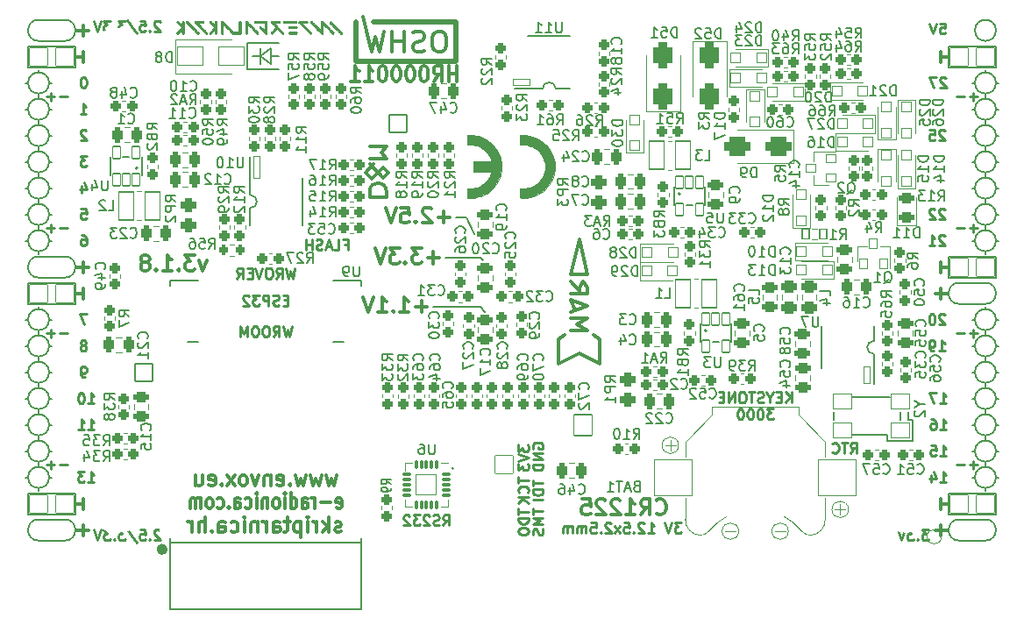
<source format=gbo>
G04 #@! TF.GenerationSoftware,KiCad,Pcbnew,6.0.11+dfsg-1*
G04 #@! TF.CreationDate,2023-03-29T14:32:03+02:00*
G04 #@! TF.ProjectId,ulx3s,756c7833-732e-46b6-9963-61645f706362,v3.1.8*
G04 #@! TF.SameCoordinates,Original*
G04 #@! TF.FileFunction,Legend,Bot*
G04 #@! TF.FilePolarity,Positive*
%FSLAX46Y46*%
G04 Gerber Fmt 4.6, Leading zero omitted, Abs format (unit mm)*
G04 Created by KiCad (PCBNEW 6.0.11+dfsg-1) date 2023-03-29 14:32:03*
%MOMM*%
%LPD*%
G01*
G04 APERTURE LIST*
G04 Aperture macros list*
%AMRoundRect*
0 Rectangle with rounded corners*
0 $1 Rounding radius*
0 $2 $3 $4 $5 $6 $7 $8 $9 X,Y pos of 4 corners*
0 Add a 4 corners polygon primitive as box body*
4,1,4,$2,$3,$4,$5,$6,$7,$8,$9,$2,$3,0*
0 Add four circle primitives for the rounded corners*
1,1,$1+$1,$2,$3*
1,1,$1+$1,$4,$5*
1,1,$1+$1,$6,$7*
1,1,$1+$1,$8,$9*
0 Add four rect primitives between the rounded corners*
20,1,$1+$1,$2,$3,$4,$5,0*
20,1,$1+$1,$4,$5,$6,$7,0*
20,1,$1+$1,$6,$7,$8,$9,0*
20,1,$1+$1,$8,$9,$2,$3,0*%
G04 Aperture macros list end*
%ADD10C,0.300000*%
%ADD11C,0.200000*%
%ADD12C,0.250000*%
%ADD13C,0.150000*%
%ADD14C,0.010000*%
%ADD15C,0.500000*%
%ADD16C,0.120000*%
%ADD17C,1.200000*%
%ADD18C,1.800000*%
%ADD19C,5.600000*%
%ADD20O,1.827200X1.827200*%
%ADD21RoundRect,0.050000X-0.863600X0.863600X-0.863600X-0.863600X0.863600X-0.863600X0.863600X0.863600X0*%
%ADD22RoundRect,0.050000X0.863600X-0.863600X0.863600X0.863600X-0.863600X0.863600X-0.863600X-0.863600X0*%
%ADD23RoundRect,0.050000X0.863600X1.016000X-0.863600X1.016000X-0.863600X-1.016000X0.863600X-1.016000X0*%
%ADD24O,1.827200X2.132000*%
%ADD25C,2.100000*%
%ADD26RoundRect,0.050000X0.850000X-0.850000X0.850000X0.850000X-0.850000X0.850000X-0.850000X-0.850000X0*%
%ADD27O,1.800000X1.800000*%
%ADD28RoundRect,0.050000X-0.850000X0.850000X-0.850000X-0.850000X0.850000X-0.850000X0.850000X0.850000X0*%
%ADD29RoundRect,0.050000X-0.350000X-0.600000X0.350000X-0.600000X0.350000X0.600000X-0.350000X0.600000X0*%
%ADD30RoundRect,0.050000X0.350000X0.600000X-0.350000X0.600000X-0.350000X-0.600000X0.350000X-0.600000X0*%
%ADD31RoundRect,0.050000X1.850000X1.750000X-1.850000X1.750000X-1.850000X-1.750000X1.850000X-1.750000X0*%
%ADD32C,9.100000*%
%ADD33RoundRect,0.050000X0.300000X-0.775000X0.300000X0.775000X-0.300000X0.775000X-0.300000X-0.775000X0*%
%ADD34O,0.700000X1.650000*%
%ADD35RoundRect,0.293750X-0.243750X-0.456250X0.243750X-0.456250X0.243750X0.456250X-0.243750X0.456250X0*%
%ADD36RoundRect,0.268750X-0.218750X-0.256250X0.218750X-0.256250X0.218750X0.256250X-0.218750X0.256250X0*%
%ADD37RoundRect,0.293750X0.456250X-0.243750X0.456250X0.243750X-0.456250X0.243750X-0.456250X-0.243750X0*%
%ADD38RoundRect,0.268750X0.218750X0.256250X-0.218750X0.256250X-0.218750X-0.256250X0.218750X-0.256250X0*%
%ADD39RoundRect,0.293750X0.243750X0.456250X-0.243750X0.456250X-0.243750X-0.456250X0.243750X-0.456250X0*%
%ADD40RoundRect,0.268750X-0.256250X0.218750X-0.256250X-0.218750X0.256250X-0.218750X0.256250X0.218750X0*%
%ADD41RoundRect,0.293750X-0.456250X0.243750X-0.456250X-0.243750X0.456250X-0.243750X0.456250X0.243750X0*%
%ADD42RoundRect,0.268750X0.256250X-0.218750X0.256250X0.218750X-0.256250X0.218750X-0.256250X-0.218750X0*%
%ADD43RoundRect,0.050000X-0.500000X-0.500000X0.500000X-0.500000X0.500000X0.500000X-0.500000X0.500000X0*%
%ADD44RoundRect,0.050000X-0.500000X0.500000X-0.500000X-0.500000X0.500000X-0.500000X0.500000X0.500000X0*%
%ADD45RoundRect,0.050000X0.500000X-0.500000X0.500000X0.500000X-0.500000X0.500000X-0.500000X-0.500000X0*%
%ADD46RoundRect,0.050000X0.500000X0.500000X-0.500000X0.500000X-0.500000X-0.500000X0.500000X-0.500000X0*%
%ADD47RoundRect,0.050000X-0.775000X-0.300000X0.775000X-0.300000X0.775000X0.300000X-0.775000X0.300000X0*%
%ADD48O,1.650000X0.700000*%
%ADD49RoundRect,0.050000X0.750000X1.350000X-0.750000X1.350000X-0.750000X-1.350000X0.750000X-1.350000X0*%
%ADD50RoundRect,0.050000X-0.335000X-0.500000X0.335000X-0.500000X0.335000X0.500000X-0.335000X0.500000X0*%
%ADD51RoundRect,0.050000X-0.750000X-1.350000X0.750000X-1.350000X0.750000X1.350000X-0.750000X1.350000X0*%
%ADD52C,0.400000*%
%ADD53RoundRect,0.050000X0.450000X0.400000X-0.450000X0.400000X-0.450000X-0.400000X0.450000X-0.400000X0*%
%ADD54RoundRect,0.050000X0.400000X-0.450000X0.400000X0.450000X-0.400000X0.450000X-0.400000X-0.450000X0*%
%ADD55RoundRect,0.373750X-0.376250X0.323750X-0.376250X-0.323750X0.376250X-0.323750X0.376250X0.323750X0*%
%ADD56RoundRect,0.500000X0.800000X0.450000X-0.800000X0.450000X-0.800000X-0.450000X0.800000X-0.450000X0*%
%ADD57RoundRect,0.500000X-0.450000X0.800000X-0.450000X-0.800000X0.450000X-0.800000X0.450000X0.800000X0*%
%ADD58RoundRect,0.500000X0.450000X-0.800000X0.450000X0.800000X-0.450000X0.800000X-0.450000X-0.800000X0*%
%ADD59RoundRect,0.299999X-0.450001X0.325001X-0.450001X-0.325001X0.450001X-0.325001X0.450001X0.325001X0*%
%ADD60RoundRect,0.050000X-0.300000X1.050000X-0.300000X-1.050000X0.300000X-1.050000X0.300000X1.050000X0*%
%ADD61O,0.700000X2.200000*%
%ADD62RoundRect,0.050000X-1.250000X-0.900000X1.250000X-0.900000X1.250000X0.900000X-1.250000X0.900000X0*%
%ADD63RoundRect,0.275000X0.250000X-0.225000X0.250000X0.225000X-0.250000X0.225000X-0.250000X-0.225000X0*%
%ADD64RoundRect,0.275000X-0.250000X0.225000X-0.250000X-0.225000X0.250000X-0.225000X0.250000X0.225000X0*%
%ADD65RoundRect,0.112500X0.350000X0.062500X-0.350000X0.062500X-0.350000X-0.062500X0.350000X-0.062500X0*%
%ADD66RoundRect,0.112500X0.062500X0.350000X-0.062500X0.350000X-0.062500X-0.350000X0.062500X-0.350000X0*%
%ADD67RoundRect,0.050000X1.000000X1.000000X-1.000000X1.000000X-1.000000X-1.000000X1.000000X-1.000000X0*%
%ADD68RoundRect,0.250000X-0.200000X-0.275000X0.200000X-0.275000X0.200000X0.275000X-0.200000X0.275000X0*%
%ADD69O,2.600000X1.000000*%
%ADD70O,1.000000X2.600000*%
%ADD71RoundRect,0.050000X0.900000X0.700000X-0.900000X0.700000X-0.900000X-0.700000X0.900000X-0.700000X0*%
G04 APERTURE END LIST*
D10*
X135790000Y-67648571D02*
X135790000Y-66148571D01*
X135790000Y-66862857D02*
X134990000Y-66862857D01*
X134990000Y-67648571D02*
X134990000Y-66148571D01*
X133523333Y-67648571D02*
X133990000Y-66934285D01*
X134323333Y-67648571D02*
X134323333Y-66148571D01*
X133790000Y-66148571D01*
X133656666Y-66220000D01*
X133590000Y-66291428D01*
X133523333Y-66434285D01*
X133523333Y-66648571D01*
X133590000Y-66791428D01*
X133656666Y-66862857D01*
X133790000Y-66934285D01*
X134323333Y-66934285D01*
X132656666Y-66148571D02*
X132523333Y-66148571D01*
X132390000Y-66220000D01*
X132323333Y-66291428D01*
X132256666Y-66434285D01*
X132190000Y-66720000D01*
X132190000Y-67077142D01*
X132256666Y-67362857D01*
X132323333Y-67505714D01*
X132390000Y-67577142D01*
X132523333Y-67648571D01*
X132656666Y-67648571D01*
X132790000Y-67577142D01*
X132856666Y-67505714D01*
X132923333Y-67362857D01*
X132990000Y-67077142D01*
X132990000Y-66720000D01*
X132923333Y-66434285D01*
X132856666Y-66291428D01*
X132790000Y-66220000D01*
X132656666Y-66148571D01*
X131323333Y-66148571D02*
X131190000Y-66148571D01*
X131056666Y-66220000D01*
X130990000Y-66291428D01*
X130923333Y-66434285D01*
X130856666Y-66720000D01*
X130856666Y-67077142D01*
X130923333Y-67362857D01*
X130990000Y-67505714D01*
X131056666Y-67577142D01*
X131190000Y-67648571D01*
X131323333Y-67648571D01*
X131456666Y-67577142D01*
X131523333Y-67505714D01*
X131590000Y-67362857D01*
X131656666Y-67077142D01*
X131656666Y-66720000D01*
X131590000Y-66434285D01*
X131523333Y-66291428D01*
X131456666Y-66220000D01*
X131323333Y-66148571D01*
X129990000Y-66148571D02*
X129856666Y-66148571D01*
X129723333Y-66220000D01*
X129656666Y-66291428D01*
X129590000Y-66434285D01*
X129523333Y-66720000D01*
X129523333Y-67077142D01*
X129590000Y-67362857D01*
X129656666Y-67505714D01*
X129723333Y-67577142D01*
X129856666Y-67648571D01*
X129990000Y-67648571D01*
X130123333Y-67577142D01*
X130190000Y-67505714D01*
X130256666Y-67362857D01*
X130323333Y-67077142D01*
X130323333Y-66720000D01*
X130256666Y-66434285D01*
X130190000Y-66291428D01*
X130123333Y-66220000D01*
X129990000Y-66148571D01*
X128656666Y-66148571D02*
X128523333Y-66148571D01*
X128390000Y-66220000D01*
X128323333Y-66291428D01*
X128256666Y-66434285D01*
X128190000Y-66720000D01*
X128190000Y-67077142D01*
X128256666Y-67362857D01*
X128323333Y-67505714D01*
X128390000Y-67577142D01*
X128523333Y-67648571D01*
X128656666Y-67648571D01*
X128790000Y-67577142D01*
X128856666Y-67505714D01*
X128923333Y-67362857D01*
X128990000Y-67077142D01*
X128990000Y-66720000D01*
X128923333Y-66434285D01*
X128856666Y-66291428D01*
X128790000Y-66220000D01*
X128656666Y-66148571D01*
X126856666Y-67648571D02*
X127656666Y-67648571D01*
X127256666Y-67648571D02*
X127256666Y-66148571D01*
X127390000Y-66362857D01*
X127523333Y-66505714D01*
X127656666Y-66577142D01*
X125523333Y-67648571D02*
X126323333Y-67648571D01*
X125923333Y-67648571D02*
X125923333Y-66148571D01*
X126056666Y-66362857D01*
X126190000Y-66505714D01*
X126323333Y-66577142D01*
D11*
X118585000Y-66444000D02*
X115537000Y-66444000D01*
X115537000Y-66444000D02*
X115537000Y-63904000D01*
X133470000Y-89378000D02*
X138057000Y-89378000D01*
X184270000Y-109934000D02*
X186810000Y-109934000D01*
X95370000Y-76406000D02*
X95370000Y-76914000D01*
X95370000Y-84534000D02*
G75*
G03*
X95370000Y-86566000I0J-1016000D01*
G01*
X186810000Y-92154000D02*
X186810000Y-91646000D01*
X186810000Y-68786000D02*
X186810000Y-69294000D01*
X96640000Y-70310000D02*
X96386000Y-70310000D01*
X187826000Y-67770000D02*
X188080000Y-67770000D01*
X186810000Y-94694000D02*
X186810000Y-94186000D01*
X187826000Y-70310000D02*
X188080000Y-70310000D01*
X187826000Y-72850000D02*
G75*
G03*
X187826000Y-72850000I-1016000J0D01*
G01*
X186810000Y-101806000D02*
X186810000Y-102314000D01*
X186810000Y-84280000D02*
X186810000Y-84026000D01*
X187826000Y-100790000D02*
X188080000Y-100790000D01*
X96386000Y-105870000D02*
X96640000Y-105870000D01*
X186810000Y-89360000D02*
X186810000Y-89614000D01*
X98926000Y-87074000D02*
X94354000Y-87074000D01*
X96386000Y-95710000D02*
X96640000Y-95710000D01*
X185540000Y-98250000D02*
X185794000Y-98250000D01*
X95370000Y-104346000D02*
X95370000Y-104854000D01*
D10*
X98926000Y-108410000D02*
X99688000Y-108410000D01*
X99688000Y-88598000D02*
X99688000Y-87582000D01*
D11*
X95370000Y-61674000D02*
X97910000Y-61674000D01*
X94354000Y-100790000D02*
X94100000Y-100790000D01*
X96386000Y-80470000D02*
G75*
G03*
X96386000Y-80470000I-1016000J0D01*
G01*
X96386000Y-103330000D02*
G75*
G03*
X96386000Y-103330000I-1016000J0D01*
G01*
X186810000Y-76406000D02*
X186810000Y-76914000D01*
X94354000Y-80470000D02*
X94100000Y-80470000D01*
X185540000Y-90630000D02*
X185794000Y-90630000D01*
X95370000Y-86566000D02*
X97910000Y-86566000D01*
X187826000Y-77930000D02*
X188080000Y-77930000D01*
D10*
X99688000Y-110442000D02*
X99688000Y-111458000D01*
D11*
X115537000Y-63904000D02*
X118585000Y-63904000D01*
X187826000Y-64214000D02*
X183254000Y-64214000D01*
D10*
X98926000Y-110950000D02*
X100196000Y-110950000D01*
D11*
X95370000Y-91646000D02*
X95370000Y-92154000D01*
X96386000Y-95710000D02*
G75*
G03*
X96386000Y-95710000I-1016000J0D01*
G01*
X94354000Y-64214000D02*
X94354000Y-66246000D01*
X116807000Y-65174000D02*
X116045000Y-65174000D01*
D10*
X182492000Y-107902000D02*
X182492000Y-108918000D01*
D11*
X98926000Y-66246000D02*
X98926000Y-64214000D01*
X187826000Y-67770000D02*
G75*
G03*
X187826000Y-67770000I-1016000J0D01*
G01*
X94354000Y-95710000D02*
X94100000Y-95710000D01*
X186810000Y-104346000D02*
X186810000Y-104854000D01*
X95370000Y-61674000D02*
G75*
G03*
X95370000Y-63706000I0J-1016000D01*
G01*
X183254000Y-107394000D02*
X183254000Y-109426000D01*
X185540000Y-83010000D02*
X185794000Y-83010000D01*
D10*
X98926000Y-85550000D02*
X100196000Y-85550000D01*
X99688000Y-64722000D02*
X99688000Y-65738000D01*
D11*
X186810000Y-111966000D02*
G75*
G03*
X186810000Y-109934000I0J1016000D01*
G01*
X187826000Y-98250000D02*
X188080000Y-98250000D01*
X95370000Y-78946000D02*
X95370000Y-79454000D01*
X187826000Y-80470000D02*
G75*
G03*
X187826000Y-80470000I-1016000J0D01*
G01*
X117823000Y-65174000D02*
X118585000Y-65174000D01*
X96386000Y-90630000D02*
G75*
G03*
X96386000Y-90630000I-1016000J0D01*
G01*
X185540000Y-103330000D02*
X185794000Y-103330000D01*
X94354000Y-87074000D02*
X94354000Y-89106000D01*
X94100000Y-72850000D02*
X94354000Y-72850000D01*
X187826000Y-98250000D02*
G75*
G03*
X187826000Y-98250000I-1016000J0D01*
G01*
X184270000Y-111966000D02*
X186810000Y-111966000D01*
X94354000Y-67770000D02*
X94100000Y-67770000D01*
X95370000Y-71326000D02*
X95370000Y-71834000D01*
X184270000Y-87074000D02*
G75*
G03*
X184270000Y-89106000I0J-1016000D01*
G01*
X185540000Y-93170000D02*
X185794000Y-93170000D01*
X96640000Y-80470000D02*
X96386000Y-80470000D01*
X117823000Y-64412000D02*
X117823000Y-65936000D01*
X116807000Y-64412000D02*
X116807000Y-65936000D01*
X186810000Y-66500000D02*
X186810000Y-66754000D01*
X183254000Y-84534000D02*
X183254000Y-86566000D01*
X94354000Y-66246000D02*
X98926000Y-66246000D01*
D10*
X99688000Y-62182000D02*
X99688000Y-63198000D01*
D11*
X137422000Y-82393000D02*
X136660000Y-80742000D01*
X185794000Y-75390000D02*
X185540000Y-75390000D01*
D10*
X183254000Y-65230000D02*
X182492000Y-65230000D01*
D11*
X96386000Y-72850000D02*
X96640000Y-72850000D01*
X96386000Y-100790000D02*
G75*
G03*
X96386000Y-100790000I-1016000J0D01*
G01*
X183254000Y-109426000D02*
X187826000Y-109426000D01*
D10*
X182492000Y-85042000D02*
X182492000Y-86058000D01*
D11*
X138311000Y-84933000D02*
X138057000Y-84679000D01*
X186810000Y-99266000D02*
X186810000Y-99774000D01*
X183254000Y-66246000D02*
X187826000Y-66246000D01*
X96386000Y-83010000D02*
X96640000Y-83010000D01*
D10*
X183254000Y-108410000D02*
X182492000Y-108410000D01*
D11*
X95370000Y-109934000D02*
G75*
G03*
X95370000Y-111966000I0J-1016000D01*
G01*
X94354000Y-107394000D02*
X94354000Y-109426000D01*
X186810000Y-81994000D02*
X186810000Y-81486000D01*
X96386000Y-105870000D02*
G75*
G03*
X96386000Y-105870000I-1016000J0D01*
G01*
X187826000Y-83010000D02*
G75*
G03*
X187826000Y-83010000I-1016000J0D01*
G01*
X94354000Y-89106000D02*
X98926000Y-89106000D01*
X96386000Y-75390000D02*
X96640000Y-75390000D01*
D10*
X183254000Y-88090000D02*
X181984000Y-88090000D01*
D11*
X185540000Y-72850000D02*
X185794000Y-72850000D01*
X187826000Y-100790000D02*
G75*
G03*
X187826000Y-100790000I-1016000J0D01*
G01*
X116807000Y-65174000D02*
X117823000Y-64412000D01*
X96386000Y-67770000D02*
X96640000Y-67770000D01*
X187826000Y-95710000D02*
X188080000Y-95710000D01*
X94354000Y-77930000D02*
X94100000Y-77930000D01*
X96386000Y-93170000D02*
X96640000Y-93170000D01*
D10*
X98926000Y-88090000D02*
X99688000Y-88090000D01*
D11*
X95370000Y-99266000D02*
X95370000Y-99774000D01*
X185540000Y-105870000D02*
X185794000Y-105870000D01*
X95370000Y-94186000D02*
X95370000Y-94694000D01*
X98926000Y-109426000D02*
X98926000Y-107394000D01*
X98926000Y-107394000D02*
X94354000Y-107394000D01*
X185794000Y-80470000D02*
X185540000Y-80470000D01*
X96386000Y-75390000D02*
G75*
G03*
X96386000Y-75390000I-1016000J0D01*
G01*
X138057000Y-84679000D02*
X134628000Y-84679000D01*
X95370000Y-68786000D02*
X95370000Y-69294000D01*
X96386000Y-67770000D02*
G75*
G03*
X96386000Y-67770000I-1016000J0D01*
G01*
X96386000Y-70310000D02*
G75*
G03*
X96386000Y-70310000I-1016000J0D01*
G01*
X96640000Y-90630000D02*
X96386000Y-90630000D01*
X187826000Y-95710000D02*
G75*
G03*
X187826000Y-95710000I-1016000J0D01*
G01*
D10*
X99688000Y-108918000D02*
X99688000Y-107902000D01*
D11*
X94354000Y-109426000D02*
X98926000Y-109426000D01*
X185794000Y-77930000D02*
X185540000Y-77930000D01*
X98926000Y-89106000D02*
X98926000Y-87074000D01*
X187826000Y-70310000D02*
G75*
G03*
X187826000Y-70310000I-1016000J0D01*
G01*
X96386000Y-77930000D02*
X96640000Y-77930000D01*
X187826000Y-75390000D02*
G75*
G03*
X187826000Y-75390000I-1016000J0D01*
G01*
X187826000Y-77930000D02*
G75*
G03*
X187826000Y-77930000I-1016000J0D01*
G01*
X95370000Y-96726000D02*
X95370000Y-97234000D01*
X95370000Y-66500000D02*
X95370000Y-66754000D01*
X95370000Y-81486000D02*
X95370000Y-81994000D01*
X96386000Y-103330000D02*
X96640000Y-103330000D01*
X94354000Y-90630000D02*
X94100000Y-90630000D01*
X95370000Y-73866000D02*
X95370000Y-74374000D01*
D10*
X182492000Y-87582000D02*
X182492000Y-88598000D01*
D11*
X136660000Y-80742000D02*
X135644000Y-80742000D01*
X187826000Y-107394000D02*
X183254000Y-107394000D01*
X185540000Y-95710000D02*
X185794000Y-95710000D01*
X186810000Y-107140000D02*
X186810000Y-106886000D01*
X95370000Y-63706000D02*
X97910000Y-63706000D01*
X184270000Y-109934000D02*
G75*
G03*
X184270000Y-111966000I0J-1016000D01*
G01*
D10*
X98926000Y-62690000D02*
X100196000Y-62690000D01*
D11*
X97910000Y-111966000D02*
G75*
G03*
X97910000Y-109934000I0J1016000D01*
G01*
X94354000Y-70310000D02*
X94100000Y-70310000D01*
X185540000Y-100790000D02*
X185794000Y-100790000D01*
X97910000Y-63706000D02*
G75*
G03*
X97910000Y-61674000I0J1016000D01*
G01*
X96386000Y-100790000D02*
X96640000Y-100790000D01*
X94354000Y-103330000D02*
X94100000Y-103330000D01*
X96386000Y-98250000D02*
G75*
G03*
X96386000Y-98250000I-1016000J0D01*
G01*
X187826000Y-93170000D02*
X188080000Y-93170000D01*
X184270000Y-87074000D02*
X186810000Y-87074000D01*
D10*
X182492000Y-64722000D02*
X182492000Y-65738000D01*
D11*
X97910000Y-86566000D02*
G75*
G03*
X97910000Y-84534000I0J1016000D01*
G01*
X95370000Y-102314000D02*
X95370000Y-101806000D01*
X183254000Y-64214000D02*
X183254000Y-66246000D01*
X187826000Y-103330000D02*
G75*
G03*
X187826000Y-103330000I-1016000J0D01*
G01*
X96386000Y-93170000D02*
G75*
G03*
X96386000Y-93170000I-1016000J0D01*
G01*
X187826000Y-62690000D02*
G75*
G03*
X187826000Y-62690000I-1016000J0D01*
G01*
X96386000Y-77930000D02*
G75*
G03*
X96386000Y-77930000I-1016000J0D01*
G01*
D10*
X183254000Y-110950000D02*
X181984000Y-110950000D01*
D11*
X95370000Y-89360000D02*
X95370000Y-89614000D01*
X95370000Y-111966000D02*
X97910000Y-111966000D01*
X186810000Y-73866000D02*
X186810000Y-74374000D01*
X95370000Y-84534000D02*
X97910000Y-84534000D01*
D10*
X99688000Y-85042000D02*
X99688000Y-86058000D01*
D11*
X187826000Y-90630000D02*
G75*
G03*
X187826000Y-90630000I-1016000J0D01*
G01*
X187826000Y-93170000D02*
G75*
G03*
X187826000Y-93170000I-1016000J0D01*
G01*
D10*
X183254000Y-85550000D02*
X182492000Y-85550000D01*
D11*
X187826000Y-103330000D02*
X188080000Y-103330000D01*
X138057000Y-89378000D02*
X138438000Y-89886000D01*
X187826000Y-80470000D02*
X188080000Y-80470000D01*
X94354000Y-75390000D02*
X94100000Y-75390000D01*
X96386000Y-83010000D02*
G75*
G03*
X96386000Y-83010000I-1016000J0D01*
G01*
X186810000Y-97234000D02*
X186810000Y-96726000D01*
X187826000Y-72850000D02*
X188080000Y-72850000D01*
X187826000Y-105870000D02*
X188080000Y-105870000D01*
X187826000Y-109426000D02*
X187826000Y-107394000D01*
X95370000Y-109934000D02*
X97910000Y-109934000D01*
X187826000Y-84534000D02*
X183254000Y-84534000D01*
X95370000Y-107140000D02*
X95370000Y-106886000D01*
X94354000Y-105870000D02*
X94100000Y-105870000D01*
X187826000Y-86566000D02*
X187826000Y-84534000D01*
X95370000Y-84280000D02*
X95370000Y-84026000D01*
X94354000Y-98250000D02*
X94100000Y-98250000D01*
X185540000Y-67770000D02*
X185794000Y-67770000D01*
X184270000Y-89106000D02*
X186810000Y-89106000D01*
X183254000Y-86566000D02*
X187826000Y-86566000D01*
X186810000Y-71834000D02*
X186810000Y-71326000D01*
X187826000Y-83010000D02*
X188080000Y-83010000D01*
D10*
X182492000Y-110442000D02*
X182492000Y-111458000D01*
D11*
X117823000Y-65936000D02*
X116807000Y-65174000D01*
X98926000Y-64214000D02*
X94354000Y-64214000D01*
X186810000Y-78946000D02*
X186810000Y-79454000D01*
X94354000Y-93170000D02*
X94100000Y-93170000D01*
X96386000Y-72850000D02*
G75*
G03*
X96386000Y-72850000I-1016000J0D01*
G01*
X187826000Y-90630000D02*
X188080000Y-90630000D01*
X187826000Y-75390000D02*
X188080000Y-75390000D01*
X94354000Y-83010000D02*
X94100000Y-83010000D01*
D10*
X98926000Y-65230000D02*
X99688000Y-65230000D01*
D11*
X96386000Y-98250000D02*
X96640000Y-98250000D01*
X187826000Y-66246000D02*
X187826000Y-64214000D01*
X186810000Y-89106000D02*
G75*
G03*
X186810000Y-87074000I0J1016000D01*
G01*
X185540000Y-70310000D02*
X185794000Y-70310000D01*
X187826000Y-105870000D02*
G75*
G03*
X187826000Y-105870000I-1016000J0D01*
G01*
D12*
X168085000Y-98647380D02*
X168085000Y-97647380D01*
X167513571Y-98647380D02*
X167942142Y-98075952D01*
X167513571Y-97647380D02*
X168085000Y-98218809D01*
X167085000Y-98123571D02*
X166751666Y-98123571D01*
X166608809Y-98647380D02*
X167085000Y-98647380D01*
X167085000Y-97647380D01*
X166608809Y-97647380D01*
X165989761Y-98171190D02*
X165989761Y-98647380D01*
X166323095Y-97647380D02*
X165989761Y-98171190D01*
X165656428Y-97647380D01*
X165370714Y-98599761D02*
X165227857Y-98647380D01*
X164989761Y-98647380D01*
X164894523Y-98599761D01*
X164846904Y-98552142D01*
X164799285Y-98456904D01*
X164799285Y-98361666D01*
X164846904Y-98266428D01*
X164894523Y-98218809D01*
X164989761Y-98171190D01*
X165180238Y-98123571D01*
X165275476Y-98075952D01*
X165323095Y-98028333D01*
X165370714Y-97933095D01*
X165370714Y-97837857D01*
X165323095Y-97742619D01*
X165275476Y-97695000D01*
X165180238Y-97647380D01*
X164942142Y-97647380D01*
X164799285Y-97695000D01*
X164513571Y-97647380D02*
X163942142Y-97647380D01*
X164227857Y-98647380D02*
X164227857Y-97647380D01*
X163418333Y-97647380D02*
X163227857Y-97647380D01*
X163132619Y-97695000D01*
X163037380Y-97790238D01*
X162989761Y-97980714D01*
X162989761Y-98314047D01*
X163037380Y-98504523D01*
X163132619Y-98599761D01*
X163227857Y-98647380D01*
X163418333Y-98647380D01*
X163513571Y-98599761D01*
X163608809Y-98504523D01*
X163656428Y-98314047D01*
X163656428Y-97980714D01*
X163608809Y-97790238D01*
X163513571Y-97695000D01*
X163418333Y-97647380D01*
X162561190Y-98647380D02*
X162561190Y-97647380D01*
X161989761Y-98647380D01*
X161989761Y-97647380D01*
X161513571Y-98123571D02*
X161180238Y-98123571D01*
X161037380Y-98647380D02*
X161513571Y-98647380D01*
X161513571Y-97647380D01*
X161037380Y-97647380D01*
X166346904Y-99257380D02*
X165727857Y-99257380D01*
X166061190Y-99638333D01*
X165918333Y-99638333D01*
X165823095Y-99685952D01*
X165775476Y-99733571D01*
X165727857Y-99828809D01*
X165727857Y-100066904D01*
X165775476Y-100162142D01*
X165823095Y-100209761D01*
X165918333Y-100257380D01*
X166204047Y-100257380D01*
X166299285Y-100209761D01*
X166346904Y-100162142D01*
X165108809Y-99257380D02*
X165013571Y-99257380D01*
X164918333Y-99305000D01*
X164870714Y-99352619D01*
X164823095Y-99447857D01*
X164775476Y-99638333D01*
X164775476Y-99876428D01*
X164823095Y-100066904D01*
X164870714Y-100162142D01*
X164918333Y-100209761D01*
X165013571Y-100257380D01*
X165108809Y-100257380D01*
X165204047Y-100209761D01*
X165251666Y-100162142D01*
X165299285Y-100066904D01*
X165346904Y-99876428D01*
X165346904Y-99638333D01*
X165299285Y-99447857D01*
X165251666Y-99352619D01*
X165204047Y-99305000D01*
X165108809Y-99257380D01*
X164156428Y-99257380D02*
X164061190Y-99257380D01*
X163965952Y-99305000D01*
X163918333Y-99352619D01*
X163870714Y-99447857D01*
X163823095Y-99638333D01*
X163823095Y-99876428D01*
X163870714Y-100066904D01*
X163918333Y-100162142D01*
X163965952Y-100209761D01*
X164061190Y-100257380D01*
X164156428Y-100257380D01*
X164251666Y-100209761D01*
X164299285Y-100162142D01*
X164346904Y-100066904D01*
X164394523Y-99876428D01*
X164394523Y-99638333D01*
X164346904Y-99447857D01*
X164299285Y-99352619D01*
X164251666Y-99305000D01*
X164156428Y-99257380D01*
X163204047Y-99257380D02*
X163108809Y-99257380D01*
X163013571Y-99305000D01*
X162965952Y-99352619D01*
X162918333Y-99447857D01*
X162870714Y-99638333D01*
X162870714Y-99876428D01*
X162918333Y-100066904D01*
X162965952Y-100162142D01*
X163013571Y-100209761D01*
X163108809Y-100257380D01*
X163204047Y-100257380D01*
X163299285Y-100209761D01*
X163346904Y-100162142D01*
X163394523Y-100066904D01*
X163442142Y-99876428D01*
X163442142Y-99638333D01*
X163394523Y-99447857D01*
X163346904Y-99352619D01*
X163299285Y-99305000D01*
X163204047Y-99257380D01*
X157418095Y-110252380D02*
X156799047Y-110252380D01*
X157132380Y-110633333D01*
X156989523Y-110633333D01*
X156894285Y-110680952D01*
X156846666Y-110728571D01*
X156799047Y-110823809D01*
X156799047Y-111061904D01*
X156846666Y-111157142D01*
X156894285Y-111204761D01*
X156989523Y-111252380D01*
X157275238Y-111252380D01*
X157370476Y-111204761D01*
X157418095Y-111157142D01*
X156513333Y-110252380D02*
X156180000Y-111252380D01*
X155846666Y-110252380D01*
X154227619Y-111252380D02*
X154799047Y-111252380D01*
X154513333Y-111252380D02*
X154513333Y-110252380D01*
X154608571Y-110395238D01*
X154703809Y-110490476D01*
X154799047Y-110538095D01*
X153846666Y-110347619D02*
X153799047Y-110300000D01*
X153703809Y-110252380D01*
X153465714Y-110252380D01*
X153370476Y-110300000D01*
X153322857Y-110347619D01*
X153275238Y-110442857D01*
X153275238Y-110538095D01*
X153322857Y-110680952D01*
X153894285Y-111252380D01*
X153275238Y-111252380D01*
X152846666Y-111157142D02*
X152799047Y-111204761D01*
X152846666Y-111252380D01*
X152894285Y-111204761D01*
X152846666Y-111157142D01*
X152846666Y-111252380D01*
X151894285Y-110252380D02*
X152370476Y-110252380D01*
X152418095Y-110728571D01*
X152370476Y-110680952D01*
X152275238Y-110633333D01*
X152037142Y-110633333D01*
X151941904Y-110680952D01*
X151894285Y-110728571D01*
X151846666Y-110823809D01*
X151846666Y-111061904D01*
X151894285Y-111157142D01*
X151941904Y-111204761D01*
X152037142Y-111252380D01*
X152275238Y-111252380D01*
X152370476Y-111204761D01*
X152418095Y-111157142D01*
X151513333Y-111252380D02*
X150989523Y-110585714D01*
X151513333Y-110585714D02*
X150989523Y-111252380D01*
X150656190Y-110347619D02*
X150608571Y-110300000D01*
X150513333Y-110252380D01*
X150275238Y-110252380D01*
X150180000Y-110300000D01*
X150132380Y-110347619D01*
X150084761Y-110442857D01*
X150084761Y-110538095D01*
X150132380Y-110680952D01*
X150703809Y-111252380D01*
X150084761Y-111252380D01*
X149656190Y-111157142D02*
X149608571Y-111204761D01*
X149656190Y-111252380D01*
X149703809Y-111204761D01*
X149656190Y-111157142D01*
X149656190Y-111252380D01*
X148703809Y-110252380D02*
X149180000Y-110252380D01*
X149227619Y-110728571D01*
X149180000Y-110680952D01*
X149084761Y-110633333D01*
X148846666Y-110633333D01*
X148751428Y-110680952D01*
X148703809Y-110728571D01*
X148656190Y-110823809D01*
X148656190Y-111061904D01*
X148703809Y-111157142D01*
X148751428Y-111204761D01*
X148846666Y-111252380D01*
X149084761Y-111252380D01*
X149180000Y-111204761D01*
X149227619Y-111157142D01*
X148227619Y-111252380D02*
X148227619Y-110585714D01*
X148227619Y-110680952D02*
X148180000Y-110633333D01*
X148084761Y-110585714D01*
X147941904Y-110585714D01*
X147846666Y-110633333D01*
X147799047Y-110728571D01*
X147799047Y-111252380D01*
X147799047Y-110728571D02*
X147751428Y-110633333D01*
X147656190Y-110585714D01*
X147513333Y-110585714D01*
X147418095Y-110633333D01*
X147370476Y-110728571D01*
X147370476Y-111252380D01*
X146894285Y-111252380D02*
X146894285Y-110585714D01*
X146894285Y-110680952D02*
X146846666Y-110633333D01*
X146751428Y-110585714D01*
X146608571Y-110585714D01*
X146513333Y-110633333D01*
X146465714Y-110728571D01*
X146465714Y-111252380D01*
X146465714Y-110728571D02*
X146418095Y-110633333D01*
X146322857Y-110585714D01*
X146180000Y-110585714D01*
X146084761Y-110633333D01*
X146037142Y-110728571D01*
X146037142Y-111252380D01*
X182316476Y-93640380D02*
X182887904Y-93640380D01*
X182602190Y-93640380D02*
X182602190Y-92640380D01*
X182697428Y-92783238D01*
X182792666Y-92878476D01*
X182887904Y-92926095D01*
X181840285Y-93640380D02*
X181649809Y-93640380D01*
X181554571Y-93592761D01*
X181506952Y-93545142D01*
X181411714Y-93402285D01*
X181364095Y-93211809D01*
X181364095Y-92830857D01*
X181411714Y-92735619D01*
X181459333Y-92688000D01*
X181554571Y-92640380D01*
X181745047Y-92640380D01*
X181840285Y-92688000D01*
X181887904Y-92735619D01*
X181935523Y-92830857D01*
X181935523Y-93068952D01*
X181887904Y-93164190D01*
X181840285Y-93211809D01*
X181745047Y-93259428D01*
X181554571Y-93259428D01*
X181459333Y-93211809D01*
X181411714Y-93164190D01*
X181364095Y-93068952D01*
X182887904Y-90195619D02*
X182840285Y-90148000D01*
X182745047Y-90100380D01*
X182506952Y-90100380D01*
X182411714Y-90148000D01*
X182364095Y-90195619D01*
X182316476Y-90290857D01*
X182316476Y-90386095D01*
X182364095Y-90528952D01*
X182935523Y-91100380D01*
X182316476Y-91100380D01*
X181697428Y-90100380D02*
X181602190Y-90100380D01*
X181506952Y-90148000D01*
X181459333Y-90195619D01*
X181411714Y-90290857D01*
X181364095Y-90481333D01*
X181364095Y-90719428D01*
X181411714Y-90909904D01*
X181459333Y-91005142D01*
X181506952Y-91052761D01*
X181602190Y-91100380D01*
X181697428Y-91100380D01*
X181792666Y-91052761D01*
X181840285Y-91005142D01*
X181887904Y-90909904D01*
X181935523Y-90719428D01*
X181935523Y-90481333D01*
X181887904Y-90290857D01*
X181840285Y-90195619D01*
X181792666Y-90148000D01*
X181697428Y-90100380D01*
X182887904Y-82575619D02*
X182840285Y-82528000D01*
X182745047Y-82480380D01*
X182506952Y-82480380D01*
X182411714Y-82528000D01*
X182364095Y-82575619D01*
X182316476Y-82670857D01*
X182316476Y-82766095D01*
X182364095Y-82908952D01*
X182935523Y-83480380D01*
X182316476Y-83480380D01*
X181364095Y-83480380D02*
X181935523Y-83480380D01*
X181649809Y-83480380D02*
X181649809Y-82480380D01*
X181745047Y-82623238D01*
X181840285Y-82718476D01*
X181935523Y-82766095D01*
D10*
X111594285Y-84928571D02*
X111237142Y-85928571D01*
X110880000Y-84928571D01*
X110451428Y-84428571D02*
X109522857Y-84428571D01*
X110022857Y-85000000D01*
X109808571Y-85000000D01*
X109665714Y-85071428D01*
X109594285Y-85142857D01*
X109522857Y-85285714D01*
X109522857Y-85642857D01*
X109594285Y-85785714D01*
X109665714Y-85857142D01*
X109808571Y-85928571D01*
X110237142Y-85928571D01*
X110380000Y-85857142D01*
X110451428Y-85785714D01*
X108880000Y-85785714D02*
X108808571Y-85857142D01*
X108880000Y-85928571D01*
X108951428Y-85857142D01*
X108880000Y-85785714D01*
X108880000Y-85928571D01*
X107380000Y-85928571D02*
X108237142Y-85928571D01*
X107808571Y-85928571D02*
X107808571Y-84428571D01*
X107951428Y-84642857D01*
X108094285Y-84785714D01*
X108237142Y-84857142D01*
X106737142Y-85785714D02*
X106665714Y-85857142D01*
X106737142Y-85928571D01*
X106808571Y-85857142D01*
X106737142Y-85785714D01*
X106737142Y-85928571D01*
X105808571Y-85071428D02*
X105951428Y-85000000D01*
X106022857Y-84928571D01*
X106094285Y-84785714D01*
X106094285Y-84714285D01*
X106022857Y-84571428D01*
X105951428Y-84500000D01*
X105808571Y-84428571D01*
X105522857Y-84428571D01*
X105380000Y-84500000D01*
X105308571Y-84571428D01*
X105237142Y-84714285D01*
X105237142Y-84785714D01*
X105308571Y-84928571D01*
X105380000Y-85000000D01*
X105522857Y-85071428D01*
X105808571Y-85071428D01*
X105951428Y-85142857D01*
X106022857Y-85214285D01*
X106094285Y-85357142D01*
X106094285Y-85642857D01*
X106022857Y-85785714D01*
X105951428Y-85857142D01*
X105808571Y-85928571D01*
X105522857Y-85928571D01*
X105380000Y-85857142D01*
X105308571Y-85785714D01*
X105237142Y-85642857D01*
X105237142Y-85357142D01*
X105308571Y-85214285D01*
X105380000Y-85142857D01*
X105522857Y-85071428D01*
D12*
X100147476Y-98720380D02*
X100718904Y-98720380D01*
X100433190Y-98720380D02*
X100433190Y-97720380D01*
X100528428Y-97863238D01*
X100623666Y-97958476D01*
X100718904Y-98006095D01*
X99528428Y-97720380D02*
X99433190Y-97720380D01*
X99337952Y-97768000D01*
X99290333Y-97815619D01*
X99242714Y-97910857D01*
X99195095Y-98101333D01*
X99195095Y-98339428D01*
X99242714Y-98529904D01*
X99290333Y-98625142D01*
X99337952Y-98672761D01*
X99433190Y-98720380D01*
X99528428Y-98720380D01*
X99623666Y-98672761D01*
X99671285Y-98625142D01*
X99718904Y-98529904D01*
X99766523Y-98339428D01*
X99766523Y-98101333D01*
X99718904Y-97910857D01*
X99671285Y-97815619D01*
X99623666Y-97768000D01*
X99528428Y-97720380D01*
X182887904Y-80035619D02*
X182840285Y-79988000D01*
X182745047Y-79940380D01*
X182506952Y-79940380D01*
X182411714Y-79988000D01*
X182364095Y-80035619D01*
X182316476Y-80130857D01*
X182316476Y-80226095D01*
X182364095Y-80368952D01*
X182935523Y-80940380D01*
X182316476Y-80940380D01*
X181935523Y-80035619D02*
X181887904Y-79988000D01*
X181792666Y-79940380D01*
X181554571Y-79940380D01*
X181459333Y-79988000D01*
X181411714Y-80035619D01*
X181364095Y-80130857D01*
X181364095Y-80226095D01*
X181411714Y-80368952D01*
X181983142Y-80940380D01*
X181364095Y-80940380D01*
X182887904Y-72415619D02*
X182840285Y-72368000D01*
X182745047Y-72320380D01*
X182506952Y-72320380D01*
X182411714Y-72368000D01*
X182364095Y-72415619D01*
X182316476Y-72510857D01*
X182316476Y-72606095D01*
X182364095Y-72748952D01*
X182935523Y-73320380D01*
X182316476Y-73320380D01*
X181411714Y-72320380D02*
X181887904Y-72320380D01*
X181935523Y-72796571D01*
X181887904Y-72748952D01*
X181792666Y-72701333D01*
X181554571Y-72701333D01*
X181459333Y-72748952D01*
X181411714Y-72796571D01*
X181364095Y-72891809D01*
X181364095Y-73129904D01*
X181411714Y-73225142D01*
X181459333Y-73272761D01*
X181554571Y-73320380D01*
X181792666Y-73320380D01*
X181887904Y-73272761D01*
X181935523Y-73225142D01*
X100147476Y-101260380D02*
X100718904Y-101260380D01*
X100433190Y-101260380D02*
X100433190Y-100260380D01*
X100528428Y-100403238D01*
X100623666Y-100498476D01*
X100718904Y-100546095D01*
X99195095Y-101260380D02*
X99766523Y-101260380D01*
X99480809Y-101260380D02*
X99480809Y-100260380D01*
X99576047Y-100403238D01*
X99671285Y-100498476D01*
X99766523Y-100546095D01*
X99893476Y-96180380D02*
X99703000Y-96180380D01*
X99607761Y-96132761D01*
X99560142Y-96085142D01*
X99464904Y-95942285D01*
X99417285Y-95751809D01*
X99417285Y-95370857D01*
X99464904Y-95275619D01*
X99512523Y-95228000D01*
X99607761Y-95180380D01*
X99798238Y-95180380D01*
X99893476Y-95228000D01*
X99941095Y-95275619D01*
X99988714Y-95370857D01*
X99988714Y-95608952D01*
X99941095Y-95704190D01*
X99893476Y-95751809D01*
X99798238Y-95799428D01*
X99607761Y-95799428D01*
X99512523Y-95751809D01*
X99464904Y-95704190D01*
X99417285Y-95608952D01*
X173792428Y-103528380D02*
X174125761Y-103052190D01*
X174363857Y-103528380D02*
X174363857Y-102528380D01*
X173982904Y-102528380D01*
X173887666Y-102576000D01*
X173840047Y-102623619D01*
X173792428Y-102718857D01*
X173792428Y-102861714D01*
X173840047Y-102956952D01*
X173887666Y-103004571D01*
X173982904Y-103052190D01*
X174363857Y-103052190D01*
X173506714Y-102528380D02*
X172935285Y-102528380D01*
X173221000Y-103528380D02*
X173221000Y-102528380D01*
X172030523Y-103433142D02*
X172078142Y-103480761D01*
X172221000Y-103528380D01*
X172316238Y-103528380D01*
X172459095Y-103480761D01*
X172554333Y-103385523D01*
X172601952Y-103290285D01*
X172649571Y-103099809D01*
X172649571Y-102956952D01*
X172601952Y-102766476D01*
X172554333Y-102671238D01*
X172459095Y-102576000D01*
X172316238Y-102528380D01*
X172221000Y-102528380D01*
X172078142Y-102576000D01*
X172030523Y-102623619D01*
X124890476Y-83348571D02*
X125223809Y-83348571D01*
X125223809Y-83872380D02*
X125223809Y-82872380D01*
X124747619Y-82872380D01*
X123890476Y-83872380D02*
X124366666Y-83872380D01*
X124366666Y-82872380D01*
X123604761Y-83586666D02*
X123128571Y-83586666D01*
X123700000Y-83872380D02*
X123366666Y-82872380D01*
X123033333Y-83872380D01*
X122747619Y-83824761D02*
X122604761Y-83872380D01*
X122366666Y-83872380D01*
X122271428Y-83824761D01*
X122223809Y-83777142D01*
X122176190Y-83681904D01*
X122176190Y-83586666D01*
X122223809Y-83491428D01*
X122271428Y-83443809D01*
X122366666Y-83396190D01*
X122557142Y-83348571D01*
X122652380Y-83300952D01*
X122700000Y-83253333D01*
X122747619Y-83158095D01*
X122747619Y-83062857D01*
X122700000Y-82967619D01*
X122652380Y-82920000D01*
X122557142Y-82872380D01*
X122319047Y-82872380D01*
X122176190Y-82920000D01*
X121747619Y-83872380D02*
X121747619Y-82872380D01*
X121747619Y-83348571D02*
X121176190Y-83348571D01*
X121176190Y-83872380D02*
X121176190Y-82872380D01*
D10*
X132914000Y-89358142D02*
X131771142Y-89358142D01*
X132342571Y-89929571D02*
X132342571Y-88786714D01*
X130271142Y-89929571D02*
X131128285Y-89929571D01*
X130699714Y-89929571D02*
X130699714Y-88429571D01*
X130842571Y-88643857D01*
X130985428Y-88786714D01*
X131128285Y-88858142D01*
X129628285Y-89786714D02*
X129556857Y-89858142D01*
X129628285Y-89929571D01*
X129699714Y-89858142D01*
X129628285Y-89786714D01*
X129628285Y-89929571D01*
X128128285Y-89929571D02*
X128985428Y-89929571D01*
X128556857Y-89929571D02*
X128556857Y-88429571D01*
X128699714Y-88643857D01*
X128842571Y-88786714D01*
X128985428Y-88858142D01*
X127699714Y-88429571D02*
X127199714Y-89929571D01*
X126699714Y-88429571D01*
D12*
X99775238Y-93080952D02*
X99870476Y-93033333D01*
X99918095Y-92985714D01*
X99965714Y-92890476D01*
X99965714Y-92842857D01*
X99918095Y-92747619D01*
X99870476Y-92700000D01*
X99775238Y-92652380D01*
X99584761Y-92652380D01*
X99489523Y-92700000D01*
X99441904Y-92747619D01*
X99394285Y-92842857D01*
X99394285Y-92890476D01*
X99441904Y-92985714D01*
X99489523Y-93033333D01*
X99584761Y-93080952D01*
X99775238Y-93080952D01*
X99870476Y-93128571D01*
X99918095Y-93176190D01*
X99965714Y-93271428D01*
X99965714Y-93461904D01*
X99918095Y-93557142D01*
X99870476Y-93604761D01*
X99775238Y-93652380D01*
X99584761Y-93652380D01*
X99489523Y-93604761D01*
X99441904Y-93557142D01*
X99394285Y-93461904D01*
X99394285Y-93271428D01*
X99441904Y-93176190D01*
X99489523Y-93128571D01*
X99584761Y-93080952D01*
X100013333Y-90052380D02*
X99346666Y-90052380D01*
X99775238Y-91052380D01*
D10*
X124128571Y-108807142D02*
X124242857Y-108878571D01*
X124471428Y-108878571D01*
X124585714Y-108807142D01*
X124642857Y-108664285D01*
X124642857Y-108092857D01*
X124585714Y-107950000D01*
X124471428Y-107878571D01*
X124242857Y-107878571D01*
X124128571Y-107950000D01*
X124071428Y-108092857D01*
X124071428Y-108235714D01*
X124642857Y-108378571D01*
X123557142Y-108307142D02*
X122642857Y-108307142D01*
X122071428Y-108878571D02*
X122071428Y-107878571D01*
X122071428Y-108164285D02*
X122014285Y-108021428D01*
X121957142Y-107950000D01*
X121842857Y-107878571D01*
X121728571Y-107878571D01*
X120814285Y-108878571D02*
X120814285Y-108092857D01*
X120871428Y-107950000D01*
X120985714Y-107878571D01*
X121214285Y-107878571D01*
X121328571Y-107950000D01*
X120814285Y-108807142D02*
X120928571Y-108878571D01*
X121214285Y-108878571D01*
X121328571Y-108807142D01*
X121385714Y-108664285D01*
X121385714Y-108521428D01*
X121328571Y-108378571D01*
X121214285Y-108307142D01*
X120928571Y-108307142D01*
X120814285Y-108235714D01*
X119728571Y-108878571D02*
X119728571Y-107378571D01*
X119728571Y-108807142D02*
X119842857Y-108878571D01*
X120071428Y-108878571D01*
X120185714Y-108807142D01*
X120242857Y-108735714D01*
X120300000Y-108592857D01*
X120300000Y-108164285D01*
X120242857Y-108021428D01*
X120185714Y-107950000D01*
X120071428Y-107878571D01*
X119842857Y-107878571D01*
X119728571Y-107950000D01*
X119157142Y-108878571D02*
X119157142Y-107878571D01*
X119157142Y-107378571D02*
X119214285Y-107450000D01*
X119157142Y-107521428D01*
X119100000Y-107450000D01*
X119157142Y-107378571D01*
X119157142Y-107521428D01*
X118414285Y-108878571D02*
X118528571Y-108807142D01*
X118585714Y-108735714D01*
X118642857Y-108592857D01*
X118642857Y-108164285D01*
X118585714Y-108021428D01*
X118528571Y-107950000D01*
X118414285Y-107878571D01*
X118242857Y-107878571D01*
X118128571Y-107950000D01*
X118071428Y-108021428D01*
X118014285Y-108164285D01*
X118014285Y-108592857D01*
X118071428Y-108735714D01*
X118128571Y-108807142D01*
X118242857Y-108878571D01*
X118414285Y-108878571D01*
X117500000Y-107878571D02*
X117500000Y-108878571D01*
X117500000Y-108021428D02*
X117442857Y-107950000D01*
X117328571Y-107878571D01*
X117157142Y-107878571D01*
X117042857Y-107950000D01*
X116985714Y-108092857D01*
X116985714Y-108878571D01*
X116414285Y-108878571D02*
X116414285Y-107878571D01*
X116414285Y-107378571D02*
X116471428Y-107450000D01*
X116414285Y-107521428D01*
X116357142Y-107450000D01*
X116414285Y-107378571D01*
X116414285Y-107521428D01*
X115328571Y-108807142D02*
X115442857Y-108878571D01*
X115671428Y-108878571D01*
X115785714Y-108807142D01*
X115842857Y-108735714D01*
X115900000Y-108592857D01*
X115900000Y-108164285D01*
X115842857Y-108021428D01*
X115785714Y-107950000D01*
X115671428Y-107878571D01*
X115442857Y-107878571D01*
X115328571Y-107950000D01*
X114300000Y-108878571D02*
X114300000Y-108092857D01*
X114357142Y-107950000D01*
X114471428Y-107878571D01*
X114700000Y-107878571D01*
X114814285Y-107950000D01*
X114300000Y-108807142D02*
X114414285Y-108878571D01*
X114700000Y-108878571D01*
X114814285Y-108807142D01*
X114871428Y-108664285D01*
X114871428Y-108521428D01*
X114814285Y-108378571D01*
X114700000Y-108307142D01*
X114414285Y-108307142D01*
X114300000Y-108235714D01*
X113728571Y-108735714D02*
X113671428Y-108807142D01*
X113728571Y-108878571D01*
X113785714Y-108807142D01*
X113728571Y-108735714D01*
X113728571Y-108878571D01*
X112642857Y-108807142D02*
X112757142Y-108878571D01*
X112985714Y-108878571D01*
X113100000Y-108807142D01*
X113157142Y-108735714D01*
X113214285Y-108592857D01*
X113214285Y-108164285D01*
X113157142Y-108021428D01*
X113100000Y-107950000D01*
X112985714Y-107878571D01*
X112757142Y-107878571D01*
X112642857Y-107950000D01*
X111957142Y-108878571D02*
X112071428Y-108807142D01*
X112128571Y-108735714D01*
X112185714Y-108592857D01*
X112185714Y-108164285D01*
X112128571Y-108021428D01*
X112071428Y-107950000D01*
X111957142Y-107878571D01*
X111785714Y-107878571D01*
X111671428Y-107950000D01*
X111614285Y-108021428D01*
X111557142Y-108164285D01*
X111557142Y-108592857D01*
X111614285Y-108735714D01*
X111671428Y-108807142D01*
X111785714Y-108878571D01*
X111957142Y-108878571D01*
X111042857Y-108878571D02*
X111042857Y-107878571D01*
X111042857Y-108021428D02*
X110985714Y-107950000D01*
X110871428Y-107878571D01*
X110700000Y-107878571D01*
X110585714Y-107950000D01*
X110528571Y-108092857D01*
X110528571Y-108878571D01*
X110528571Y-108092857D02*
X110471428Y-107950000D01*
X110357142Y-107878571D01*
X110185714Y-107878571D01*
X110071428Y-107950000D01*
X110014285Y-108092857D01*
X110014285Y-108878571D01*
X124166666Y-105678571D02*
X123900000Y-106678571D01*
X123633333Y-105964285D01*
X123366666Y-106678571D01*
X123100000Y-105678571D01*
X122700000Y-105678571D02*
X122433333Y-106678571D01*
X122166666Y-105964285D01*
X121900000Y-106678571D01*
X121633333Y-105678571D01*
X121233333Y-105678571D02*
X120966666Y-106678571D01*
X120700000Y-105964285D01*
X120433333Y-106678571D01*
X120166666Y-105678571D01*
X119633333Y-106535714D02*
X119566666Y-106607142D01*
X119633333Y-106678571D01*
X119700000Y-106607142D01*
X119633333Y-106535714D01*
X119633333Y-106678571D01*
X118433333Y-106607142D02*
X118566666Y-106678571D01*
X118833333Y-106678571D01*
X118966666Y-106607142D01*
X119033333Y-106464285D01*
X119033333Y-105892857D01*
X118966666Y-105750000D01*
X118833333Y-105678571D01*
X118566666Y-105678571D01*
X118433333Y-105750000D01*
X118366666Y-105892857D01*
X118366666Y-106035714D01*
X119033333Y-106178571D01*
X117766666Y-105678571D02*
X117766666Y-106678571D01*
X117766666Y-105821428D02*
X117700000Y-105750000D01*
X117566666Y-105678571D01*
X117366666Y-105678571D01*
X117233333Y-105750000D01*
X117166666Y-105892857D01*
X117166666Y-106678571D01*
X116633333Y-105678571D02*
X116300000Y-106678571D01*
X115966666Y-105678571D01*
X115233333Y-106678571D02*
X115366666Y-106607142D01*
X115433333Y-106535714D01*
X115500000Y-106392857D01*
X115500000Y-105964285D01*
X115433333Y-105821428D01*
X115366666Y-105750000D01*
X115233333Y-105678571D01*
X115033333Y-105678571D01*
X114900000Y-105750000D01*
X114833333Y-105821428D01*
X114766666Y-105964285D01*
X114766666Y-106392857D01*
X114833333Y-106535714D01*
X114900000Y-106607142D01*
X115033333Y-106678571D01*
X115233333Y-106678571D01*
X114300000Y-106678571D02*
X113566666Y-105678571D01*
X114300000Y-105678571D02*
X113566666Y-106678571D01*
X113033333Y-106535714D02*
X112966666Y-106607142D01*
X113033333Y-106678571D01*
X113100000Y-106607142D01*
X113033333Y-106535714D01*
X113033333Y-106678571D01*
X111833333Y-106607142D02*
X111966666Y-106678571D01*
X112233333Y-106678571D01*
X112366666Y-106607142D01*
X112433333Y-106464285D01*
X112433333Y-105892857D01*
X112366666Y-105750000D01*
X112233333Y-105678571D01*
X111966666Y-105678571D01*
X111833333Y-105750000D01*
X111766666Y-105892857D01*
X111766666Y-106035714D01*
X112433333Y-106178571D01*
X110566666Y-105678571D02*
X110566666Y-106678571D01*
X111166666Y-105678571D02*
X111166666Y-106464285D01*
X111100000Y-106607142D01*
X110966666Y-106678571D01*
X110766666Y-106678571D01*
X110633333Y-106607142D01*
X110566666Y-106535714D01*
D12*
X99512523Y-77715714D02*
X99512523Y-78382380D01*
X99750619Y-77334761D02*
X99988714Y-78049047D01*
X99369666Y-78049047D01*
X143082380Y-108854666D02*
X143082380Y-109426095D01*
X144082380Y-109140380D02*
X143082380Y-109140380D01*
X144082380Y-109759428D02*
X143082380Y-109759428D01*
X143796666Y-110092761D01*
X143082380Y-110426095D01*
X144082380Y-110426095D01*
X144034761Y-110854666D02*
X144082380Y-110997523D01*
X144082380Y-111235619D01*
X144034761Y-111330857D01*
X143987142Y-111378476D01*
X143891904Y-111426095D01*
X143796666Y-111426095D01*
X143701428Y-111378476D01*
X143653809Y-111330857D01*
X143606190Y-111235619D01*
X143558571Y-111045142D01*
X143510952Y-110949904D01*
X143463333Y-110902285D01*
X143368095Y-110854666D01*
X143272857Y-110854666D01*
X143177619Y-110902285D01*
X143130000Y-110949904D01*
X143082380Y-111045142D01*
X143082380Y-111283238D01*
X143130000Y-111426095D01*
X182999904Y-67317619D02*
X182952285Y-67270000D01*
X182857047Y-67222380D01*
X182618952Y-67222380D01*
X182523714Y-67270000D01*
X182476095Y-67317619D01*
X182428476Y-67412857D01*
X182428476Y-67508095D01*
X182476095Y-67650952D01*
X183047523Y-68222380D01*
X182428476Y-68222380D01*
X182095142Y-67222380D02*
X181428476Y-67222380D01*
X181857047Y-68222380D01*
X100021333Y-74842380D02*
X99402285Y-74842380D01*
X99735619Y-75223333D01*
X99592761Y-75223333D01*
X99497523Y-75270952D01*
X99449904Y-75318571D01*
X99402285Y-75413809D01*
X99402285Y-75651904D01*
X99449904Y-75747142D01*
X99497523Y-75794761D01*
X99592761Y-75842380D01*
X99878476Y-75842380D01*
X99973714Y-75794761D01*
X100021333Y-75747142D01*
X98148000Y-91971428D02*
X97386095Y-91971428D01*
X96909904Y-91971428D02*
X96148000Y-91971428D01*
X96528952Y-92352380D02*
X96528952Y-91590476D01*
D10*
X135088000Y-80722142D02*
X133945142Y-80722142D01*
X134516571Y-81293571D02*
X134516571Y-80150714D01*
X133302285Y-79936428D02*
X133230857Y-79865000D01*
X133088000Y-79793571D01*
X132730857Y-79793571D01*
X132588000Y-79865000D01*
X132516571Y-79936428D01*
X132445142Y-80079285D01*
X132445142Y-80222142D01*
X132516571Y-80436428D01*
X133373714Y-81293571D01*
X132445142Y-81293571D01*
X131802285Y-81150714D02*
X131730857Y-81222142D01*
X131802285Y-81293571D01*
X131873714Y-81222142D01*
X131802285Y-81150714D01*
X131802285Y-81293571D01*
X130373714Y-79793571D02*
X131088000Y-79793571D01*
X131159428Y-80507857D01*
X131088000Y-80436428D01*
X130945142Y-80365000D01*
X130588000Y-80365000D01*
X130445142Y-80436428D01*
X130373714Y-80507857D01*
X130302285Y-80650714D01*
X130302285Y-81007857D01*
X130373714Y-81150714D01*
X130445142Y-81222142D01*
X130588000Y-81293571D01*
X130945142Y-81293571D01*
X131088000Y-81222142D01*
X131159428Y-81150714D01*
X129873714Y-79793571D02*
X129373714Y-81293571D01*
X128873714Y-79793571D01*
D12*
X141685380Y-102726904D02*
X141685380Y-103345952D01*
X142066333Y-103012619D01*
X142066333Y-103155476D01*
X142113952Y-103250714D01*
X142161571Y-103298333D01*
X142256809Y-103345952D01*
X142494904Y-103345952D01*
X142590142Y-103298333D01*
X142637761Y-103250714D01*
X142685380Y-103155476D01*
X142685380Y-102869761D01*
X142637761Y-102774523D01*
X142590142Y-102726904D01*
X141685380Y-103631666D02*
X142685380Y-103965000D01*
X141685380Y-104298333D01*
X141685380Y-104536428D02*
X141685380Y-105155476D01*
X142066333Y-104822142D01*
X142066333Y-104965000D01*
X142113952Y-105060238D01*
X142161571Y-105107857D01*
X142256809Y-105155476D01*
X142494904Y-105155476D01*
X142590142Y-105107857D01*
X142637761Y-105060238D01*
X142685380Y-104965000D01*
X142685380Y-104679285D01*
X142637761Y-104584047D01*
X142590142Y-104536428D01*
X141685380Y-105854285D02*
X141685380Y-106425714D01*
X142685380Y-106140000D02*
X141685380Y-106140000D01*
X142590142Y-107330476D02*
X142637761Y-107282857D01*
X142685380Y-107140000D01*
X142685380Y-107044761D01*
X142637761Y-106901904D01*
X142542523Y-106806666D01*
X142447285Y-106759047D01*
X142256809Y-106711428D01*
X142113952Y-106711428D01*
X141923476Y-106759047D01*
X141828238Y-106806666D01*
X141733000Y-106901904D01*
X141685380Y-107044761D01*
X141685380Y-107140000D01*
X141733000Y-107282857D01*
X141780619Y-107330476D01*
X142685380Y-107759047D02*
X141685380Y-107759047D01*
X142685380Y-108330476D02*
X142113952Y-107901904D01*
X141685380Y-108330476D02*
X142256809Y-107759047D01*
X182428476Y-103782380D02*
X182999904Y-103782380D01*
X182714190Y-103782380D02*
X182714190Y-102782380D01*
X182809428Y-102925238D01*
X182904666Y-103020476D01*
X182999904Y-103068095D01*
X181523714Y-102782380D02*
X181999904Y-102782380D01*
X182047523Y-103258571D01*
X181999904Y-103210952D01*
X181904666Y-103163333D01*
X181666571Y-103163333D01*
X181571333Y-103210952D01*
X181523714Y-103258571D01*
X181476095Y-103353809D01*
X181476095Y-103591904D01*
X181523714Y-103687142D01*
X181571333Y-103734761D01*
X181666571Y-103782380D01*
X181904666Y-103782380D01*
X181999904Y-103734761D01*
X182047523Y-103687142D01*
X182428476Y-98702380D02*
X182999904Y-98702380D01*
X182714190Y-98702380D02*
X182714190Y-97702380D01*
X182809428Y-97845238D01*
X182904666Y-97940476D01*
X182999904Y-97988095D01*
X182095142Y-97702380D02*
X181428476Y-97702380D01*
X181857047Y-98702380D01*
X186032000Y-91971428D02*
X185270095Y-91971428D01*
X185651047Y-92352380D02*
X185651047Y-91590476D01*
X184793904Y-91971428D02*
X184032000Y-91971428D01*
X186032000Y-104671428D02*
X185270095Y-104671428D01*
X185651047Y-105052380D02*
X185651047Y-104290476D01*
X184793904Y-104671428D02*
X184032000Y-104671428D01*
X182428476Y-106322380D02*
X182999904Y-106322380D01*
X182714190Y-106322380D02*
X182714190Y-105322380D01*
X182809428Y-105465238D01*
X182904666Y-105560476D01*
X182999904Y-105608095D01*
X181571333Y-105655714D02*
X181571333Y-106322380D01*
X181809428Y-105274761D02*
X182047523Y-105989047D01*
X181428476Y-105989047D01*
X99464904Y-79922380D02*
X99941095Y-79922380D01*
X99988714Y-80398571D01*
X99941095Y-80350952D01*
X99845857Y-80303333D01*
X99607761Y-80303333D01*
X99512523Y-80350952D01*
X99464904Y-80398571D01*
X99417285Y-80493809D01*
X99417285Y-80731904D01*
X99464904Y-80827142D01*
X99512523Y-80874761D01*
X99607761Y-80922380D01*
X99845857Y-80922380D01*
X99941095Y-80874761D01*
X99988714Y-80827142D01*
X107103690Y-61874619D02*
X107056071Y-61827000D01*
X106960833Y-61779380D01*
X106722738Y-61779380D01*
X106627500Y-61827000D01*
X106579880Y-61874619D01*
X106532261Y-61969857D01*
X106532261Y-62065095D01*
X106579880Y-62207952D01*
X107151309Y-62779380D01*
X106532261Y-62779380D01*
X106103690Y-62684142D02*
X106056071Y-62731761D01*
X106103690Y-62779380D01*
X106151309Y-62731761D01*
X106103690Y-62684142D01*
X106103690Y-62779380D01*
X105151309Y-61779380D02*
X105627500Y-61779380D01*
X105675119Y-62255571D01*
X105627500Y-62207952D01*
X105532261Y-62160333D01*
X105294166Y-62160333D01*
X105198928Y-62207952D01*
X105151309Y-62255571D01*
X105103690Y-62350809D01*
X105103690Y-62588904D01*
X105151309Y-62684142D01*
X105198928Y-62731761D01*
X105294166Y-62779380D01*
X105532261Y-62779380D01*
X105627500Y-62731761D01*
X105675119Y-62684142D01*
X103960833Y-61731761D02*
X104817976Y-63017476D01*
X103722738Y-61779380D02*
X103103690Y-61779380D01*
X103437023Y-62160333D01*
X103294166Y-62160333D01*
X103198928Y-62207952D01*
X103151309Y-62255571D01*
X103103690Y-62350809D01*
X103103690Y-62588904D01*
X103151309Y-62684142D01*
X103198928Y-62731761D01*
X103294166Y-62779380D01*
X103579880Y-62779380D01*
X103675119Y-62731761D01*
X103722738Y-62684142D01*
X102675119Y-62684142D02*
X102627500Y-62731761D01*
X102675119Y-62779380D01*
X102722738Y-62731761D01*
X102675119Y-62684142D01*
X102675119Y-62779380D01*
X102294166Y-61779380D02*
X101675119Y-61779380D01*
X102008452Y-62160333D01*
X101865595Y-62160333D01*
X101770357Y-62207952D01*
X101722738Y-62255571D01*
X101675119Y-62350809D01*
X101675119Y-62588904D01*
X101722738Y-62684142D01*
X101770357Y-62731761D01*
X101865595Y-62779380D01*
X102151309Y-62779380D01*
X102246547Y-62731761D01*
X102294166Y-62684142D01*
X101389404Y-61779380D02*
X101056071Y-62779380D01*
X100722738Y-61779380D01*
X143130000Y-103076095D02*
X143082380Y-102980857D01*
X143082380Y-102838000D01*
X143130000Y-102695142D01*
X143225238Y-102599904D01*
X143320476Y-102552285D01*
X143510952Y-102504666D01*
X143653809Y-102504666D01*
X143844285Y-102552285D01*
X143939523Y-102599904D01*
X144034761Y-102695142D01*
X144082380Y-102838000D01*
X144082380Y-102933238D01*
X144034761Y-103076095D01*
X143987142Y-103123714D01*
X143653809Y-103123714D01*
X143653809Y-102933238D01*
X144082380Y-103552285D02*
X143082380Y-103552285D01*
X144082380Y-104123714D01*
X143082380Y-104123714D01*
X144082380Y-104599904D02*
X143082380Y-104599904D01*
X143082380Y-104838000D01*
X143130000Y-104980857D01*
X143225238Y-105076095D01*
X143320476Y-105123714D01*
X143510952Y-105171333D01*
X143653809Y-105171333D01*
X143844285Y-105123714D01*
X143939523Y-105076095D01*
X144034761Y-104980857D01*
X144082380Y-104838000D01*
X144082380Y-104599904D01*
X107103690Y-111023619D02*
X107056071Y-110976000D01*
X106960833Y-110928380D01*
X106722738Y-110928380D01*
X106627500Y-110976000D01*
X106579880Y-111023619D01*
X106532261Y-111118857D01*
X106532261Y-111214095D01*
X106579880Y-111356952D01*
X107151309Y-111928380D01*
X106532261Y-111928380D01*
X106103690Y-111833142D02*
X106056071Y-111880761D01*
X106103690Y-111928380D01*
X106151309Y-111880761D01*
X106103690Y-111833142D01*
X106103690Y-111928380D01*
X105151309Y-110928380D02*
X105627500Y-110928380D01*
X105675119Y-111404571D01*
X105627500Y-111356952D01*
X105532261Y-111309333D01*
X105294166Y-111309333D01*
X105198928Y-111356952D01*
X105151309Y-111404571D01*
X105103690Y-111499809D01*
X105103690Y-111737904D01*
X105151309Y-111833142D01*
X105198928Y-111880761D01*
X105294166Y-111928380D01*
X105532261Y-111928380D01*
X105627500Y-111880761D01*
X105675119Y-111833142D01*
X103960833Y-110880761D02*
X104817976Y-112166476D01*
X103722738Y-110928380D02*
X103103690Y-110928380D01*
X103437023Y-111309333D01*
X103294166Y-111309333D01*
X103198928Y-111356952D01*
X103151309Y-111404571D01*
X103103690Y-111499809D01*
X103103690Y-111737904D01*
X103151309Y-111833142D01*
X103198928Y-111880761D01*
X103294166Y-111928380D01*
X103579880Y-111928380D01*
X103675119Y-111880761D01*
X103722738Y-111833142D01*
X102675119Y-111833142D02*
X102627500Y-111880761D01*
X102675119Y-111928380D01*
X102722738Y-111880761D01*
X102675119Y-111833142D01*
X102675119Y-111928380D01*
X102294166Y-110928380D02*
X101675119Y-110928380D01*
X102008452Y-111309333D01*
X101865595Y-111309333D01*
X101770357Y-111356952D01*
X101722738Y-111404571D01*
X101675119Y-111499809D01*
X101675119Y-111737904D01*
X101722738Y-111833142D01*
X101770357Y-111880761D01*
X101865595Y-111928380D01*
X102151309Y-111928380D01*
X102246547Y-111880761D01*
X102294166Y-111833142D01*
X101389404Y-110928380D02*
X101056071Y-111928380D01*
X100722738Y-110928380D01*
X98148000Y-104671428D02*
X97386095Y-104671428D01*
X96909904Y-104671428D02*
X96148000Y-104671428D01*
X96528952Y-105052380D02*
X96528952Y-104290476D01*
X143082380Y-106116190D02*
X143082380Y-106687619D01*
X144082380Y-106401904D02*
X143082380Y-106401904D01*
X144082380Y-107020952D02*
X143082380Y-107020952D01*
X143082380Y-107259047D01*
X143130000Y-107401904D01*
X143225238Y-107497142D01*
X143320476Y-107544761D01*
X143510952Y-107592380D01*
X143653809Y-107592380D01*
X143844285Y-107544761D01*
X143939523Y-107497142D01*
X144034761Y-107401904D01*
X144082380Y-107259047D01*
X144082380Y-107020952D01*
X144082380Y-108020952D02*
X143082380Y-108020952D01*
D10*
X134072000Y-84659142D02*
X132929142Y-84659142D01*
X133500571Y-85230571D02*
X133500571Y-84087714D01*
X132357714Y-83730571D02*
X131429142Y-83730571D01*
X131929142Y-84302000D01*
X131714857Y-84302000D01*
X131572000Y-84373428D01*
X131500571Y-84444857D01*
X131429142Y-84587714D01*
X131429142Y-84944857D01*
X131500571Y-85087714D01*
X131572000Y-85159142D01*
X131714857Y-85230571D01*
X132143428Y-85230571D01*
X132286285Y-85159142D01*
X132357714Y-85087714D01*
X130786285Y-85087714D02*
X130714857Y-85159142D01*
X130786285Y-85230571D01*
X130857714Y-85159142D01*
X130786285Y-85087714D01*
X130786285Y-85230571D01*
X130214857Y-83730571D02*
X129286285Y-83730571D01*
X129786285Y-84302000D01*
X129572000Y-84302000D01*
X129429142Y-84373428D01*
X129357714Y-84444857D01*
X129286285Y-84587714D01*
X129286285Y-84944857D01*
X129357714Y-85087714D01*
X129429142Y-85159142D01*
X129572000Y-85230571D01*
X130000571Y-85230571D01*
X130143428Y-85159142D01*
X130214857Y-85087714D01*
X128857714Y-83730571D02*
X128357714Y-85230571D01*
X127857714Y-83730571D01*
D12*
X100132476Y-106322380D02*
X100703904Y-106322380D01*
X100418190Y-106322380D02*
X100418190Y-105322380D01*
X100513428Y-105465238D01*
X100608666Y-105560476D01*
X100703904Y-105608095D01*
X99799142Y-105322380D02*
X99180095Y-105322380D01*
X99513428Y-105703333D01*
X99370571Y-105703333D01*
X99275333Y-105750952D01*
X99227714Y-105798571D01*
X99180095Y-105893809D01*
X99180095Y-106131904D01*
X99227714Y-106227142D01*
X99275333Y-106274761D01*
X99370571Y-106322380D01*
X99656285Y-106322380D01*
X99751523Y-106274761D01*
X99799142Y-106227142D01*
D10*
X155027857Y-109335714D02*
X155099285Y-109407142D01*
X155313571Y-109478571D01*
X155456428Y-109478571D01*
X155670714Y-109407142D01*
X155813571Y-109264285D01*
X155885000Y-109121428D01*
X155956428Y-108835714D01*
X155956428Y-108621428D01*
X155885000Y-108335714D01*
X155813571Y-108192857D01*
X155670714Y-108050000D01*
X155456428Y-107978571D01*
X155313571Y-107978571D01*
X155099285Y-108050000D01*
X155027857Y-108121428D01*
X153527857Y-109478571D02*
X154027857Y-108764285D01*
X154385000Y-109478571D02*
X154385000Y-107978571D01*
X153813571Y-107978571D01*
X153670714Y-108050000D01*
X153599285Y-108121428D01*
X153527857Y-108264285D01*
X153527857Y-108478571D01*
X153599285Y-108621428D01*
X153670714Y-108692857D01*
X153813571Y-108764285D01*
X154385000Y-108764285D01*
X152099285Y-109478571D02*
X152956428Y-109478571D01*
X152527857Y-109478571D02*
X152527857Y-107978571D01*
X152670714Y-108192857D01*
X152813571Y-108335714D01*
X152956428Y-108407142D01*
X151527857Y-108121428D02*
X151456428Y-108050000D01*
X151313571Y-107978571D01*
X150956428Y-107978571D01*
X150813571Y-108050000D01*
X150742142Y-108121428D01*
X150670714Y-108264285D01*
X150670714Y-108407142D01*
X150742142Y-108621428D01*
X151599285Y-109478571D01*
X150670714Y-109478571D01*
X150099285Y-108121428D02*
X150027857Y-108050000D01*
X149885000Y-107978571D01*
X149527857Y-107978571D01*
X149385000Y-108050000D01*
X149313571Y-108121428D01*
X149242142Y-108264285D01*
X149242142Y-108407142D01*
X149313571Y-108621428D01*
X150170714Y-109478571D01*
X149242142Y-109478571D01*
X147885000Y-107978571D02*
X148599285Y-107978571D01*
X148670714Y-108692857D01*
X148599285Y-108621428D01*
X148456428Y-108550000D01*
X148099285Y-108550000D01*
X147956428Y-108621428D01*
X147885000Y-108692857D01*
X147813571Y-108835714D01*
X147813571Y-109192857D01*
X147885000Y-109335714D01*
X147956428Y-109407142D01*
X148099285Y-109478571D01*
X148456428Y-109478571D01*
X148599285Y-109407142D01*
X148670714Y-109335714D01*
D12*
X99512523Y-82462380D02*
X99703000Y-82462380D01*
X99798238Y-82510000D01*
X99845857Y-82557619D01*
X99941095Y-82700476D01*
X99988714Y-82890952D01*
X99988714Y-83271904D01*
X99941095Y-83367142D01*
X99893476Y-83414761D01*
X99798238Y-83462380D01*
X99607761Y-83462380D01*
X99512523Y-83414761D01*
X99464904Y-83367142D01*
X99417285Y-83271904D01*
X99417285Y-83033809D01*
X99464904Y-82938571D01*
X99512523Y-82890952D01*
X99607761Y-82843333D01*
X99798238Y-82843333D01*
X99893476Y-82890952D01*
X99941095Y-82938571D01*
X99988714Y-83033809D01*
X134425238Y-110502380D02*
X134758571Y-110026190D01*
X134996666Y-110502380D02*
X134996666Y-109502380D01*
X134615714Y-109502380D01*
X134520476Y-109550000D01*
X134472857Y-109597619D01*
X134425238Y-109692857D01*
X134425238Y-109835714D01*
X134472857Y-109930952D01*
X134520476Y-109978571D01*
X134615714Y-110026190D01*
X134996666Y-110026190D01*
X134044285Y-110454761D02*
X133901428Y-110502380D01*
X133663333Y-110502380D01*
X133568095Y-110454761D01*
X133520476Y-110407142D01*
X133472857Y-110311904D01*
X133472857Y-110216666D01*
X133520476Y-110121428D01*
X133568095Y-110073809D01*
X133663333Y-110026190D01*
X133853809Y-109978571D01*
X133949047Y-109930952D01*
X133996666Y-109883333D01*
X134044285Y-109788095D01*
X134044285Y-109692857D01*
X133996666Y-109597619D01*
X133949047Y-109550000D01*
X133853809Y-109502380D01*
X133615714Y-109502380D01*
X133472857Y-109550000D01*
X133091904Y-109597619D02*
X133044285Y-109550000D01*
X132949047Y-109502380D01*
X132710952Y-109502380D01*
X132615714Y-109550000D01*
X132568095Y-109597619D01*
X132520476Y-109692857D01*
X132520476Y-109788095D01*
X132568095Y-109930952D01*
X133139523Y-110502380D01*
X132520476Y-110502380D01*
X132187142Y-109502380D02*
X131568095Y-109502380D01*
X131901428Y-109883333D01*
X131758571Y-109883333D01*
X131663333Y-109930952D01*
X131615714Y-109978571D01*
X131568095Y-110073809D01*
X131568095Y-110311904D01*
X131615714Y-110407142D01*
X131663333Y-110454761D01*
X131758571Y-110502380D01*
X132044285Y-110502380D01*
X132139523Y-110454761D01*
X132187142Y-110407142D01*
X131187142Y-109597619D02*
X131139523Y-109550000D01*
X131044285Y-109502380D01*
X130806190Y-109502380D01*
X130710952Y-109550000D01*
X130663333Y-109597619D01*
X130615714Y-109692857D01*
X130615714Y-109788095D01*
X130663333Y-109930952D01*
X131234761Y-110502380D01*
X130615714Y-110502380D01*
X99973714Y-72397619D02*
X99926095Y-72350000D01*
X99830857Y-72302380D01*
X99592761Y-72302380D01*
X99497523Y-72350000D01*
X99449904Y-72397619D01*
X99402285Y-72492857D01*
X99402285Y-72588095D01*
X99449904Y-72730952D01*
X100021333Y-73302380D01*
X99402285Y-73302380D01*
X99750619Y-67222380D02*
X99655380Y-67222380D01*
X99560142Y-67270000D01*
X99512523Y-67317619D01*
X99464904Y-67412857D01*
X99417285Y-67603333D01*
X99417285Y-67841428D01*
X99464904Y-68031904D01*
X99512523Y-68127142D01*
X99560142Y-68174761D01*
X99655380Y-68222380D01*
X99750619Y-68222380D01*
X99845857Y-68174761D01*
X99893476Y-68127142D01*
X99941095Y-68031904D01*
X99988714Y-67841428D01*
X99988714Y-67603333D01*
X99941095Y-67412857D01*
X99893476Y-67317619D01*
X99845857Y-67270000D01*
X99750619Y-67222380D01*
X99402285Y-70762380D02*
X99973714Y-70762380D01*
X99688000Y-70762380D02*
X99688000Y-69762380D01*
X99783238Y-69905238D01*
X99878476Y-70000476D01*
X99973714Y-70048095D01*
X98148000Y-81811428D02*
X97386095Y-81811428D01*
X96909904Y-81811428D02*
X96148000Y-81811428D01*
X96528952Y-82192380D02*
X96528952Y-81430476D01*
X182428476Y-101242380D02*
X182999904Y-101242380D01*
X182714190Y-101242380D02*
X182714190Y-100242380D01*
X182809428Y-100385238D01*
X182904666Y-100480476D01*
X182999904Y-100528095D01*
X181571333Y-100242380D02*
X181761809Y-100242380D01*
X181857047Y-100290000D01*
X181904666Y-100337619D01*
X181999904Y-100480476D01*
X182047523Y-100670952D01*
X182047523Y-101051904D01*
X181999904Y-101147142D01*
X181952285Y-101194761D01*
X181857047Y-101242380D01*
X181666571Y-101242380D01*
X181571333Y-101194761D01*
X181523714Y-101147142D01*
X181476095Y-101051904D01*
X181476095Y-100813809D01*
X181523714Y-100718571D01*
X181571333Y-100670952D01*
X181666571Y-100623333D01*
X181857047Y-100623333D01*
X181952285Y-100670952D01*
X181999904Y-100718571D01*
X182047523Y-100813809D01*
X98148000Y-69111428D02*
X97386095Y-69111428D01*
X96909904Y-69111428D02*
X96148000Y-69111428D01*
X96528952Y-69492380D02*
X96528952Y-68730476D01*
X186032000Y-69111428D02*
X185270095Y-69111428D01*
X185651047Y-69492380D02*
X185651047Y-68730476D01*
X184793904Y-69111428D02*
X184032000Y-69111428D01*
D10*
X124563333Y-111107142D02*
X124430000Y-111178571D01*
X124163333Y-111178571D01*
X124030000Y-111107142D01*
X123963333Y-110964285D01*
X123963333Y-110892857D01*
X124030000Y-110750000D01*
X124163333Y-110678571D01*
X124363333Y-110678571D01*
X124496666Y-110607142D01*
X124563333Y-110464285D01*
X124563333Y-110392857D01*
X124496666Y-110250000D01*
X124363333Y-110178571D01*
X124163333Y-110178571D01*
X124030000Y-110250000D01*
X123363333Y-111178571D02*
X123363333Y-109678571D01*
X123230000Y-110607142D02*
X122830000Y-111178571D01*
X122830000Y-110178571D02*
X123363333Y-110750000D01*
X122230000Y-111178571D02*
X122230000Y-110178571D01*
X122230000Y-110464285D02*
X122163333Y-110321428D01*
X122096666Y-110250000D01*
X121963333Y-110178571D01*
X121830000Y-110178571D01*
X121363333Y-111178571D02*
X121363333Y-110178571D01*
X121363333Y-109678571D02*
X121430000Y-109750000D01*
X121363333Y-109821428D01*
X121296666Y-109750000D01*
X121363333Y-109678571D01*
X121363333Y-109821428D01*
X120696666Y-110178571D02*
X120696666Y-111678571D01*
X120696666Y-110250000D02*
X120563333Y-110178571D01*
X120296666Y-110178571D01*
X120163333Y-110250000D01*
X120096666Y-110321428D01*
X120030000Y-110464285D01*
X120030000Y-110892857D01*
X120096666Y-111035714D01*
X120163333Y-111107142D01*
X120296666Y-111178571D01*
X120563333Y-111178571D01*
X120696666Y-111107142D01*
X119630000Y-110178571D02*
X119096666Y-110178571D01*
X119430000Y-109678571D02*
X119430000Y-110964285D01*
X119363333Y-111107142D01*
X119230000Y-111178571D01*
X119096666Y-111178571D01*
X118030000Y-111178571D02*
X118030000Y-110392857D01*
X118096666Y-110250000D01*
X118230000Y-110178571D01*
X118496666Y-110178571D01*
X118630000Y-110250000D01*
X118030000Y-111107142D02*
X118163333Y-111178571D01*
X118496666Y-111178571D01*
X118630000Y-111107142D01*
X118696666Y-110964285D01*
X118696666Y-110821428D01*
X118630000Y-110678571D01*
X118496666Y-110607142D01*
X118163333Y-110607142D01*
X118030000Y-110535714D01*
X117363333Y-111178571D02*
X117363333Y-110178571D01*
X117363333Y-110464285D02*
X117296666Y-110321428D01*
X117230000Y-110250000D01*
X117096666Y-110178571D01*
X116963333Y-110178571D01*
X116496666Y-110178571D02*
X116496666Y-111178571D01*
X116496666Y-110321428D02*
X116430000Y-110250000D01*
X116296666Y-110178571D01*
X116096666Y-110178571D01*
X115963333Y-110250000D01*
X115896666Y-110392857D01*
X115896666Y-111178571D01*
X115230000Y-111178571D02*
X115230000Y-110178571D01*
X115230000Y-109678571D02*
X115296666Y-109750000D01*
X115230000Y-109821428D01*
X115163333Y-109750000D01*
X115230000Y-109678571D01*
X115230000Y-109821428D01*
X113963333Y-111107142D02*
X114096666Y-111178571D01*
X114363333Y-111178571D01*
X114496666Y-111107142D01*
X114563333Y-111035714D01*
X114630000Y-110892857D01*
X114630000Y-110464285D01*
X114563333Y-110321428D01*
X114496666Y-110250000D01*
X114363333Y-110178571D01*
X114096666Y-110178571D01*
X113963333Y-110250000D01*
X112763333Y-111178571D02*
X112763333Y-110392857D01*
X112830000Y-110250000D01*
X112963333Y-110178571D01*
X113230000Y-110178571D01*
X113363333Y-110250000D01*
X112763333Y-111107142D02*
X112896666Y-111178571D01*
X113230000Y-111178571D01*
X113363333Y-111107142D01*
X113430000Y-110964285D01*
X113430000Y-110821428D01*
X113363333Y-110678571D01*
X113230000Y-110607142D01*
X112896666Y-110607142D01*
X112763333Y-110535714D01*
X112096666Y-111035714D02*
X112030000Y-111107142D01*
X112096666Y-111178571D01*
X112163333Y-111107142D01*
X112096666Y-111035714D01*
X112096666Y-111178571D01*
X111430000Y-111178571D02*
X111430000Y-109678571D01*
X110830000Y-111178571D02*
X110830000Y-110392857D01*
X110896666Y-110250000D01*
X111030000Y-110178571D01*
X111230000Y-110178571D01*
X111363333Y-110250000D01*
X111430000Y-110321428D01*
X110163333Y-111178571D02*
X110163333Y-110178571D01*
X110163333Y-110464285D02*
X110096666Y-110321428D01*
X110030000Y-110250000D01*
X109896666Y-110178571D01*
X109763333Y-110178571D01*
D12*
X141685380Y-108878476D02*
X141685380Y-109449904D01*
X142685380Y-109164190D02*
X141685380Y-109164190D01*
X142685380Y-109783238D02*
X141685380Y-109783238D01*
X141685380Y-110021333D01*
X141733000Y-110164190D01*
X141828238Y-110259428D01*
X141923476Y-110307047D01*
X142113952Y-110354666D01*
X142256809Y-110354666D01*
X142447285Y-110307047D01*
X142542523Y-110259428D01*
X142637761Y-110164190D01*
X142685380Y-110021333D01*
X142685380Y-109783238D01*
X141685380Y-110973714D02*
X141685380Y-111164190D01*
X141733000Y-111259428D01*
X141828238Y-111354666D01*
X142018714Y-111402285D01*
X142352047Y-111402285D01*
X142542523Y-111354666D01*
X142637761Y-111259428D01*
X142685380Y-111164190D01*
X142685380Y-110973714D01*
X142637761Y-110878476D01*
X142542523Y-110783238D01*
X142352047Y-110735619D01*
X142018714Y-110735619D01*
X141828238Y-110783238D01*
X141733000Y-110878476D01*
X141685380Y-110973714D01*
X186032000Y-81811428D02*
X185270095Y-81811428D01*
X185651047Y-82192380D02*
X185651047Y-81430476D01*
X184793904Y-81811428D02*
X184032000Y-81811428D01*
X182428476Y-62015380D02*
X182904666Y-62015380D01*
X182952285Y-62491571D01*
X182904666Y-62443952D01*
X182809428Y-62396333D01*
X182571333Y-62396333D01*
X182476095Y-62443952D01*
X182428476Y-62491571D01*
X182380857Y-62586809D01*
X182380857Y-62824904D01*
X182428476Y-62920142D01*
X182476095Y-62967761D01*
X182571333Y-63015380D01*
X182809428Y-63015380D01*
X182904666Y-62967761D01*
X182952285Y-62920142D01*
X182095142Y-62015380D02*
X181761809Y-63015380D01*
X181428476Y-62015380D01*
X181312642Y-110928380D02*
X180693595Y-110928380D01*
X181026928Y-111309333D01*
X180884071Y-111309333D01*
X180788833Y-111356952D01*
X180741214Y-111404571D01*
X180693595Y-111499809D01*
X180693595Y-111737904D01*
X180741214Y-111833142D01*
X180788833Y-111880761D01*
X180884071Y-111928380D01*
X181169785Y-111928380D01*
X181265023Y-111880761D01*
X181312642Y-111833142D01*
X180265023Y-111833142D02*
X180217404Y-111880761D01*
X180265023Y-111928380D01*
X180312642Y-111880761D01*
X180265023Y-111833142D01*
X180265023Y-111928380D01*
X179884071Y-110928380D02*
X179265023Y-110928380D01*
X179598357Y-111309333D01*
X179455500Y-111309333D01*
X179360261Y-111356952D01*
X179312642Y-111404571D01*
X179265023Y-111499809D01*
X179265023Y-111737904D01*
X179312642Y-111833142D01*
X179360261Y-111880761D01*
X179455500Y-111928380D01*
X179741214Y-111928380D01*
X179836452Y-111880761D01*
X179884071Y-111833142D01*
X178979309Y-110928380D02*
X178645976Y-111928380D01*
X178312642Y-110928380D01*
D10*
X134273333Y-62787261D02*
X133892380Y-62787261D01*
X133701904Y-62882500D01*
X133511428Y-63072976D01*
X133416190Y-63453928D01*
X133416190Y-64120595D01*
X133511428Y-64501547D01*
X133701904Y-64692023D01*
X133892380Y-64787261D01*
X134273333Y-64787261D01*
X134463809Y-64692023D01*
X134654285Y-64501547D01*
X134749523Y-64120595D01*
X134749523Y-63453928D01*
X134654285Y-63072976D01*
X134463809Y-62882500D01*
X134273333Y-62787261D01*
X132654285Y-64692023D02*
X132368571Y-64787261D01*
X131892380Y-64787261D01*
X131701904Y-64692023D01*
X131606666Y-64596785D01*
X131511428Y-64406309D01*
X131511428Y-64215833D01*
X131606666Y-64025357D01*
X131701904Y-63930119D01*
X131892380Y-63834880D01*
X132273333Y-63739642D01*
X132463809Y-63644404D01*
X132559047Y-63549166D01*
X132654285Y-63358690D01*
X132654285Y-63168214D01*
X132559047Y-62977738D01*
X132463809Y-62882500D01*
X132273333Y-62787261D01*
X131797142Y-62787261D01*
X131511428Y-62882500D01*
X130654285Y-64787261D02*
X130654285Y-62787261D01*
X130654285Y-63739642D02*
X129511428Y-63739642D01*
X129511428Y-64787261D02*
X129511428Y-62787261D01*
X128749523Y-62787261D02*
X128273333Y-64787261D01*
X127892380Y-63358690D01*
X127511428Y-64787261D01*
X127035238Y-62787261D01*
D13*
X161241904Y-94252380D02*
X161241904Y-95061904D01*
X161194285Y-95157142D01*
X161146666Y-95204761D01*
X161051428Y-95252380D01*
X160860952Y-95252380D01*
X160765714Y-95204761D01*
X160718095Y-95157142D01*
X160670476Y-95061904D01*
X160670476Y-94252380D01*
X160289523Y-94252380D02*
X159670476Y-94252380D01*
X160003809Y-94633333D01*
X159860952Y-94633333D01*
X159765714Y-94680952D01*
X159718095Y-94728571D01*
X159670476Y-94823809D01*
X159670476Y-95061904D01*
X159718095Y-95157142D01*
X159765714Y-95204761D01*
X159860952Y-95252380D01*
X160146666Y-95252380D01*
X160241904Y-95204761D01*
X160289523Y-95157142D01*
X102046904Y-77172380D02*
X102046904Y-77981904D01*
X101999285Y-78077142D01*
X101951666Y-78124761D01*
X101856428Y-78172380D01*
X101665952Y-78172380D01*
X101570714Y-78124761D01*
X101523095Y-78077142D01*
X101475476Y-77981904D01*
X101475476Y-77172380D01*
X100570714Y-77505714D02*
X100570714Y-78172380D01*
X100808809Y-77124761D02*
X101046904Y-77839047D01*
X100427857Y-77839047D01*
X161473404Y-80303380D02*
X161473404Y-81112904D01*
X161425785Y-81208142D01*
X161378166Y-81255761D01*
X161282928Y-81303380D01*
X161092452Y-81303380D01*
X160997214Y-81255761D01*
X160949595Y-81208142D01*
X160901976Y-81112904D01*
X160901976Y-80303380D01*
X159949595Y-80303380D02*
X160425785Y-80303380D01*
X160473404Y-80779571D01*
X160425785Y-80731952D01*
X160330547Y-80684333D01*
X160092452Y-80684333D01*
X159997214Y-80731952D01*
X159949595Y-80779571D01*
X159901976Y-80874809D01*
X159901976Y-81112904D01*
X159949595Y-81208142D01*
X159997214Y-81255761D01*
X160092452Y-81303380D01*
X160330547Y-81303380D01*
X160425785Y-81255761D01*
X160473404Y-81208142D01*
X153114285Y-106705571D02*
X152971428Y-106753190D01*
X152923809Y-106800809D01*
X152876190Y-106896047D01*
X152876190Y-107038904D01*
X152923809Y-107134142D01*
X152971428Y-107181761D01*
X153066666Y-107229380D01*
X153447619Y-107229380D01*
X153447619Y-106229380D01*
X153114285Y-106229380D01*
X153019047Y-106277000D01*
X152971428Y-106324619D01*
X152923809Y-106419857D01*
X152923809Y-106515095D01*
X152971428Y-106610333D01*
X153019047Y-106657952D01*
X153114285Y-106705571D01*
X153447619Y-106705571D01*
X152495238Y-106943666D02*
X152019047Y-106943666D01*
X152590476Y-107229380D02*
X152257142Y-106229380D01*
X151923809Y-107229380D01*
X151733333Y-106229380D02*
X151161904Y-106229380D01*
X151447619Y-107229380D02*
X151447619Y-106229380D01*
X150304761Y-107229380D02*
X150876190Y-107229380D01*
X150590476Y-107229380D02*
X150590476Y-106229380D01*
X150685714Y-106372238D01*
X150780952Y-106467476D01*
X150876190Y-106515095D01*
X170680904Y-90336380D02*
X170680904Y-91145904D01*
X170633285Y-91241142D01*
X170585666Y-91288761D01*
X170490428Y-91336380D01*
X170299952Y-91336380D01*
X170204714Y-91288761D01*
X170157095Y-91241142D01*
X170109476Y-91145904D01*
X170109476Y-90336380D01*
X169728523Y-90336380D02*
X169061857Y-90336380D01*
X169490428Y-91336380D01*
X135122857Y-70557142D02*
X135170476Y-70604761D01*
X135313333Y-70652380D01*
X135408571Y-70652380D01*
X135551428Y-70604761D01*
X135646666Y-70509523D01*
X135694285Y-70414285D01*
X135741904Y-70223809D01*
X135741904Y-70080952D01*
X135694285Y-69890476D01*
X135646666Y-69795238D01*
X135551428Y-69700000D01*
X135408571Y-69652380D01*
X135313333Y-69652380D01*
X135170476Y-69700000D01*
X135122857Y-69747619D01*
X134265714Y-69985714D02*
X134265714Y-70652380D01*
X134503809Y-69604761D02*
X134741904Y-70319047D01*
X134122857Y-70319047D01*
X133837142Y-69652380D02*
X133170476Y-69652380D01*
X133599047Y-70652380D01*
X157400666Y-97228142D02*
X157448285Y-97275761D01*
X157591142Y-97323380D01*
X157686380Y-97323380D01*
X157829238Y-97275761D01*
X157924476Y-97180523D01*
X157972095Y-97085285D01*
X158019714Y-96894809D01*
X158019714Y-96751952D01*
X157972095Y-96561476D01*
X157924476Y-96466238D01*
X157829238Y-96371000D01*
X157686380Y-96323380D01*
X157591142Y-96323380D01*
X157448285Y-96371000D01*
X157400666Y-96418619D01*
X157019714Y-96418619D02*
X156972095Y-96371000D01*
X156876857Y-96323380D01*
X156638761Y-96323380D01*
X156543523Y-96371000D01*
X156495904Y-96418619D01*
X156448285Y-96513857D01*
X156448285Y-96609095D01*
X156495904Y-96751952D01*
X157067333Y-97323380D01*
X156448285Y-97323380D01*
X152446666Y-91005142D02*
X152494285Y-91052761D01*
X152637142Y-91100380D01*
X152732380Y-91100380D01*
X152875238Y-91052761D01*
X152970476Y-90957523D01*
X153018095Y-90862285D01*
X153065714Y-90671809D01*
X153065714Y-90528952D01*
X153018095Y-90338476D01*
X152970476Y-90243238D01*
X152875238Y-90148000D01*
X152732380Y-90100380D01*
X152637142Y-90100380D01*
X152494285Y-90148000D01*
X152446666Y-90195619D01*
X152113333Y-90100380D02*
X151494285Y-90100380D01*
X151827619Y-90481333D01*
X151684761Y-90481333D01*
X151589523Y-90528952D01*
X151541904Y-90576571D01*
X151494285Y-90671809D01*
X151494285Y-90909904D01*
X151541904Y-91005142D01*
X151589523Y-91052761D01*
X151684761Y-91100380D01*
X151970476Y-91100380D01*
X152065714Y-91052761D01*
X152113333Y-91005142D01*
X152446666Y-92957142D02*
X152494285Y-93004761D01*
X152637142Y-93052380D01*
X152732380Y-93052380D01*
X152875238Y-93004761D01*
X152970476Y-92909523D01*
X153018095Y-92814285D01*
X153065714Y-92623809D01*
X153065714Y-92480952D01*
X153018095Y-92290476D01*
X152970476Y-92195238D01*
X152875238Y-92100000D01*
X152732380Y-92052380D01*
X152637142Y-92052380D01*
X152494285Y-92100000D01*
X152446666Y-92147619D01*
X151589523Y-92385714D02*
X151589523Y-93052380D01*
X151827619Y-92004761D02*
X152065714Y-92719047D01*
X151446666Y-92719047D01*
X165338142Y-91733333D02*
X165385761Y-91685714D01*
X165433380Y-91542857D01*
X165433380Y-91447619D01*
X165385761Y-91304761D01*
X165290523Y-91209523D01*
X165195285Y-91161904D01*
X165004809Y-91114285D01*
X164861952Y-91114285D01*
X164671476Y-91161904D01*
X164576238Y-91209523D01*
X164481000Y-91304761D01*
X164433380Y-91447619D01*
X164433380Y-91542857D01*
X164481000Y-91685714D01*
X164528619Y-91733333D01*
X164433380Y-92638095D02*
X164433380Y-92161904D01*
X164909571Y-92114285D01*
X164861952Y-92161904D01*
X164814333Y-92257142D01*
X164814333Y-92495238D01*
X164861952Y-92590476D01*
X164909571Y-92638095D01*
X165004809Y-92685714D01*
X165242904Y-92685714D01*
X165338142Y-92638095D01*
X165385761Y-92590476D01*
X165433380Y-92495238D01*
X165433380Y-92257142D01*
X165385761Y-92161904D01*
X165338142Y-92114285D01*
X149907666Y-82750142D02*
X149955285Y-82797761D01*
X150098142Y-82845380D01*
X150193380Y-82845380D01*
X150336238Y-82797761D01*
X150431476Y-82702523D01*
X150479095Y-82607285D01*
X150526714Y-82416809D01*
X150526714Y-82273952D01*
X150479095Y-82083476D01*
X150431476Y-81988238D01*
X150336238Y-81893000D01*
X150193380Y-81845380D01*
X150098142Y-81845380D01*
X149955285Y-81893000D01*
X149907666Y-81940619D01*
X149050523Y-81845380D02*
X149241000Y-81845380D01*
X149336238Y-81893000D01*
X149383857Y-81940619D01*
X149479095Y-82083476D01*
X149526714Y-82273952D01*
X149526714Y-82654904D01*
X149479095Y-82750142D01*
X149431476Y-82797761D01*
X149336238Y-82845380D01*
X149145761Y-82845380D01*
X149050523Y-82797761D01*
X149002904Y-82750142D01*
X148955285Y-82654904D01*
X148955285Y-82416809D01*
X149002904Y-82321571D01*
X149050523Y-82273952D01*
X149145761Y-82226333D01*
X149336238Y-82226333D01*
X149431476Y-82273952D01*
X149479095Y-82321571D01*
X149526714Y-82416809D01*
X147875666Y-79448142D02*
X147923285Y-79495761D01*
X148066142Y-79543380D01*
X148161380Y-79543380D01*
X148304238Y-79495761D01*
X148399476Y-79400523D01*
X148447095Y-79305285D01*
X148494714Y-79114809D01*
X148494714Y-78971952D01*
X148447095Y-78781476D01*
X148399476Y-78686238D01*
X148304238Y-78591000D01*
X148161380Y-78543380D01*
X148066142Y-78543380D01*
X147923285Y-78591000D01*
X147875666Y-78638619D01*
X147542333Y-78543380D02*
X146875666Y-78543380D01*
X147304238Y-79543380D01*
X147875666Y-77670142D02*
X147923285Y-77717761D01*
X148066142Y-77765380D01*
X148161380Y-77765380D01*
X148304238Y-77717761D01*
X148399476Y-77622523D01*
X148447095Y-77527285D01*
X148494714Y-77336809D01*
X148494714Y-77193952D01*
X148447095Y-77003476D01*
X148399476Y-76908238D01*
X148304238Y-76813000D01*
X148161380Y-76765380D01*
X148066142Y-76765380D01*
X147923285Y-76813000D01*
X147875666Y-76860619D01*
X147304238Y-77193952D02*
X147399476Y-77146333D01*
X147447095Y-77098714D01*
X147494714Y-77003476D01*
X147494714Y-76955857D01*
X147447095Y-76860619D01*
X147399476Y-76813000D01*
X147304238Y-76765380D01*
X147113761Y-76765380D01*
X147018523Y-76813000D01*
X146970904Y-76860619D01*
X146923285Y-76955857D01*
X146923285Y-77003476D01*
X146970904Y-77098714D01*
X147018523Y-77146333D01*
X147113761Y-77193952D01*
X147304238Y-77193952D01*
X147399476Y-77241571D01*
X147447095Y-77289190D01*
X147494714Y-77384428D01*
X147494714Y-77574904D01*
X147447095Y-77670142D01*
X147399476Y-77717761D01*
X147304238Y-77765380D01*
X147113761Y-77765380D01*
X147018523Y-77717761D01*
X146970904Y-77670142D01*
X146923285Y-77574904D01*
X146923285Y-77384428D01*
X146970904Y-77289190D01*
X147018523Y-77241571D01*
X147113761Y-77193952D01*
X162982142Y-78398333D02*
X163029761Y-78350714D01*
X163077380Y-78207857D01*
X163077380Y-78112619D01*
X163029761Y-77969761D01*
X162934523Y-77874523D01*
X162839285Y-77826904D01*
X162648809Y-77779285D01*
X162505952Y-77779285D01*
X162315476Y-77826904D01*
X162220238Y-77874523D01*
X162125000Y-77969761D01*
X162077380Y-78112619D01*
X162077380Y-78207857D01*
X162125000Y-78350714D01*
X162172619Y-78398333D01*
X163077380Y-78874523D02*
X163077380Y-79065000D01*
X163029761Y-79160238D01*
X162982142Y-79207857D01*
X162839285Y-79303095D01*
X162648809Y-79350714D01*
X162267857Y-79350714D01*
X162172619Y-79303095D01*
X162125000Y-79255476D01*
X162077380Y-79160238D01*
X162077380Y-78969761D01*
X162125000Y-78874523D01*
X162172619Y-78826904D01*
X162267857Y-78779285D01*
X162505952Y-78779285D01*
X162601190Y-78826904D01*
X162648809Y-78874523D01*
X162696428Y-78969761D01*
X162696428Y-79160238D01*
X162648809Y-79255476D01*
X162601190Y-79303095D01*
X162505952Y-79350714D01*
X110022857Y-68457142D02*
X110070476Y-68504761D01*
X110213333Y-68552380D01*
X110308571Y-68552380D01*
X110451428Y-68504761D01*
X110546666Y-68409523D01*
X110594285Y-68314285D01*
X110641904Y-68123809D01*
X110641904Y-67980952D01*
X110594285Y-67790476D01*
X110546666Y-67695238D01*
X110451428Y-67600000D01*
X110308571Y-67552380D01*
X110213333Y-67552380D01*
X110070476Y-67600000D01*
X110022857Y-67647619D01*
X109070476Y-68552380D02*
X109641904Y-68552380D01*
X109356190Y-68552380D02*
X109356190Y-67552380D01*
X109451428Y-67695238D01*
X109546666Y-67790476D01*
X109641904Y-67838095D01*
X108451428Y-67552380D02*
X108356190Y-67552380D01*
X108260952Y-67600000D01*
X108213333Y-67647619D01*
X108165714Y-67742857D01*
X108118095Y-67933333D01*
X108118095Y-68171428D01*
X108165714Y-68361904D01*
X108213333Y-68457142D01*
X108260952Y-68504761D01*
X108356190Y-68552380D01*
X108451428Y-68552380D01*
X108546666Y-68504761D01*
X108594285Y-68457142D01*
X108641904Y-68361904D01*
X108689523Y-68171428D01*
X108689523Y-67933333D01*
X108641904Y-67742857D01*
X108594285Y-67647619D01*
X108546666Y-67600000D01*
X108451428Y-67552380D01*
X109922857Y-71057142D02*
X109970476Y-71104761D01*
X110113333Y-71152380D01*
X110208571Y-71152380D01*
X110351428Y-71104761D01*
X110446666Y-71009523D01*
X110494285Y-70914285D01*
X110541904Y-70723809D01*
X110541904Y-70580952D01*
X110494285Y-70390476D01*
X110446666Y-70295238D01*
X110351428Y-70200000D01*
X110208571Y-70152380D01*
X110113333Y-70152380D01*
X109970476Y-70200000D01*
X109922857Y-70247619D01*
X108970476Y-71152380D02*
X109541904Y-71152380D01*
X109256190Y-71152380D02*
X109256190Y-70152380D01*
X109351428Y-70295238D01*
X109446666Y-70390476D01*
X109541904Y-70438095D01*
X108018095Y-71152380D02*
X108589523Y-71152380D01*
X108303809Y-71152380D02*
X108303809Y-70152380D01*
X108399047Y-70295238D01*
X108494285Y-70390476D01*
X108589523Y-70438095D01*
X168767142Y-75908142D02*
X168814761Y-75860523D01*
X168862380Y-75717666D01*
X168862380Y-75622428D01*
X168814761Y-75479571D01*
X168719523Y-75384333D01*
X168624285Y-75336714D01*
X168433809Y-75289095D01*
X168290952Y-75289095D01*
X168100476Y-75336714D01*
X168005238Y-75384333D01*
X167910000Y-75479571D01*
X167862380Y-75622428D01*
X167862380Y-75717666D01*
X167910000Y-75860523D01*
X167957619Y-75908142D01*
X168862380Y-76860523D02*
X168862380Y-76289095D01*
X168862380Y-76574809D02*
X167862380Y-76574809D01*
X168005238Y-76479571D01*
X168100476Y-76384333D01*
X168148095Y-76289095D01*
X168195714Y-77717666D02*
X168862380Y-77717666D01*
X167814761Y-77479571D02*
X168529047Y-77241476D01*
X168529047Y-77860523D01*
X106141142Y-101290142D02*
X106188761Y-101242523D01*
X106236380Y-101099666D01*
X106236380Y-101004428D01*
X106188761Y-100861571D01*
X106093523Y-100766333D01*
X105998285Y-100718714D01*
X105807809Y-100671095D01*
X105664952Y-100671095D01*
X105474476Y-100718714D01*
X105379238Y-100766333D01*
X105284000Y-100861571D01*
X105236380Y-101004428D01*
X105236380Y-101099666D01*
X105284000Y-101242523D01*
X105331619Y-101290142D01*
X106236380Y-102242523D02*
X106236380Y-101671095D01*
X106236380Y-101956809D02*
X105236380Y-101956809D01*
X105379238Y-101861571D01*
X105474476Y-101766333D01*
X105522095Y-101671095D01*
X105236380Y-103147285D02*
X105236380Y-102671095D01*
X105712571Y-102623476D01*
X105664952Y-102671095D01*
X105617333Y-102766333D01*
X105617333Y-103004428D01*
X105664952Y-103099666D01*
X105712571Y-103147285D01*
X105807809Y-103194904D01*
X106045904Y-103194904D01*
X106141142Y-103147285D01*
X106188761Y-103099666D01*
X106236380Y-103004428D01*
X106236380Y-102766333D01*
X106188761Y-102671095D01*
X106141142Y-102623476D01*
X175021857Y-89354142D02*
X175069476Y-89401761D01*
X175212333Y-89449380D01*
X175307571Y-89449380D01*
X175450428Y-89401761D01*
X175545666Y-89306523D01*
X175593285Y-89211285D01*
X175640904Y-89020809D01*
X175640904Y-88877952D01*
X175593285Y-88687476D01*
X175545666Y-88592238D01*
X175450428Y-88497000D01*
X175307571Y-88449380D01*
X175212333Y-88449380D01*
X175069476Y-88497000D01*
X175021857Y-88544619D01*
X174069476Y-89449380D02*
X174640904Y-89449380D01*
X174355190Y-89449380D02*
X174355190Y-88449380D01*
X174450428Y-88592238D01*
X174545666Y-88687476D01*
X174640904Y-88735095D01*
X173212333Y-88449380D02*
X173402809Y-88449380D01*
X173498047Y-88497000D01*
X173545666Y-88544619D01*
X173640904Y-88687476D01*
X173688523Y-88877952D01*
X173688523Y-89258904D01*
X173640904Y-89354142D01*
X173593285Y-89401761D01*
X173498047Y-89449380D01*
X173307571Y-89449380D01*
X173212333Y-89401761D01*
X173164714Y-89354142D01*
X173117095Y-89258904D01*
X173117095Y-89020809D01*
X173164714Y-88925571D01*
X173212333Y-88877952D01*
X173307571Y-88830333D01*
X173498047Y-88830333D01*
X173593285Y-88877952D01*
X173640904Y-88925571D01*
X173688523Y-89020809D01*
X138907142Y-94051142D02*
X138954761Y-94003523D01*
X139002380Y-93860666D01*
X139002380Y-93765428D01*
X138954761Y-93622571D01*
X138859523Y-93527333D01*
X138764285Y-93479714D01*
X138573809Y-93432095D01*
X138430952Y-93432095D01*
X138240476Y-93479714D01*
X138145238Y-93527333D01*
X138050000Y-93622571D01*
X138002380Y-93765428D01*
X138002380Y-93860666D01*
X138050000Y-94003523D01*
X138097619Y-94051142D01*
X139002380Y-95003523D02*
X139002380Y-94432095D01*
X139002380Y-94717809D02*
X138002380Y-94717809D01*
X138145238Y-94622571D01*
X138240476Y-94527333D01*
X138288095Y-94432095D01*
X138002380Y-95336857D02*
X138002380Y-96003523D01*
X139002380Y-95574952D01*
X140457142Y-80077142D02*
X140504761Y-80029523D01*
X140552380Y-79886666D01*
X140552380Y-79791428D01*
X140504761Y-79648571D01*
X140409523Y-79553333D01*
X140314285Y-79505714D01*
X140123809Y-79458095D01*
X139980952Y-79458095D01*
X139790476Y-79505714D01*
X139695238Y-79553333D01*
X139600000Y-79648571D01*
X139552380Y-79791428D01*
X139552380Y-79886666D01*
X139600000Y-80029523D01*
X139647619Y-80077142D01*
X140552380Y-81029523D02*
X140552380Y-80458095D01*
X140552380Y-80743809D02*
X139552380Y-80743809D01*
X139695238Y-80648571D01*
X139790476Y-80553333D01*
X139838095Y-80458095D01*
X140552380Y-81505714D02*
X140552380Y-81696190D01*
X140504761Y-81791428D01*
X140457142Y-81839047D01*
X140314285Y-81934285D01*
X140123809Y-81981904D01*
X139742857Y-81981904D01*
X139647619Y-81934285D01*
X139600000Y-81886666D01*
X139552380Y-81791428D01*
X139552380Y-81600952D01*
X139600000Y-81505714D01*
X139647619Y-81458095D01*
X139742857Y-81410476D01*
X139980952Y-81410476D01*
X140076190Y-81458095D01*
X140123809Y-81505714D01*
X140171428Y-81600952D01*
X140171428Y-81791428D01*
X140123809Y-81886666D01*
X140076190Y-81934285D01*
X139980952Y-81981904D01*
X139207857Y-84147142D02*
X139255476Y-84194761D01*
X139398333Y-84242380D01*
X139493571Y-84242380D01*
X139636428Y-84194761D01*
X139731666Y-84099523D01*
X139779285Y-84004285D01*
X139826904Y-83813809D01*
X139826904Y-83670952D01*
X139779285Y-83480476D01*
X139731666Y-83385238D01*
X139636428Y-83290000D01*
X139493571Y-83242380D01*
X139398333Y-83242380D01*
X139255476Y-83290000D01*
X139207857Y-83337619D01*
X138826904Y-83337619D02*
X138779285Y-83290000D01*
X138684047Y-83242380D01*
X138445952Y-83242380D01*
X138350714Y-83290000D01*
X138303095Y-83337619D01*
X138255476Y-83432857D01*
X138255476Y-83528095D01*
X138303095Y-83670952D01*
X138874523Y-84242380D01*
X138255476Y-84242380D01*
X137636428Y-83242380D02*
X137541190Y-83242380D01*
X137445952Y-83290000D01*
X137398333Y-83337619D01*
X137350714Y-83432857D01*
X137303095Y-83623333D01*
X137303095Y-83861428D01*
X137350714Y-84051904D01*
X137398333Y-84147142D01*
X137445952Y-84194761D01*
X137541190Y-84242380D01*
X137636428Y-84242380D01*
X137731666Y-84194761D01*
X137779285Y-84147142D01*
X137826904Y-84051904D01*
X137874523Y-83861428D01*
X137874523Y-83623333D01*
X137826904Y-83432857D01*
X137779285Y-83337619D01*
X137731666Y-83290000D01*
X137636428Y-83242380D01*
X155956857Y-100557142D02*
X156004476Y-100604761D01*
X156147333Y-100652380D01*
X156242571Y-100652380D01*
X156385428Y-100604761D01*
X156480666Y-100509523D01*
X156528285Y-100414285D01*
X156575904Y-100223809D01*
X156575904Y-100080952D01*
X156528285Y-99890476D01*
X156480666Y-99795238D01*
X156385428Y-99700000D01*
X156242571Y-99652380D01*
X156147333Y-99652380D01*
X156004476Y-99700000D01*
X155956857Y-99747619D01*
X155575904Y-99747619D02*
X155528285Y-99700000D01*
X155433047Y-99652380D01*
X155194952Y-99652380D01*
X155099714Y-99700000D01*
X155052095Y-99747619D01*
X155004476Y-99842857D01*
X155004476Y-99938095D01*
X155052095Y-100080952D01*
X155623523Y-100652380D01*
X155004476Y-100652380D01*
X154623523Y-99747619D02*
X154575904Y-99700000D01*
X154480666Y-99652380D01*
X154242571Y-99652380D01*
X154147333Y-99700000D01*
X154099714Y-99747619D01*
X154052095Y-99842857D01*
X154052095Y-99938095D01*
X154099714Y-100080952D01*
X154671142Y-100652380D01*
X154052095Y-100652380D01*
X104222857Y-82657142D02*
X104270476Y-82704761D01*
X104413333Y-82752380D01*
X104508571Y-82752380D01*
X104651428Y-82704761D01*
X104746666Y-82609523D01*
X104794285Y-82514285D01*
X104841904Y-82323809D01*
X104841904Y-82180952D01*
X104794285Y-81990476D01*
X104746666Y-81895238D01*
X104651428Y-81800000D01*
X104508571Y-81752380D01*
X104413333Y-81752380D01*
X104270476Y-81800000D01*
X104222857Y-81847619D01*
X103841904Y-81847619D02*
X103794285Y-81800000D01*
X103699047Y-81752380D01*
X103460952Y-81752380D01*
X103365714Y-81800000D01*
X103318095Y-81847619D01*
X103270476Y-81942857D01*
X103270476Y-82038095D01*
X103318095Y-82180952D01*
X103889523Y-82752380D01*
X103270476Y-82752380D01*
X102937142Y-81752380D02*
X102318095Y-81752380D01*
X102651428Y-82133333D01*
X102508571Y-82133333D01*
X102413333Y-82180952D01*
X102365714Y-82228571D01*
X102318095Y-82323809D01*
X102318095Y-82561904D01*
X102365714Y-82657142D01*
X102413333Y-82704761D01*
X102508571Y-82752380D01*
X102794285Y-82752380D01*
X102889523Y-82704761D01*
X102937142Y-82657142D01*
X141335142Y-82777142D02*
X141382761Y-82729523D01*
X141430380Y-82586666D01*
X141430380Y-82491428D01*
X141382761Y-82348571D01*
X141287523Y-82253333D01*
X141192285Y-82205714D01*
X141001809Y-82158095D01*
X140858952Y-82158095D01*
X140668476Y-82205714D01*
X140573238Y-82253333D01*
X140478000Y-82348571D01*
X140430380Y-82491428D01*
X140430380Y-82586666D01*
X140478000Y-82729523D01*
X140525619Y-82777142D01*
X140525619Y-83158095D02*
X140478000Y-83205714D01*
X140430380Y-83300952D01*
X140430380Y-83539047D01*
X140478000Y-83634285D01*
X140525619Y-83681904D01*
X140620857Y-83729523D01*
X140716095Y-83729523D01*
X140858952Y-83681904D01*
X141430380Y-83110476D01*
X141430380Y-83729523D01*
X140430380Y-84634285D02*
X140430380Y-84158095D01*
X140906571Y-84110476D01*
X140858952Y-84158095D01*
X140811333Y-84253333D01*
X140811333Y-84491428D01*
X140858952Y-84586666D01*
X140906571Y-84634285D01*
X141001809Y-84681904D01*
X141239904Y-84681904D01*
X141335142Y-84634285D01*
X141382761Y-84586666D01*
X141430380Y-84491428D01*
X141430380Y-84253333D01*
X141382761Y-84158095D01*
X141335142Y-84110476D01*
X137271142Y-93434142D02*
X137318761Y-93386523D01*
X137366380Y-93243666D01*
X137366380Y-93148428D01*
X137318761Y-93005571D01*
X137223523Y-92910333D01*
X137128285Y-92862714D01*
X136937809Y-92815095D01*
X136794952Y-92815095D01*
X136604476Y-92862714D01*
X136509238Y-92910333D01*
X136414000Y-93005571D01*
X136366380Y-93148428D01*
X136366380Y-93243666D01*
X136414000Y-93386523D01*
X136461619Y-93434142D01*
X136461619Y-93815095D02*
X136414000Y-93862714D01*
X136366380Y-93957952D01*
X136366380Y-94196047D01*
X136414000Y-94291285D01*
X136461619Y-94338904D01*
X136556857Y-94386523D01*
X136652095Y-94386523D01*
X136794952Y-94338904D01*
X137366380Y-93767476D01*
X137366380Y-94386523D01*
X136366380Y-94719857D02*
X136366380Y-95386523D01*
X137366380Y-94957952D01*
X140573142Y-93434142D02*
X140620761Y-93386523D01*
X140668380Y-93243666D01*
X140668380Y-93148428D01*
X140620761Y-93005571D01*
X140525523Y-92910333D01*
X140430285Y-92862714D01*
X140239809Y-92815095D01*
X140096952Y-92815095D01*
X139906476Y-92862714D01*
X139811238Y-92910333D01*
X139716000Y-93005571D01*
X139668380Y-93148428D01*
X139668380Y-93243666D01*
X139716000Y-93386523D01*
X139763619Y-93434142D01*
X139763619Y-93815095D02*
X139716000Y-93862714D01*
X139668380Y-93957952D01*
X139668380Y-94196047D01*
X139716000Y-94291285D01*
X139763619Y-94338904D01*
X139858857Y-94386523D01*
X139954095Y-94386523D01*
X140096952Y-94338904D01*
X140668380Y-93767476D01*
X140668380Y-94386523D01*
X140096952Y-94957952D02*
X140049333Y-94862714D01*
X140001714Y-94815095D01*
X139906476Y-94767476D01*
X139858857Y-94767476D01*
X139763619Y-94815095D01*
X139716000Y-94862714D01*
X139668380Y-94957952D01*
X139668380Y-95148428D01*
X139716000Y-95243666D01*
X139763619Y-95291285D01*
X139858857Y-95338904D01*
X139906476Y-95338904D01*
X140001714Y-95291285D01*
X140049333Y-95243666D01*
X140096952Y-95148428D01*
X140096952Y-94957952D01*
X140144571Y-94862714D01*
X140192190Y-94815095D01*
X140287428Y-94767476D01*
X140477904Y-94767476D01*
X140573142Y-94815095D01*
X140620761Y-94862714D01*
X140668380Y-94957952D01*
X140668380Y-95148428D01*
X140620761Y-95243666D01*
X140573142Y-95291285D01*
X140477904Y-95338904D01*
X140287428Y-95338904D01*
X140192190Y-95291285D01*
X140144571Y-95243666D01*
X140096952Y-95148428D01*
X133969142Y-90513142D02*
X134016761Y-90465523D01*
X134064380Y-90322666D01*
X134064380Y-90227428D01*
X134016761Y-90084571D01*
X133921523Y-89989333D01*
X133826285Y-89941714D01*
X133635809Y-89894095D01*
X133492952Y-89894095D01*
X133302476Y-89941714D01*
X133207238Y-89989333D01*
X133112000Y-90084571D01*
X133064380Y-90227428D01*
X133064380Y-90322666D01*
X133112000Y-90465523D01*
X133159619Y-90513142D01*
X133064380Y-90846476D02*
X133064380Y-91465523D01*
X133445333Y-91132190D01*
X133445333Y-91275047D01*
X133492952Y-91370285D01*
X133540571Y-91417904D01*
X133635809Y-91465523D01*
X133873904Y-91465523D01*
X133969142Y-91417904D01*
X134016761Y-91370285D01*
X134064380Y-91275047D01*
X134064380Y-90989333D01*
X134016761Y-90894095D01*
X133969142Y-90846476D01*
X133064380Y-92084571D02*
X133064380Y-92179809D01*
X133112000Y-92275047D01*
X133159619Y-92322666D01*
X133254857Y-92370285D01*
X133445333Y-92417904D01*
X133683428Y-92417904D01*
X133873904Y-92370285D01*
X133969142Y-92322666D01*
X134016761Y-92275047D01*
X134064380Y-92179809D01*
X134064380Y-92084571D01*
X134016761Y-91989333D01*
X133969142Y-91941714D01*
X133873904Y-91894095D01*
X133683428Y-91846476D01*
X133445333Y-91846476D01*
X133254857Y-91894095D01*
X133159619Y-91941714D01*
X133112000Y-91989333D01*
X133064380Y-92084571D01*
X144399857Y-88764642D02*
X144447476Y-88812261D01*
X144590333Y-88859880D01*
X144685571Y-88859880D01*
X144828428Y-88812261D01*
X144923666Y-88717023D01*
X144971285Y-88621785D01*
X145018904Y-88431309D01*
X145018904Y-88288452D01*
X144971285Y-88097976D01*
X144923666Y-88002738D01*
X144828428Y-87907500D01*
X144685571Y-87859880D01*
X144590333Y-87859880D01*
X144447476Y-87907500D01*
X144399857Y-87955119D01*
X144066523Y-87859880D02*
X143447476Y-87859880D01*
X143780809Y-88240833D01*
X143637952Y-88240833D01*
X143542714Y-88288452D01*
X143495095Y-88336071D01*
X143447476Y-88431309D01*
X143447476Y-88669404D01*
X143495095Y-88764642D01*
X143542714Y-88812261D01*
X143637952Y-88859880D01*
X143923666Y-88859880D01*
X144018904Y-88812261D01*
X144066523Y-88764642D01*
X143066523Y-87955119D02*
X143018904Y-87907500D01*
X142923666Y-87859880D01*
X142685571Y-87859880D01*
X142590333Y-87907500D01*
X142542714Y-87955119D01*
X142495095Y-88050357D01*
X142495095Y-88145595D01*
X142542714Y-88288452D01*
X143114142Y-88859880D01*
X142495095Y-88859880D01*
X163972857Y-81226142D02*
X164020476Y-81273761D01*
X164163333Y-81321380D01*
X164258571Y-81321380D01*
X164401428Y-81273761D01*
X164496666Y-81178523D01*
X164544285Y-81083285D01*
X164591904Y-80892809D01*
X164591904Y-80749952D01*
X164544285Y-80559476D01*
X164496666Y-80464238D01*
X164401428Y-80369000D01*
X164258571Y-80321380D01*
X164163333Y-80321380D01*
X164020476Y-80369000D01*
X163972857Y-80416619D01*
X163639523Y-80321380D02*
X163020476Y-80321380D01*
X163353809Y-80702333D01*
X163210952Y-80702333D01*
X163115714Y-80749952D01*
X163068095Y-80797571D01*
X163020476Y-80892809D01*
X163020476Y-81130904D01*
X163068095Y-81226142D01*
X163115714Y-81273761D01*
X163210952Y-81321380D01*
X163496666Y-81321380D01*
X163591904Y-81273761D01*
X163639523Y-81226142D01*
X162687142Y-80321380D02*
X162068095Y-80321380D01*
X162401428Y-80702333D01*
X162258571Y-80702333D01*
X162163333Y-80749952D01*
X162115714Y-80797571D01*
X162068095Y-80892809D01*
X162068095Y-81130904D01*
X162115714Y-81226142D01*
X162163333Y-81273761D01*
X162258571Y-81321380D01*
X162544285Y-81321380D01*
X162639523Y-81273761D01*
X162687142Y-81226142D01*
X161036857Y-82605142D02*
X161084476Y-82652761D01*
X161227333Y-82700380D01*
X161322571Y-82700380D01*
X161465428Y-82652761D01*
X161560666Y-82557523D01*
X161608285Y-82462285D01*
X161655904Y-82271809D01*
X161655904Y-82128952D01*
X161608285Y-81938476D01*
X161560666Y-81843238D01*
X161465428Y-81748000D01*
X161322571Y-81700380D01*
X161227333Y-81700380D01*
X161084476Y-81748000D01*
X161036857Y-81795619D01*
X160703523Y-81700380D02*
X160084476Y-81700380D01*
X160417809Y-82081333D01*
X160274952Y-82081333D01*
X160179714Y-82128952D01*
X160132095Y-82176571D01*
X160084476Y-82271809D01*
X160084476Y-82509904D01*
X160132095Y-82605142D01*
X160179714Y-82652761D01*
X160274952Y-82700380D01*
X160560666Y-82700380D01*
X160655904Y-82652761D01*
X160703523Y-82605142D01*
X159227333Y-82033714D02*
X159227333Y-82700380D01*
X159465428Y-81652761D02*
X159703523Y-82367047D01*
X159084476Y-82367047D01*
X180959142Y-94323142D02*
X181006761Y-94275523D01*
X181054380Y-94132666D01*
X181054380Y-94037428D01*
X181006761Y-93894571D01*
X180911523Y-93799333D01*
X180816285Y-93751714D01*
X180625809Y-93704095D01*
X180482952Y-93704095D01*
X180292476Y-93751714D01*
X180197238Y-93799333D01*
X180102000Y-93894571D01*
X180054380Y-94037428D01*
X180054380Y-94132666D01*
X180102000Y-94275523D01*
X180149619Y-94323142D01*
X180054380Y-94656476D02*
X180054380Y-95275523D01*
X180435333Y-94942190D01*
X180435333Y-95085047D01*
X180482952Y-95180285D01*
X180530571Y-95227904D01*
X180625809Y-95275523D01*
X180863904Y-95275523D01*
X180959142Y-95227904D01*
X181006761Y-95180285D01*
X181054380Y-95085047D01*
X181054380Y-94799333D01*
X181006761Y-94704095D01*
X180959142Y-94656476D01*
X180054380Y-96180285D02*
X180054380Y-95704095D01*
X180530571Y-95656476D01*
X180482952Y-95704095D01*
X180435333Y-95799333D01*
X180435333Y-96037428D01*
X180482952Y-96132666D01*
X180530571Y-96180285D01*
X180625809Y-96227904D01*
X180863904Y-96227904D01*
X180959142Y-96180285D01*
X181006761Y-96132666D01*
X181054380Y-96037428D01*
X181054380Y-95799333D01*
X181006761Y-95704095D01*
X180959142Y-95656476D01*
X147522857Y-107407142D02*
X147570476Y-107454761D01*
X147713333Y-107502380D01*
X147808571Y-107502380D01*
X147951428Y-107454761D01*
X148046666Y-107359523D01*
X148094285Y-107264285D01*
X148141904Y-107073809D01*
X148141904Y-106930952D01*
X148094285Y-106740476D01*
X148046666Y-106645238D01*
X147951428Y-106550000D01*
X147808571Y-106502380D01*
X147713333Y-106502380D01*
X147570476Y-106550000D01*
X147522857Y-106597619D01*
X146665714Y-106835714D02*
X146665714Y-107502380D01*
X146903809Y-106454761D02*
X147141904Y-107169047D01*
X146522857Y-107169047D01*
X145713333Y-106502380D02*
X145903809Y-106502380D01*
X145999047Y-106550000D01*
X146046666Y-106597619D01*
X146141904Y-106740476D01*
X146189523Y-106930952D01*
X146189523Y-107311904D01*
X146141904Y-107407142D01*
X146094285Y-107454761D01*
X145999047Y-107502380D01*
X145808571Y-107502380D01*
X145713333Y-107454761D01*
X145665714Y-107407142D01*
X145618095Y-107311904D01*
X145618095Y-107073809D01*
X145665714Y-106978571D01*
X145713333Y-106930952D01*
X145808571Y-106883333D01*
X145999047Y-106883333D01*
X146094285Y-106930952D01*
X146141904Y-106978571D01*
X146189523Y-107073809D01*
X104254857Y-69107142D02*
X104302476Y-69154761D01*
X104445333Y-69202380D01*
X104540571Y-69202380D01*
X104683428Y-69154761D01*
X104778666Y-69059523D01*
X104826285Y-68964285D01*
X104873904Y-68773809D01*
X104873904Y-68630952D01*
X104826285Y-68440476D01*
X104778666Y-68345238D01*
X104683428Y-68250000D01*
X104540571Y-68202380D01*
X104445333Y-68202380D01*
X104302476Y-68250000D01*
X104254857Y-68297619D01*
X103397714Y-68535714D02*
X103397714Y-69202380D01*
X103635809Y-68154761D02*
X103873904Y-68869047D01*
X103254857Y-68869047D01*
X102731047Y-68630952D02*
X102826285Y-68583333D01*
X102873904Y-68535714D01*
X102921523Y-68440476D01*
X102921523Y-68392857D01*
X102873904Y-68297619D01*
X102826285Y-68250000D01*
X102731047Y-68202380D01*
X102540571Y-68202380D01*
X102445333Y-68250000D01*
X102397714Y-68297619D01*
X102350095Y-68392857D01*
X102350095Y-68440476D01*
X102397714Y-68535714D01*
X102445333Y-68583333D01*
X102540571Y-68630952D01*
X102731047Y-68630952D01*
X102826285Y-68678571D01*
X102873904Y-68726190D01*
X102921523Y-68821428D01*
X102921523Y-69011904D01*
X102873904Y-69107142D01*
X102826285Y-69154761D01*
X102731047Y-69202380D01*
X102540571Y-69202380D01*
X102445333Y-69154761D01*
X102397714Y-69107142D01*
X102350095Y-69011904D01*
X102350095Y-68821428D01*
X102397714Y-68726190D01*
X102445333Y-68678571D01*
X102540571Y-68630952D01*
X101737142Y-85757142D02*
X101784761Y-85709523D01*
X101832380Y-85566666D01*
X101832380Y-85471428D01*
X101784761Y-85328571D01*
X101689523Y-85233333D01*
X101594285Y-85185714D01*
X101403809Y-85138095D01*
X101260952Y-85138095D01*
X101070476Y-85185714D01*
X100975238Y-85233333D01*
X100880000Y-85328571D01*
X100832380Y-85471428D01*
X100832380Y-85566666D01*
X100880000Y-85709523D01*
X100927619Y-85757142D01*
X101165714Y-86614285D02*
X101832380Y-86614285D01*
X100784761Y-86376190D02*
X101499047Y-86138095D01*
X101499047Y-86757142D01*
X101832380Y-87185714D02*
X101832380Y-87376190D01*
X101784761Y-87471428D01*
X101737142Y-87519047D01*
X101594285Y-87614285D01*
X101403809Y-87661904D01*
X101022857Y-87661904D01*
X100927619Y-87614285D01*
X100880000Y-87566666D01*
X100832380Y-87471428D01*
X100832380Y-87280952D01*
X100880000Y-87185714D01*
X100927619Y-87138095D01*
X101022857Y-87090476D01*
X101260952Y-87090476D01*
X101356190Y-87138095D01*
X101403809Y-87185714D01*
X101451428Y-87280952D01*
X101451428Y-87471428D01*
X101403809Y-87566666D01*
X101356190Y-87614285D01*
X101260952Y-87661904D01*
X180817142Y-87338142D02*
X180864761Y-87290523D01*
X180912380Y-87147666D01*
X180912380Y-87052428D01*
X180864761Y-86909571D01*
X180769523Y-86814333D01*
X180674285Y-86766714D01*
X180483809Y-86719095D01*
X180340952Y-86719095D01*
X180150476Y-86766714D01*
X180055238Y-86814333D01*
X179960000Y-86909571D01*
X179912380Y-87052428D01*
X179912380Y-87147666D01*
X179960000Y-87290523D01*
X180007619Y-87338142D01*
X179912380Y-88242904D02*
X179912380Y-87766714D01*
X180388571Y-87719095D01*
X180340952Y-87766714D01*
X180293333Y-87861952D01*
X180293333Y-88100047D01*
X180340952Y-88195285D01*
X180388571Y-88242904D01*
X180483809Y-88290523D01*
X180721904Y-88290523D01*
X180817142Y-88242904D01*
X180864761Y-88195285D01*
X180912380Y-88100047D01*
X180912380Y-87861952D01*
X180864761Y-87766714D01*
X180817142Y-87719095D01*
X179912380Y-88909571D02*
X179912380Y-89004809D01*
X179960000Y-89100047D01*
X180007619Y-89147666D01*
X180102857Y-89195285D01*
X180293333Y-89242904D01*
X180531428Y-89242904D01*
X180721904Y-89195285D01*
X180817142Y-89147666D01*
X180864761Y-89100047D01*
X180912380Y-89004809D01*
X180912380Y-88909571D01*
X180864761Y-88814333D01*
X180817142Y-88766714D01*
X180721904Y-88719095D01*
X180531428Y-88671476D01*
X180293333Y-88671476D01*
X180102857Y-88719095D01*
X180007619Y-88766714D01*
X179960000Y-88814333D01*
X179912380Y-88909571D01*
X180228857Y-105465142D02*
X180276476Y-105512761D01*
X180419333Y-105560380D01*
X180514571Y-105560380D01*
X180657428Y-105512761D01*
X180752666Y-105417523D01*
X180800285Y-105322285D01*
X180847904Y-105131809D01*
X180847904Y-104988952D01*
X180800285Y-104798476D01*
X180752666Y-104703238D01*
X180657428Y-104608000D01*
X180514571Y-104560380D01*
X180419333Y-104560380D01*
X180276476Y-104608000D01*
X180228857Y-104655619D01*
X179324095Y-104560380D02*
X179800285Y-104560380D01*
X179847904Y-105036571D01*
X179800285Y-104988952D01*
X179705047Y-104941333D01*
X179466952Y-104941333D01*
X179371714Y-104988952D01*
X179324095Y-105036571D01*
X179276476Y-105131809D01*
X179276476Y-105369904D01*
X179324095Y-105465142D01*
X179371714Y-105512761D01*
X179466952Y-105560380D01*
X179705047Y-105560380D01*
X179800285Y-105512761D01*
X179847904Y-105465142D01*
X178324095Y-105560380D02*
X178895523Y-105560380D01*
X178609809Y-105560380D02*
X178609809Y-104560380D01*
X178705047Y-104703238D01*
X178800285Y-104798476D01*
X178895523Y-104846095D01*
X160162857Y-98157142D02*
X160210476Y-98204761D01*
X160353333Y-98252380D01*
X160448571Y-98252380D01*
X160591428Y-98204761D01*
X160686666Y-98109523D01*
X160734285Y-98014285D01*
X160781904Y-97823809D01*
X160781904Y-97680952D01*
X160734285Y-97490476D01*
X160686666Y-97395238D01*
X160591428Y-97300000D01*
X160448571Y-97252380D01*
X160353333Y-97252380D01*
X160210476Y-97300000D01*
X160162857Y-97347619D01*
X159258095Y-97252380D02*
X159734285Y-97252380D01*
X159781904Y-97728571D01*
X159734285Y-97680952D01*
X159639047Y-97633333D01*
X159400952Y-97633333D01*
X159305714Y-97680952D01*
X159258095Y-97728571D01*
X159210476Y-97823809D01*
X159210476Y-98061904D01*
X159258095Y-98157142D01*
X159305714Y-98204761D01*
X159400952Y-98252380D01*
X159639047Y-98252380D01*
X159734285Y-98204761D01*
X159781904Y-98157142D01*
X158829523Y-97347619D02*
X158781904Y-97300000D01*
X158686666Y-97252380D01*
X158448571Y-97252380D01*
X158353333Y-97300000D01*
X158305714Y-97347619D01*
X158258095Y-97442857D01*
X158258095Y-97538095D01*
X158305714Y-97680952D01*
X158877142Y-98252380D01*
X158258095Y-98252380D01*
X167863142Y-95194142D02*
X167910761Y-95146523D01*
X167958380Y-95003666D01*
X167958380Y-94908428D01*
X167910761Y-94765571D01*
X167815523Y-94670333D01*
X167720285Y-94622714D01*
X167529809Y-94575095D01*
X167386952Y-94575095D01*
X167196476Y-94622714D01*
X167101238Y-94670333D01*
X167006000Y-94765571D01*
X166958380Y-94908428D01*
X166958380Y-95003666D01*
X167006000Y-95146523D01*
X167053619Y-95194142D01*
X166958380Y-96098904D02*
X166958380Y-95622714D01*
X167434571Y-95575095D01*
X167386952Y-95622714D01*
X167339333Y-95717952D01*
X167339333Y-95956047D01*
X167386952Y-96051285D01*
X167434571Y-96098904D01*
X167529809Y-96146523D01*
X167767904Y-96146523D01*
X167863142Y-96098904D01*
X167910761Y-96051285D01*
X167958380Y-95956047D01*
X167958380Y-95717952D01*
X167910761Y-95622714D01*
X167863142Y-95575095D01*
X167291714Y-97003666D02*
X167958380Y-97003666D01*
X166910761Y-96765571D02*
X167625047Y-96527476D01*
X167625047Y-97146523D01*
X133942857Y-88177142D02*
X133990476Y-88224761D01*
X134133333Y-88272380D01*
X134228571Y-88272380D01*
X134371428Y-88224761D01*
X134466666Y-88129523D01*
X134514285Y-88034285D01*
X134561904Y-87843809D01*
X134561904Y-87700952D01*
X134514285Y-87510476D01*
X134466666Y-87415238D01*
X134371428Y-87320000D01*
X134228571Y-87272380D01*
X134133333Y-87272380D01*
X133990476Y-87320000D01*
X133942857Y-87367619D01*
X133609523Y-87272380D02*
X132990476Y-87272380D01*
X133323809Y-87653333D01*
X133180952Y-87653333D01*
X133085714Y-87700952D01*
X133038095Y-87748571D01*
X132990476Y-87843809D01*
X132990476Y-88081904D01*
X133038095Y-88177142D01*
X133085714Y-88224761D01*
X133180952Y-88272380D01*
X133466666Y-88272380D01*
X133561904Y-88224761D01*
X133609523Y-88177142D01*
X132038095Y-88272380D02*
X132609523Y-88272380D01*
X132323809Y-88272380D02*
X132323809Y-87272380D01*
X132419047Y-87415238D01*
X132514285Y-87510476D01*
X132609523Y-87558095D01*
X178133285Y-69002380D02*
X178133285Y-68002380D01*
X177895190Y-68002380D01*
X177752333Y-68050000D01*
X177657095Y-68145238D01*
X177609476Y-68240476D01*
X177561857Y-68430952D01*
X177561857Y-68573809D01*
X177609476Y-68764285D01*
X177657095Y-68859523D01*
X177752333Y-68954761D01*
X177895190Y-69002380D01*
X178133285Y-69002380D01*
X177180904Y-68097619D02*
X177133285Y-68050000D01*
X177038047Y-68002380D01*
X176799952Y-68002380D01*
X176704714Y-68050000D01*
X176657095Y-68097619D01*
X176609476Y-68192857D01*
X176609476Y-68288095D01*
X176657095Y-68430952D01*
X177228523Y-69002380D01*
X176609476Y-69002380D01*
X175657095Y-69002380D02*
X176228523Y-69002380D01*
X175942809Y-69002380D02*
X175942809Y-68002380D01*
X176038047Y-68145238D01*
X176133285Y-68240476D01*
X176228523Y-68288095D01*
X161632380Y-70685714D02*
X160632380Y-70685714D01*
X160632380Y-70923809D01*
X160680000Y-71066666D01*
X160775238Y-71161904D01*
X160870476Y-71209523D01*
X161060952Y-71257142D01*
X161203809Y-71257142D01*
X161394285Y-71209523D01*
X161489523Y-71161904D01*
X161584761Y-71066666D01*
X161632380Y-70923809D01*
X161632380Y-70685714D01*
X161632380Y-72209523D02*
X161632380Y-71638095D01*
X161632380Y-71923809D02*
X160632380Y-71923809D01*
X160775238Y-71828571D01*
X160870476Y-71733333D01*
X160918095Y-71638095D01*
X160632380Y-72542857D02*
X160632380Y-73209523D01*
X161632380Y-72780952D01*
X113322857Y-77457142D02*
X113370476Y-77504761D01*
X113513333Y-77552380D01*
X113608571Y-77552380D01*
X113751428Y-77504761D01*
X113846666Y-77409523D01*
X113894285Y-77314285D01*
X113941904Y-77123809D01*
X113941904Y-76980952D01*
X113894285Y-76790476D01*
X113846666Y-76695238D01*
X113751428Y-76600000D01*
X113608571Y-76552380D01*
X113513333Y-76552380D01*
X113370476Y-76600000D01*
X113322857Y-76647619D01*
X112370476Y-77552380D02*
X112941904Y-77552380D01*
X112656190Y-77552380D02*
X112656190Y-76552380D01*
X112751428Y-76695238D01*
X112846666Y-76790476D01*
X112941904Y-76838095D01*
X111989523Y-76647619D02*
X111941904Y-76600000D01*
X111846666Y-76552380D01*
X111608571Y-76552380D01*
X111513333Y-76600000D01*
X111465714Y-76647619D01*
X111418095Y-76742857D01*
X111418095Y-76838095D01*
X111465714Y-76980952D01*
X112037142Y-77552380D01*
X111418095Y-77552380D01*
X147894657Y-75257142D02*
X147942276Y-75304761D01*
X148085133Y-75352380D01*
X148180371Y-75352380D01*
X148323228Y-75304761D01*
X148418466Y-75209523D01*
X148466085Y-75114285D01*
X148513704Y-74923809D01*
X148513704Y-74780952D01*
X148466085Y-74590476D01*
X148418466Y-74495238D01*
X148323228Y-74400000D01*
X148180371Y-74352380D01*
X148085133Y-74352380D01*
X147942276Y-74400000D01*
X147894657Y-74447619D01*
X147513704Y-74447619D02*
X147466085Y-74400000D01*
X147370847Y-74352380D01*
X147132752Y-74352380D01*
X147037514Y-74400000D01*
X146989895Y-74447619D01*
X146942276Y-74542857D01*
X146942276Y-74638095D01*
X146989895Y-74780952D01*
X147561323Y-75352380D01*
X146942276Y-75352380D01*
X146085133Y-74685714D02*
X146085133Y-75352380D01*
X146323228Y-74304761D02*
X146561323Y-75019047D01*
X145942276Y-75019047D01*
X180419285Y-82718380D02*
X180419285Y-81718380D01*
X180181190Y-81718380D01*
X180038333Y-81766000D01*
X179943095Y-81861238D01*
X179895476Y-81956476D01*
X179847857Y-82146952D01*
X179847857Y-82289809D01*
X179895476Y-82480285D01*
X179943095Y-82575523D01*
X180038333Y-82670761D01*
X180181190Y-82718380D01*
X180419285Y-82718380D01*
X178895476Y-82718380D02*
X179466904Y-82718380D01*
X179181190Y-82718380D02*
X179181190Y-81718380D01*
X179276428Y-81861238D01*
X179371666Y-81956476D01*
X179466904Y-82004095D01*
X177943095Y-82718380D02*
X178514523Y-82718380D01*
X178228809Y-82718380D02*
X178228809Y-81718380D01*
X178324047Y-81861238D01*
X178419285Y-81956476D01*
X178514523Y-82004095D01*
X168163857Y-63668380D02*
X168497190Y-63192190D01*
X168735285Y-63668380D02*
X168735285Y-62668380D01*
X168354333Y-62668380D01*
X168259095Y-62716000D01*
X168211476Y-62763619D01*
X168163857Y-62858857D01*
X168163857Y-63001714D01*
X168211476Y-63096952D01*
X168259095Y-63144571D01*
X168354333Y-63192190D01*
X168735285Y-63192190D01*
X167306714Y-63001714D02*
X167306714Y-63668380D01*
X167544809Y-62620761D02*
X167782904Y-63335047D01*
X167163857Y-63335047D01*
X166592428Y-62668380D02*
X166497190Y-62668380D01*
X166401952Y-62716000D01*
X166354333Y-62763619D01*
X166306714Y-62858857D01*
X166259095Y-63049333D01*
X166259095Y-63287428D01*
X166306714Y-63477904D01*
X166354333Y-63573142D01*
X166401952Y-63620761D01*
X166497190Y-63668380D01*
X166592428Y-63668380D01*
X166687666Y-63620761D01*
X166735285Y-63573142D01*
X166782904Y-63477904D01*
X166830523Y-63287428D01*
X166830523Y-63049333D01*
X166782904Y-62858857D01*
X166735285Y-62763619D01*
X166687666Y-62716000D01*
X166592428Y-62668380D01*
X129447380Y-106534000D02*
X128971190Y-106284000D01*
X129447380Y-106105428D02*
X128447380Y-106105428D01*
X128447380Y-106391142D01*
X128495000Y-106462571D01*
X128542619Y-106498285D01*
X128637857Y-106534000D01*
X128780714Y-106534000D01*
X128875952Y-106498285D01*
X128923571Y-106462571D01*
X128971190Y-106391142D01*
X128971190Y-106105428D01*
X129447380Y-106891142D02*
X129447380Y-107034000D01*
X129399761Y-107105428D01*
X129352142Y-107141142D01*
X129209285Y-107212571D01*
X129018809Y-107248285D01*
X128637857Y-107248285D01*
X128542619Y-107212571D01*
X128495000Y-107176857D01*
X128447380Y-107105428D01*
X128447380Y-106962571D01*
X128495000Y-106891142D01*
X128542619Y-106855428D01*
X128637857Y-106819714D01*
X128875952Y-106819714D01*
X128971190Y-106855428D01*
X129018809Y-106891142D01*
X129066428Y-106962571D01*
X129066428Y-107105428D01*
X129018809Y-107176857D01*
X128971190Y-107212571D01*
X128875952Y-107248285D01*
X180959142Y-91275142D02*
X181006761Y-91227523D01*
X181054380Y-91084666D01*
X181054380Y-90989428D01*
X181006761Y-90846571D01*
X180911523Y-90751333D01*
X180816285Y-90703714D01*
X180625809Y-90656095D01*
X180482952Y-90656095D01*
X180292476Y-90703714D01*
X180197238Y-90751333D01*
X180102000Y-90846571D01*
X180054380Y-90989428D01*
X180054380Y-91084666D01*
X180102000Y-91227523D01*
X180149619Y-91275142D01*
X180054380Y-92179904D02*
X180054380Y-91703714D01*
X180530571Y-91656095D01*
X180482952Y-91703714D01*
X180435333Y-91798952D01*
X180435333Y-92037047D01*
X180482952Y-92132285D01*
X180530571Y-92179904D01*
X180625809Y-92227523D01*
X180863904Y-92227523D01*
X180959142Y-92179904D01*
X181006761Y-92132285D01*
X181054380Y-92037047D01*
X181054380Y-91798952D01*
X181006761Y-91703714D01*
X180959142Y-91656095D01*
X180054380Y-93132285D02*
X180054380Y-92656095D01*
X180530571Y-92608476D01*
X180482952Y-92656095D01*
X180435333Y-92751333D01*
X180435333Y-92989428D01*
X180482952Y-93084666D01*
X180530571Y-93132285D01*
X180625809Y-93179904D01*
X180863904Y-93179904D01*
X180959142Y-93132285D01*
X181006761Y-93084666D01*
X181054380Y-92989428D01*
X181054380Y-92751333D01*
X181006761Y-92656095D01*
X180959142Y-92608476D01*
X177752380Y-88481142D02*
X177276190Y-88147809D01*
X177752380Y-87909714D02*
X176752380Y-87909714D01*
X176752380Y-88290666D01*
X176800000Y-88385904D01*
X176847619Y-88433523D01*
X176942857Y-88481142D01*
X177085714Y-88481142D01*
X177180952Y-88433523D01*
X177228571Y-88385904D01*
X177276190Y-88290666D01*
X177276190Y-87909714D01*
X176752380Y-89338285D02*
X176752380Y-89147809D01*
X176800000Y-89052571D01*
X176847619Y-89004952D01*
X176990476Y-88909714D01*
X177180952Y-88862095D01*
X177561904Y-88862095D01*
X177657142Y-88909714D01*
X177704761Y-88957333D01*
X177752380Y-89052571D01*
X177752380Y-89243047D01*
X177704761Y-89338285D01*
X177657142Y-89385904D01*
X177561904Y-89433523D01*
X177323809Y-89433523D01*
X177228571Y-89385904D01*
X177180952Y-89338285D01*
X177133333Y-89243047D01*
X177133333Y-89052571D01*
X177180952Y-88957333D01*
X177228571Y-88909714D01*
X177323809Y-88862095D01*
X176752380Y-90338285D02*
X176752380Y-89862095D01*
X177228571Y-89814476D01*
X177180952Y-89862095D01*
X177133333Y-89957333D01*
X177133333Y-90195428D01*
X177180952Y-90290666D01*
X177228571Y-90338285D01*
X177323809Y-90385904D01*
X177561904Y-90385904D01*
X177657142Y-90338285D01*
X177704761Y-90290666D01*
X177752380Y-90195428D01*
X177752380Y-89957333D01*
X177704761Y-89862095D01*
X177657142Y-89814476D01*
X113602380Y-71826142D02*
X113126190Y-71492809D01*
X113602380Y-71254714D02*
X112602380Y-71254714D01*
X112602380Y-71635666D01*
X112650000Y-71730904D01*
X112697619Y-71778523D01*
X112792857Y-71826142D01*
X112935714Y-71826142D01*
X113030952Y-71778523D01*
X113078571Y-71730904D01*
X113126190Y-71635666D01*
X113126190Y-71254714D01*
X112935714Y-72683285D02*
X113602380Y-72683285D01*
X112554761Y-72445190D02*
X113269047Y-72207095D01*
X113269047Y-72826142D01*
X113602380Y-73254714D02*
X113602380Y-73445190D01*
X113554761Y-73540428D01*
X113507142Y-73588047D01*
X113364285Y-73683285D01*
X113173809Y-73730904D01*
X112792857Y-73730904D01*
X112697619Y-73683285D01*
X112650000Y-73635666D01*
X112602380Y-73540428D01*
X112602380Y-73349952D01*
X112650000Y-73254714D01*
X112697619Y-73207095D01*
X112792857Y-73159476D01*
X113030952Y-73159476D01*
X113126190Y-73207095D01*
X113173809Y-73254714D01*
X113221428Y-73349952D01*
X113221428Y-73540428D01*
X113173809Y-73635666D01*
X113126190Y-73683285D01*
X113030952Y-73730904D01*
X112205380Y-71826142D02*
X111729190Y-71492809D01*
X112205380Y-71254714D02*
X111205380Y-71254714D01*
X111205380Y-71635666D01*
X111253000Y-71730904D01*
X111300619Y-71778523D01*
X111395857Y-71826142D01*
X111538714Y-71826142D01*
X111633952Y-71778523D01*
X111681571Y-71730904D01*
X111729190Y-71635666D01*
X111729190Y-71254714D01*
X111205380Y-72730904D02*
X111205380Y-72254714D01*
X111681571Y-72207095D01*
X111633952Y-72254714D01*
X111586333Y-72349952D01*
X111586333Y-72588047D01*
X111633952Y-72683285D01*
X111681571Y-72730904D01*
X111776809Y-72778523D01*
X112014904Y-72778523D01*
X112110142Y-72730904D01*
X112157761Y-72683285D01*
X112205380Y-72588047D01*
X112205380Y-72349952D01*
X112157761Y-72254714D01*
X112110142Y-72207095D01*
X111205380Y-73397571D02*
X111205380Y-73492809D01*
X111253000Y-73588047D01*
X111300619Y-73635666D01*
X111395857Y-73683285D01*
X111586333Y-73730904D01*
X111824428Y-73730904D01*
X112014904Y-73683285D01*
X112110142Y-73635666D01*
X112157761Y-73588047D01*
X112205380Y-73492809D01*
X112205380Y-73397571D01*
X112157761Y-73302333D01*
X112110142Y-73254714D01*
X112014904Y-73207095D01*
X111824428Y-73159476D01*
X111586333Y-73159476D01*
X111395857Y-73207095D01*
X111300619Y-73254714D01*
X111253000Y-73302333D01*
X111205380Y-73397571D01*
X156987857Y-71669380D02*
X157321190Y-71193190D01*
X157559285Y-71669380D02*
X157559285Y-70669380D01*
X157178333Y-70669380D01*
X157083095Y-70717000D01*
X157035476Y-70764619D01*
X156987857Y-70859857D01*
X156987857Y-71002714D01*
X157035476Y-71097952D01*
X157083095Y-71145571D01*
X157178333Y-71193190D01*
X157559285Y-71193190D01*
X156083095Y-70669380D02*
X156559285Y-70669380D01*
X156606904Y-71145571D01*
X156559285Y-71097952D01*
X156464047Y-71050333D01*
X156225952Y-71050333D01*
X156130714Y-71097952D01*
X156083095Y-71145571D01*
X156035476Y-71240809D01*
X156035476Y-71478904D01*
X156083095Y-71574142D01*
X156130714Y-71621761D01*
X156225952Y-71669380D01*
X156464047Y-71669380D01*
X156559285Y-71621761D01*
X156606904Y-71574142D01*
X155083095Y-71669380D02*
X155654523Y-71669380D01*
X155368809Y-71669380D02*
X155368809Y-70669380D01*
X155464047Y-70812238D01*
X155559285Y-70907476D01*
X155654523Y-70955095D01*
X171925380Y-63650142D02*
X171449190Y-63316809D01*
X171925380Y-63078714D02*
X170925380Y-63078714D01*
X170925380Y-63459666D01*
X170973000Y-63554904D01*
X171020619Y-63602523D01*
X171115857Y-63650142D01*
X171258714Y-63650142D01*
X171353952Y-63602523D01*
X171401571Y-63554904D01*
X171449190Y-63459666D01*
X171449190Y-63078714D01*
X170925380Y-64554904D02*
X170925380Y-64078714D01*
X171401571Y-64031095D01*
X171353952Y-64078714D01*
X171306333Y-64173952D01*
X171306333Y-64412047D01*
X171353952Y-64507285D01*
X171401571Y-64554904D01*
X171496809Y-64602523D01*
X171734904Y-64602523D01*
X171830142Y-64554904D01*
X171877761Y-64507285D01*
X171925380Y-64412047D01*
X171925380Y-64173952D01*
X171877761Y-64078714D01*
X171830142Y-64031095D01*
X171020619Y-64983476D02*
X170973000Y-65031095D01*
X170925380Y-65126333D01*
X170925380Y-65364428D01*
X170973000Y-65459666D01*
X171020619Y-65507285D01*
X171115857Y-65554904D01*
X171211095Y-65554904D01*
X171353952Y-65507285D01*
X171925380Y-64935857D01*
X171925380Y-65554904D01*
X170386380Y-63650142D02*
X169910190Y-63316809D01*
X170386380Y-63078714D02*
X169386380Y-63078714D01*
X169386380Y-63459666D01*
X169434000Y-63554904D01*
X169481619Y-63602523D01*
X169576857Y-63650142D01*
X169719714Y-63650142D01*
X169814952Y-63602523D01*
X169862571Y-63554904D01*
X169910190Y-63459666D01*
X169910190Y-63078714D01*
X169386380Y-64554904D02*
X169386380Y-64078714D01*
X169862571Y-64031095D01*
X169814952Y-64078714D01*
X169767333Y-64173952D01*
X169767333Y-64412047D01*
X169814952Y-64507285D01*
X169862571Y-64554904D01*
X169957809Y-64602523D01*
X170195904Y-64602523D01*
X170291142Y-64554904D01*
X170338761Y-64507285D01*
X170386380Y-64412047D01*
X170386380Y-64173952D01*
X170338761Y-64078714D01*
X170291142Y-64031095D01*
X169386380Y-64935857D02*
X169386380Y-65554904D01*
X169767333Y-65221571D01*
X169767333Y-65364428D01*
X169814952Y-65459666D01*
X169862571Y-65507285D01*
X169957809Y-65554904D01*
X170195904Y-65554904D01*
X170291142Y-65507285D01*
X170338761Y-65459666D01*
X170386380Y-65364428D01*
X170386380Y-65078714D01*
X170338761Y-64983476D01*
X170291142Y-64935857D01*
X174244857Y-63432380D02*
X174578190Y-62956190D01*
X174816285Y-63432380D02*
X174816285Y-62432380D01*
X174435333Y-62432380D01*
X174340095Y-62480000D01*
X174292476Y-62527619D01*
X174244857Y-62622857D01*
X174244857Y-62765714D01*
X174292476Y-62860952D01*
X174340095Y-62908571D01*
X174435333Y-62956190D01*
X174816285Y-62956190D01*
X173340095Y-62432380D02*
X173816285Y-62432380D01*
X173863904Y-62908571D01*
X173816285Y-62860952D01*
X173721047Y-62813333D01*
X173482952Y-62813333D01*
X173387714Y-62860952D01*
X173340095Y-62908571D01*
X173292476Y-63003809D01*
X173292476Y-63241904D01*
X173340095Y-63337142D01*
X173387714Y-63384761D01*
X173482952Y-63432380D01*
X173721047Y-63432380D01*
X173816285Y-63384761D01*
X173863904Y-63337142D01*
X172435333Y-62765714D02*
X172435333Y-63432380D01*
X172673428Y-62384761D02*
X172911523Y-63099047D01*
X172292476Y-63099047D01*
X120475380Y-65539142D02*
X119999190Y-65205809D01*
X120475380Y-64967714D02*
X119475380Y-64967714D01*
X119475380Y-65348666D01*
X119523000Y-65443904D01*
X119570619Y-65491523D01*
X119665857Y-65539142D01*
X119808714Y-65539142D01*
X119903952Y-65491523D01*
X119951571Y-65443904D01*
X119999190Y-65348666D01*
X119999190Y-64967714D01*
X119475380Y-66443904D02*
X119475380Y-65967714D01*
X119951571Y-65920095D01*
X119903952Y-65967714D01*
X119856333Y-66062952D01*
X119856333Y-66301047D01*
X119903952Y-66396285D01*
X119951571Y-66443904D01*
X120046809Y-66491523D01*
X120284904Y-66491523D01*
X120380142Y-66443904D01*
X120427761Y-66396285D01*
X120475380Y-66301047D01*
X120475380Y-66062952D01*
X120427761Y-65967714D01*
X120380142Y-65920095D01*
X119475380Y-66824857D02*
X119475380Y-67491523D01*
X120475380Y-67062952D01*
X121999380Y-65539142D02*
X121523190Y-65205809D01*
X121999380Y-64967714D02*
X120999380Y-64967714D01*
X120999380Y-65348666D01*
X121047000Y-65443904D01*
X121094619Y-65491523D01*
X121189857Y-65539142D01*
X121332714Y-65539142D01*
X121427952Y-65491523D01*
X121475571Y-65443904D01*
X121523190Y-65348666D01*
X121523190Y-64967714D01*
X120999380Y-66443904D02*
X120999380Y-65967714D01*
X121475571Y-65920095D01*
X121427952Y-65967714D01*
X121380333Y-66062952D01*
X121380333Y-66301047D01*
X121427952Y-66396285D01*
X121475571Y-66443904D01*
X121570809Y-66491523D01*
X121808904Y-66491523D01*
X121904142Y-66443904D01*
X121951761Y-66396285D01*
X121999380Y-66301047D01*
X121999380Y-66062952D01*
X121951761Y-65967714D01*
X121904142Y-65920095D01*
X121427952Y-67062952D02*
X121380333Y-66967714D01*
X121332714Y-66920095D01*
X121237476Y-66872476D01*
X121189857Y-66872476D01*
X121094619Y-66920095D01*
X121047000Y-66967714D01*
X120999380Y-67062952D01*
X120999380Y-67253428D01*
X121047000Y-67348666D01*
X121094619Y-67396285D01*
X121189857Y-67443904D01*
X121237476Y-67443904D01*
X121332714Y-67396285D01*
X121380333Y-67348666D01*
X121427952Y-67253428D01*
X121427952Y-67062952D01*
X121475571Y-66967714D01*
X121523190Y-66920095D01*
X121618428Y-66872476D01*
X121808904Y-66872476D01*
X121904142Y-66920095D01*
X121951761Y-66967714D01*
X121999380Y-67062952D01*
X121999380Y-67253428D01*
X121951761Y-67348666D01*
X121904142Y-67396285D01*
X121808904Y-67443904D01*
X121618428Y-67443904D01*
X121523190Y-67396285D01*
X121475571Y-67348666D01*
X121427952Y-67253428D01*
X123381380Y-65539142D02*
X122905190Y-65205809D01*
X123381380Y-64967714D02*
X122381380Y-64967714D01*
X122381380Y-65348666D01*
X122429000Y-65443904D01*
X122476619Y-65491523D01*
X122571857Y-65539142D01*
X122714714Y-65539142D01*
X122809952Y-65491523D01*
X122857571Y-65443904D01*
X122905190Y-65348666D01*
X122905190Y-64967714D01*
X122381380Y-66443904D02*
X122381380Y-65967714D01*
X122857571Y-65920095D01*
X122809952Y-65967714D01*
X122762333Y-66062952D01*
X122762333Y-66301047D01*
X122809952Y-66396285D01*
X122857571Y-66443904D01*
X122952809Y-66491523D01*
X123190904Y-66491523D01*
X123286142Y-66443904D01*
X123333761Y-66396285D01*
X123381380Y-66301047D01*
X123381380Y-66062952D01*
X123333761Y-65967714D01*
X123286142Y-65920095D01*
X123381380Y-66967714D02*
X123381380Y-67158190D01*
X123333761Y-67253428D01*
X123286142Y-67301047D01*
X123143285Y-67396285D01*
X122952809Y-67443904D01*
X122571857Y-67443904D01*
X122476619Y-67396285D01*
X122429000Y-67348666D01*
X122381380Y-67253428D01*
X122381380Y-67062952D01*
X122429000Y-66967714D01*
X122476619Y-66920095D01*
X122571857Y-66872476D01*
X122809952Y-66872476D01*
X122905190Y-66920095D01*
X122952809Y-66967714D01*
X123000428Y-67062952D01*
X123000428Y-67253428D01*
X122952809Y-67348666D01*
X122905190Y-67396285D01*
X122809952Y-67443904D01*
X126532380Y-68777142D02*
X126056190Y-68443809D01*
X126532380Y-68205714D02*
X125532380Y-68205714D01*
X125532380Y-68586666D01*
X125580000Y-68681904D01*
X125627619Y-68729523D01*
X125722857Y-68777142D01*
X125865714Y-68777142D01*
X125960952Y-68729523D01*
X126008571Y-68681904D01*
X126056190Y-68586666D01*
X126056190Y-68205714D01*
X125532380Y-69634285D02*
X125532380Y-69443809D01*
X125580000Y-69348571D01*
X125627619Y-69300952D01*
X125770476Y-69205714D01*
X125960952Y-69158095D01*
X126341904Y-69158095D01*
X126437142Y-69205714D01*
X126484761Y-69253333D01*
X126532380Y-69348571D01*
X126532380Y-69539047D01*
X126484761Y-69634285D01*
X126437142Y-69681904D01*
X126341904Y-69729523D01*
X126103809Y-69729523D01*
X126008571Y-69681904D01*
X125960952Y-69634285D01*
X125913333Y-69539047D01*
X125913333Y-69348571D01*
X125960952Y-69253333D01*
X126008571Y-69205714D01*
X126103809Y-69158095D01*
X125532380Y-70348571D02*
X125532380Y-70443809D01*
X125580000Y-70539047D01*
X125627619Y-70586666D01*
X125722857Y-70634285D01*
X125913333Y-70681904D01*
X126151428Y-70681904D01*
X126341904Y-70634285D01*
X126437142Y-70586666D01*
X126484761Y-70539047D01*
X126532380Y-70443809D01*
X126532380Y-70348571D01*
X126484761Y-70253333D01*
X126437142Y-70205714D01*
X126341904Y-70158095D01*
X126151428Y-70110476D01*
X125913333Y-70110476D01*
X125722857Y-70158095D01*
X125627619Y-70205714D01*
X125580000Y-70253333D01*
X125532380Y-70348571D01*
X145430857Y-71796380D02*
X145764190Y-71320190D01*
X146002285Y-71796380D02*
X146002285Y-70796380D01*
X145621333Y-70796380D01*
X145526095Y-70844000D01*
X145478476Y-70891619D01*
X145430857Y-70986857D01*
X145430857Y-71129714D01*
X145478476Y-71224952D01*
X145526095Y-71272571D01*
X145621333Y-71320190D01*
X146002285Y-71320190D01*
X144573714Y-70796380D02*
X144764190Y-70796380D01*
X144859428Y-70844000D01*
X144907047Y-70891619D01*
X145002285Y-71034476D01*
X145049904Y-71224952D01*
X145049904Y-71605904D01*
X145002285Y-71701142D01*
X144954666Y-71748761D01*
X144859428Y-71796380D01*
X144668952Y-71796380D01*
X144573714Y-71748761D01*
X144526095Y-71701142D01*
X144478476Y-71605904D01*
X144478476Y-71367809D01*
X144526095Y-71272571D01*
X144573714Y-71224952D01*
X144668952Y-71177333D01*
X144859428Y-71177333D01*
X144954666Y-71224952D01*
X145002285Y-71272571D01*
X145049904Y-71367809D01*
X143526095Y-71796380D02*
X144097523Y-71796380D01*
X143811809Y-71796380D02*
X143811809Y-70796380D01*
X143907047Y-70939238D01*
X144002285Y-71034476D01*
X144097523Y-71082095D01*
X166322380Y-78638714D02*
X165322380Y-78638714D01*
X165322380Y-78876809D01*
X165370000Y-79019666D01*
X165465238Y-79114904D01*
X165560476Y-79162523D01*
X165750952Y-79210142D01*
X165893809Y-79210142D01*
X166084285Y-79162523D01*
X166179523Y-79114904D01*
X166274761Y-79019666D01*
X166322380Y-78876809D01*
X166322380Y-78638714D01*
X166322380Y-80162523D02*
X166322380Y-79591095D01*
X166322380Y-79876809D02*
X165322380Y-79876809D01*
X165465238Y-79781571D01*
X165560476Y-79686333D01*
X165608095Y-79591095D01*
X165417619Y-80543476D02*
X165370000Y-80591095D01*
X165322380Y-80686333D01*
X165322380Y-80924428D01*
X165370000Y-81019666D01*
X165417619Y-81067285D01*
X165512857Y-81114904D01*
X165608095Y-81114904D01*
X165750952Y-81067285D01*
X166322380Y-80495857D01*
X166322380Y-81114904D01*
X166449285Y-86307380D02*
X166449285Y-85307380D01*
X166211190Y-85307380D01*
X166068333Y-85355000D01*
X165973095Y-85450238D01*
X165925476Y-85545476D01*
X165877857Y-85735952D01*
X165877857Y-85878809D01*
X165925476Y-86069285D01*
X165973095Y-86164523D01*
X166068333Y-86259761D01*
X166211190Y-86307380D01*
X166449285Y-86307380D01*
X164925476Y-86307380D02*
X165496904Y-86307380D01*
X165211190Y-86307380D02*
X165211190Y-85307380D01*
X165306428Y-85450238D01*
X165401666Y-85545476D01*
X165496904Y-85593095D01*
X164592142Y-85307380D02*
X163973095Y-85307380D01*
X164306428Y-85688333D01*
X164163571Y-85688333D01*
X164068333Y-85735952D01*
X164020714Y-85783571D01*
X163973095Y-85878809D01*
X163973095Y-86116904D01*
X164020714Y-86212142D01*
X164068333Y-86259761D01*
X164163571Y-86307380D01*
X164449285Y-86307380D01*
X164544523Y-86259761D01*
X164592142Y-86212142D01*
X182832380Y-74828714D02*
X181832380Y-74828714D01*
X181832380Y-75066809D01*
X181880000Y-75209666D01*
X181975238Y-75304904D01*
X182070476Y-75352523D01*
X182260952Y-75400142D01*
X182403809Y-75400142D01*
X182594285Y-75352523D01*
X182689523Y-75304904D01*
X182784761Y-75209666D01*
X182832380Y-75066809D01*
X182832380Y-74828714D01*
X182832380Y-76352523D02*
X182832380Y-75781095D01*
X182832380Y-76066809D02*
X181832380Y-76066809D01*
X181975238Y-75971571D01*
X182070476Y-75876333D01*
X182118095Y-75781095D01*
X182165714Y-77209666D02*
X182832380Y-77209666D01*
X181784761Y-76971571D02*
X182499047Y-76733476D01*
X182499047Y-77352523D01*
X181308380Y-74828714D02*
X180308380Y-74828714D01*
X180308380Y-75066809D01*
X180356000Y-75209666D01*
X180451238Y-75304904D01*
X180546476Y-75352523D01*
X180736952Y-75400142D01*
X180879809Y-75400142D01*
X181070285Y-75352523D01*
X181165523Y-75304904D01*
X181260761Y-75209666D01*
X181308380Y-75066809D01*
X181308380Y-74828714D01*
X181308380Y-76352523D02*
X181308380Y-75781095D01*
X181308380Y-76066809D02*
X180308380Y-76066809D01*
X180451238Y-75971571D01*
X180546476Y-75876333D01*
X180594095Y-75781095D01*
X180308380Y-77257285D02*
X180308380Y-76781095D01*
X180784571Y-76733476D01*
X180736952Y-76781095D01*
X180689333Y-76876333D01*
X180689333Y-77114428D01*
X180736952Y-77209666D01*
X180784571Y-77257285D01*
X180879809Y-77304904D01*
X181117904Y-77304904D01*
X181213142Y-77257285D01*
X181260761Y-77209666D01*
X181308380Y-77114428D01*
X181308380Y-76876333D01*
X181260761Y-76781095D01*
X181213142Y-76733476D01*
X172164285Y-73955380D02*
X172164285Y-72955380D01*
X171926190Y-72955380D01*
X171783333Y-73003000D01*
X171688095Y-73098238D01*
X171640476Y-73193476D01*
X171592857Y-73383952D01*
X171592857Y-73526809D01*
X171640476Y-73717285D01*
X171688095Y-73812523D01*
X171783333Y-73907761D01*
X171926190Y-73955380D01*
X172164285Y-73955380D01*
X170640476Y-73955380D02*
X171211904Y-73955380D01*
X170926190Y-73955380D02*
X170926190Y-72955380D01*
X171021428Y-73098238D01*
X171116666Y-73193476D01*
X171211904Y-73241095D01*
X169783333Y-72955380D02*
X169973809Y-72955380D01*
X170069047Y-73003000D01*
X170116666Y-73050619D01*
X170211904Y-73193476D01*
X170259523Y-73383952D01*
X170259523Y-73764904D01*
X170211904Y-73860142D01*
X170164285Y-73907761D01*
X170069047Y-73955380D01*
X169878571Y-73955380D01*
X169783333Y-73907761D01*
X169735714Y-73860142D01*
X169688095Y-73764904D01*
X169688095Y-73526809D01*
X169735714Y-73431571D01*
X169783333Y-73383952D01*
X169878571Y-73336333D01*
X170069047Y-73336333D01*
X170164285Y-73383952D01*
X170211904Y-73431571D01*
X170259523Y-73526809D01*
X171895285Y-69619380D02*
X171895285Y-68619380D01*
X171657190Y-68619380D01*
X171514333Y-68667000D01*
X171419095Y-68762238D01*
X171371476Y-68857476D01*
X171323857Y-69047952D01*
X171323857Y-69190809D01*
X171371476Y-69381285D01*
X171419095Y-69476523D01*
X171514333Y-69571761D01*
X171657190Y-69619380D01*
X171895285Y-69619380D01*
X170942904Y-68714619D02*
X170895285Y-68667000D01*
X170800047Y-68619380D01*
X170561952Y-68619380D01*
X170466714Y-68667000D01*
X170419095Y-68714619D01*
X170371476Y-68809857D01*
X170371476Y-68905095D01*
X170419095Y-69047952D01*
X170990523Y-69619380D01*
X170371476Y-69619380D01*
X169752428Y-68619380D02*
X169657190Y-68619380D01*
X169561952Y-68667000D01*
X169514333Y-68714619D01*
X169466714Y-68809857D01*
X169419095Y-69000333D01*
X169419095Y-69238428D01*
X169466714Y-69428904D01*
X169514333Y-69524142D01*
X169561952Y-69571761D01*
X169657190Y-69619380D01*
X169752428Y-69619380D01*
X169847666Y-69571761D01*
X169895285Y-69524142D01*
X169942904Y-69428904D01*
X169990523Y-69238428D01*
X169990523Y-69000333D01*
X169942904Y-68809857D01*
X169895285Y-68714619D01*
X169847666Y-68667000D01*
X169752428Y-68619380D01*
X165164285Y-64176380D02*
X165164285Y-63176380D01*
X164926190Y-63176380D01*
X164783333Y-63224000D01*
X164688095Y-63319238D01*
X164640476Y-63414476D01*
X164592857Y-63604952D01*
X164592857Y-63747809D01*
X164640476Y-63938285D01*
X164688095Y-64033523D01*
X164783333Y-64128761D01*
X164926190Y-64176380D01*
X165164285Y-64176380D01*
X164211904Y-63271619D02*
X164164285Y-63224000D01*
X164069047Y-63176380D01*
X163830952Y-63176380D01*
X163735714Y-63224000D01*
X163688095Y-63271619D01*
X163640476Y-63366857D01*
X163640476Y-63462095D01*
X163688095Y-63604952D01*
X164259523Y-64176380D01*
X163640476Y-64176380D01*
X163307142Y-63176380D02*
X162688095Y-63176380D01*
X163021428Y-63557333D01*
X162878571Y-63557333D01*
X162783333Y-63604952D01*
X162735714Y-63652571D01*
X162688095Y-63747809D01*
X162688095Y-63985904D01*
X162735714Y-64081142D01*
X162783333Y-64128761D01*
X162878571Y-64176380D01*
X163164285Y-64176380D01*
X163259523Y-64128761D01*
X163307142Y-64081142D01*
X165164285Y-62906380D02*
X165164285Y-61906380D01*
X164926190Y-61906380D01*
X164783333Y-61954000D01*
X164688095Y-62049238D01*
X164640476Y-62144476D01*
X164592857Y-62334952D01*
X164592857Y-62477809D01*
X164640476Y-62668285D01*
X164688095Y-62763523D01*
X164783333Y-62858761D01*
X164926190Y-62906380D01*
X165164285Y-62906380D01*
X164211904Y-62001619D02*
X164164285Y-61954000D01*
X164069047Y-61906380D01*
X163830952Y-61906380D01*
X163735714Y-61954000D01*
X163688095Y-62001619D01*
X163640476Y-62096857D01*
X163640476Y-62192095D01*
X163688095Y-62334952D01*
X164259523Y-62906380D01*
X163640476Y-62906380D01*
X162783333Y-62239714D02*
X162783333Y-62906380D01*
X163021428Y-61858761D02*
X163259523Y-62573047D01*
X162640476Y-62573047D01*
X104006666Y-71618142D02*
X104054285Y-71665761D01*
X104197142Y-71713380D01*
X104292380Y-71713380D01*
X104435238Y-71665761D01*
X104530476Y-71570523D01*
X104578095Y-71475285D01*
X104625714Y-71284809D01*
X104625714Y-71141952D01*
X104578095Y-70951476D01*
X104530476Y-70856238D01*
X104435238Y-70761000D01*
X104292380Y-70713380D01*
X104197142Y-70713380D01*
X104054285Y-70761000D01*
X104006666Y-70808619D01*
X103054285Y-71713380D02*
X103625714Y-71713380D01*
X103340000Y-71713380D02*
X103340000Y-70713380D01*
X103435238Y-70856238D01*
X103530476Y-70951476D01*
X103625714Y-70999095D01*
X105837142Y-92457142D02*
X105884761Y-92409523D01*
X105932380Y-92266666D01*
X105932380Y-92171428D01*
X105884761Y-92028571D01*
X105789523Y-91933333D01*
X105694285Y-91885714D01*
X105503809Y-91838095D01*
X105360952Y-91838095D01*
X105170476Y-91885714D01*
X105075238Y-91933333D01*
X104980000Y-92028571D01*
X104932380Y-92171428D01*
X104932380Y-92266666D01*
X104980000Y-92409523D01*
X105027619Y-92457142D01*
X105027619Y-92838095D02*
X104980000Y-92885714D01*
X104932380Y-92980952D01*
X104932380Y-93219047D01*
X104980000Y-93314285D01*
X105027619Y-93361904D01*
X105122857Y-93409523D01*
X105218095Y-93409523D01*
X105360952Y-93361904D01*
X105932380Y-92790476D01*
X105932380Y-93409523D01*
X105932380Y-94361904D02*
X105932380Y-93790476D01*
X105932380Y-94076190D02*
X104932380Y-94076190D01*
X105075238Y-93980952D01*
X105170476Y-93885714D01*
X105218095Y-93790476D01*
X145899095Y-61906380D02*
X145899095Y-62715904D01*
X145851476Y-62811142D01*
X145803857Y-62858761D01*
X145708619Y-62906380D01*
X145518142Y-62906380D01*
X145422904Y-62858761D01*
X145375285Y-62811142D01*
X145327666Y-62715904D01*
X145327666Y-61906380D01*
X144327666Y-62906380D02*
X144899095Y-62906380D01*
X144613380Y-62906380D02*
X144613380Y-61906380D01*
X144708619Y-62049238D01*
X144803857Y-62144476D01*
X144899095Y-62192095D01*
X143375285Y-62906380D02*
X143946714Y-62906380D01*
X143661000Y-62906380D02*
X143661000Y-61906380D01*
X143756238Y-62049238D01*
X143851476Y-62144476D01*
X143946714Y-62192095D01*
X155861666Y-88542380D02*
X156337857Y-88542380D01*
X156337857Y-87542380D01*
X155004523Y-88542380D02*
X155575952Y-88542380D01*
X155290238Y-88542380D02*
X155290238Y-87542380D01*
X155385476Y-87685238D01*
X155480714Y-87780476D01*
X155575952Y-87828095D01*
X159686666Y-75225380D02*
X160162857Y-75225380D01*
X160162857Y-74225380D01*
X159448571Y-74225380D02*
X158829523Y-74225380D01*
X159162857Y-74606333D01*
X159020000Y-74606333D01*
X158924761Y-74653952D01*
X158877142Y-74701571D01*
X158829523Y-74796809D01*
X158829523Y-75034904D01*
X158877142Y-75130142D01*
X158924761Y-75177761D01*
X159020000Y-75225380D01*
X159305714Y-75225380D01*
X159400952Y-75177761D01*
X159448571Y-75130142D01*
X172767666Y-82845380D02*
X173101000Y-82369190D01*
X173339095Y-82845380D02*
X173339095Y-81845380D01*
X172958142Y-81845380D01*
X172862904Y-81893000D01*
X172815285Y-81940619D01*
X172767666Y-82035857D01*
X172767666Y-82178714D01*
X172815285Y-82273952D01*
X172862904Y-82321571D01*
X172958142Y-82369190D01*
X173339095Y-82369190D01*
X171815285Y-82845380D02*
X172386714Y-82845380D01*
X172101000Y-82845380D02*
X172101000Y-81845380D01*
X172196238Y-81988238D01*
X172291476Y-82083476D01*
X172386714Y-82131095D01*
X174577380Y-79668333D02*
X174101190Y-79335000D01*
X174577380Y-79096904D02*
X173577380Y-79096904D01*
X173577380Y-79477857D01*
X173625000Y-79573095D01*
X173672619Y-79620714D01*
X173767857Y-79668333D01*
X173910714Y-79668333D01*
X174005952Y-79620714D01*
X174053571Y-79573095D01*
X174101190Y-79477857D01*
X174101190Y-79096904D01*
X173672619Y-80049285D02*
X173625000Y-80096904D01*
X173577380Y-80192142D01*
X173577380Y-80430238D01*
X173625000Y-80525476D01*
X173672619Y-80573095D01*
X173767857Y-80620714D01*
X173863095Y-80620714D01*
X174005952Y-80573095D01*
X174577380Y-80001666D01*
X174577380Y-80620714D01*
X160132380Y-71233333D02*
X159656190Y-70900000D01*
X160132380Y-70661904D02*
X159132380Y-70661904D01*
X159132380Y-71042857D01*
X159180000Y-71138095D01*
X159227619Y-71185714D01*
X159322857Y-71233333D01*
X159465714Y-71233333D01*
X159560952Y-71185714D01*
X159608571Y-71138095D01*
X159656190Y-71042857D01*
X159656190Y-70661904D01*
X159132380Y-71566666D02*
X159132380Y-72185714D01*
X159513333Y-71852380D01*
X159513333Y-71995238D01*
X159560952Y-72090476D01*
X159608571Y-72138095D01*
X159703809Y-72185714D01*
X159941904Y-72185714D01*
X160037142Y-72138095D01*
X160084761Y-72090476D01*
X160132380Y-71995238D01*
X160132380Y-71709523D01*
X160084761Y-71614285D01*
X160037142Y-71566666D01*
X176196666Y-82210380D02*
X176530000Y-81734190D01*
X176768095Y-82210380D02*
X176768095Y-81210380D01*
X176387142Y-81210380D01*
X176291904Y-81258000D01*
X176244285Y-81305619D01*
X176196666Y-81400857D01*
X176196666Y-81543714D01*
X176244285Y-81638952D01*
X176291904Y-81686571D01*
X176387142Y-81734190D01*
X176768095Y-81734190D01*
X175339523Y-81543714D02*
X175339523Y-82210380D01*
X175577619Y-81162761D02*
X175815714Y-81877047D01*
X175196666Y-81877047D01*
X167465380Y-76333333D02*
X166989190Y-76000000D01*
X167465380Y-75761904D02*
X166465380Y-75761904D01*
X166465380Y-76142857D01*
X166513000Y-76238095D01*
X166560619Y-76285714D01*
X166655857Y-76333333D01*
X166798714Y-76333333D01*
X166893952Y-76285714D01*
X166941571Y-76238095D01*
X166989190Y-76142857D01*
X166989190Y-75761904D01*
X166465380Y-77238095D02*
X166465380Y-76761904D01*
X166941571Y-76714285D01*
X166893952Y-76761904D01*
X166846333Y-76857142D01*
X166846333Y-77095238D01*
X166893952Y-77190476D01*
X166941571Y-77238095D01*
X167036809Y-77285714D01*
X167274904Y-77285714D01*
X167370142Y-77238095D01*
X167417761Y-77190476D01*
X167465380Y-77095238D01*
X167465380Y-76857142D01*
X167417761Y-76761904D01*
X167370142Y-76714285D01*
X180292380Y-84766333D02*
X179816190Y-84433000D01*
X180292380Y-84194904D02*
X179292380Y-84194904D01*
X179292380Y-84575857D01*
X179340000Y-84671095D01*
X179387619Y-84718714D01*
X179482857Y-84766333D01*
X179625714Y-84766333D01*
X179720952Y-84718714D01*
X179768571Y-84671095D01*
X179816190Y-84575857D01*
X179816190Y-84194904D01*
X179292380Y-85623476D02*
X179292380Y-85433000D01*
X179340000Y-85337761D01*
X179387619Y-85290142D01*
X179530476Y-85194904D01*
X179720952Y-85147285D01*
X180101904Y-85147285D01*
X180197142Y-85194904D01*
X180244761Y-85242523D01*
X180292380Y-85337761D01*
X180292380Y-85528238D01*
X180244761Y-85623476D01*
X180197142Y-85671095D01*
X180101904Y-85718714D01*
X179863809Y-85718714D01*
X179768571Y-85671095D01*
X179720952Y-85623476D01*
X179673333Y-85528238D01*
X179673333Y-85337761D01*
X179720952Y-85242523D01*
X179768571Y-85194904D01*
X179863809Y-85147285D01*
X104132380Y-90333333D02*
X103656190Y-90000000D01*
X104132380Y-89761904D02*
X103132380Y-89761904D01*
X103132380Y-90142857D01*
X103180000Y-90238095D01*
X103227619Y-90285714D01*
X103322857Y-90333333D01*
X103465714Y-90333333D01*
X103560952Y-90285714D01*
X103608571Y-90238095D01*
X103656190Y-90142857D01*
X103656190Y-89761904D01*
X103132380Y-90666666D02*
X103132380Y-91333333D01*
X104132380Y-90904761D01*
X167846380Y-79559333D02*
X167370190Y-79226000D01*
X167846380Y-78987904D02*
X166846380Y-78987904D01*
X166846380Y-79368857D01*
X166894000Y-79464095D01*
X166941619Y-79511714D01*
X167036857Y-79559333D01*
X167179714Y-79559333D01*
X167274952Y-79511714D01*
X167322571Y-79464095D01*
X167370190Y-79368857D01*
X167370190Y-78987904D01*
X167274952Y-80130761D02*
X167227333Y-80035523D01*
X167179714Y-79987904D01*
X167084476Y-79940285D01*
X167036857Y-79940285D01*
X166941619Y-79987904D01*
X166894000Y-80035523D01*
X166846380Y-80130761D01*
X166846380Y-80321238D01*
X166894000Y-80416476D01*
X166941619Y-80464095D01*
X167036857Y-80511714D01*
X167084476Y-80511714D01*
X167179714Y-80464095D01*
X167227333Y-80416476D01*
X167274952Y-80321238D01*
X167274952Y-80130761D01*
X167322571Y-80035523D01*
X167370190Y-79987904D01*
X167465428Y-79940285D01*
X167655904Y-79940285D01*
X167751142Y-79987904D01*
X167798761Y-80035523D01*
X167846380Y-80130761D01*
X167846380Y-80321238D01*
X167798761Y-80416476D01*
X167751142Y-80464095D01*
X167655904Y-80511714D01*
X167465428Y-80511714D01*
X167370190Y-80464095D01*
X167322571Y-80416476D01*
X167274952Y-80321238D01*
X152822857Y-102152380D02*
X153156190Y-101676190D01*
X153394285Y-102152380D02*
X153394285Y-101152380D01*
X153013333Y-101152380D01*
X152918095Y-101200000D01*
X152870476Y-101247619D01*
X152822857Y-101342857D01*
X152822857Y-101485714D01*
X152870476Y-101580952D01*
X152918095Y-101628571D01*
X153013333Y-101676190D01*
X153394285Y-101676190D01*
X151870476Y-102152380D02*
X152441904Y-102152380D01*
X152156190Y-102152380D02*
X152156190Y-101152380D01*
X152251428Y-101295238D01*
X152346666Y-101390476D01*
X152441904Y-101438095D01*
X151251428Y-101152380D02*
X151156190Y-101152380D01*
X151060952Y-101200000D01*
X151013333Y-101247619D01*
X150965714Y-101342857D01*
X150918095Y-101533333D01*
X150918095Y-101771428D01*
X150965714Y-101961904D01*
X151013333Y-102057142D01*
X151060952Y-102104761D01*
X151156190Y-102152380D01*
X151251428Y-102152380D01*
X151346666Y-102104761D01*
X151394285Y-102057142D01*
X151441904Y-101961904D01*
X151489523Y-101771428D01*
X151489523Y-101533333D01*
X151441904Y-101342857D01*
X151394285Y-101247619D01*
X151346666Y-101200000D01*
X151251428Y-101152380D01*
X121222380Y-72588142D02*
X120746190Y-72254809D01*
X121222380Y-72016714D02*
X120222380Y-72016714D01*
X120222380Y-72397666D01*
X120270000Y-72492904D01*
X120317619Y-72540523D01*
X120412857Y-72588142D01*
X120555714Y-72588142D01*
X120650952Y-72540523D01*
X120698571Y-72492904D01*
X120746190Y-72397666D01*
X120746190Y-72016714D01*
X121222380Y-73540523D02*
X121222380Y-72969095D01*
X121222380Y-73254809D02*
X120222380Y-73254809D01*
X120365238Y-73159571D01*
X120460476Y-73064333D01*
X120508095Y-72969095D01*
X121222380Y-74492904D02*
X121222380Y-73921476D01*
X121222380Y-74207190D02*
X120222380Y-74207190D01*
X120365238Y-74111952D01*
X120460476Y-74016714D01*
X120508095Y-73921476D01*
X115232380Y-78357142D02*
X114756190Y-78023809D01*
X115232380Y-77785714D02*
X114232380Y-77785714D01*
X114232380Y-78166666D01*
X114280000Y-78261904D01*
X114327619Y-78309523D01*
X114422857Y-78357142D01*
X114565714Y-78357142D01*
X114660952Y-78309523D01*
X114708571Y-78261904D01*
X114756190Y-78166666D01*
X114756190Y-77785714D01*
X115232380Y-79309523D02*
X115232380Y-78738095D01*
X115232380Y-79023809D02*
X114232380Y-79023809D01*
X114375238Y-78928571D01*
X114470476Y-78833333D01*
X114518095Y-78738095D01*
X114327619Y-79690476D02*
X114280000Y-79738095D01*
X114232380Y-79833333D01*
X114232380Y-80071428D01*
X114280000Y-80166666D01*
X114327619Y-80214285D01*
X114422857Y-80261904D01*
X114518095Y-80261904D01*
X114660952Y-80214285D01*
X115232380Y-79642857D01*
X115232380Y-80261904D01*
X123459857Y-80712380D02*
X123793190Y-80236190D01*
X124031285Y-80712380D02*
X124031285Y-79712380D01*
X123650333Y-79712380D01*
X123555095Y-79760000D01*
X123507476Y-79807619D01*
X123459857Y-79902857D01*
X123459857Y-80045714D01*
X123507476Y-80140952D01*
X123555095Y-80188571D01*
X123650333Y-80236190D01*
X124031285Y-80236190D01*
X122507476Y-80712380D02*
X123078904Y-80712380D01*
X122793190Y-80712380D02*
X122793190Y-79712380D01*
X122888428Y-79855238D01*
X122983666Y-79950476D01*
X123078904Y-79998095D01*
X121650333Y-80045714D02*
X121650333Y-80712380D01*
X121888428Y-79664761D02*
X122126523Y-80379047D01*
X121507476Y-80379047D01*
X123459857Y-79188380D02*
X123793190Y-78712190D01*
X124031285Y-79188380D02*
X124031285Y-78188380D01*
X123650333Y-78188380D01*
X123555095Y-78236000D01*
X123507476Y-78283619D01*
X123459857Y-78378857D01*
X123459857Y-78521714D01*
X123507476Y-78616952D01*
X123555095Y-78664571D01*
X123650333Y-78712190D01*
X124031285Y-78712190D01*
X122507476Y-79188380D02*
X123078904Y-79188380D01*
X122793190Y-79188380D02*
X122793190Y-78188380D01*
X122888428Y-78331238D01*
X122983666Y-78426476D01*
X123078904Y-78474095D01*
X121602714Y-78188380D02*
X122078904Y-78188380D01*
X122126523Y-78664571D01*
X122078904Y-78616952D01*
X121983666Y-78569333D01*
X121745571Y-78569333D01*
X121650333Y-78616952D01*
X121602714Y-78664571D01*
X121555095Y-78759809D01*
X121555095Y-78997904D01*
X121602714Y-79093142D01*
X121650333Y-79140761D01*
X121745571Y-79188380D01*
X121983666Y-79188380D01*
X122078904Y-79140761D01*
X122126523Y-79093142D01*
X123459857Y-77664380D02*
X123793190Y-77188190D01*
X124031285Y-77664380D02*
X124031285Y-76664380D01*
X123650333Y-76664380D01*
X123555095Y-76712000D01*
X123507476Y-76759619D01*
X123459857Y-76854857D01*
X123459857Y-76997714D01*
X123507476Y-77092952D01*
X123555095Y-77140571D01*
X123650333Y-77188190D01*
X124031285Y-77188190D01*
X122507476Y-77664380D02*
X123078904Y-77664380D01*
X122793190Y-77664380D02*
X122793190Y-76664380D01*
X122888428Y-76807238D01*
X122983666Y-76902476D01*
X123078904Y-76950095D01*
X121650333Y-76664380D02*
X121840809Y-76664380D01*
X121936047Y-76712000D01*
X121983666Y-76759619D01*
X122078904Y-76902476D01*
X122126523Y-77092952D01*
X122126523Y-77473904D01*
X122078904Y-77569142D01*
X122031285Y-77616761D01*
X121936047Y-77664380D01*
X121745571Y-77664380D01*
X121650333Y-77616761D01*
X121602714Y-77569142D01*
X121555095Y-77473904D01*
X121555095Y-77235809D01*
X121602714Y-77140571D01*
X121650333Y-77092952D01*
X121745571Y-77045333D01*
X121936047Y-77045333D01*
X122031285Y-77092952D01*
X122078904Y-77140571D01*
X122126523Y-77235809D01*
X123459857Y-76140380D02*
X123793190Y-75664190D01*
X124031285Y-76140380D02*
X124031285Y-75140380D01*
X123650333Y-75140380D01*
X123555095Y-75188000D01*
X123507476Y-75235619D01*
X123459857Y-75330857D01*
X123459857Y-75473714D01*
X123507476Y-75568952D01*
X123555095Y-75616571D01*
X123650333Y-75664190D01*
X124031285Y-75664190D01*
X122507476Y-76140380D02*
X123078904Y-76140380D01*
X122793190Y-76140380D02*
X122793190Y-75140380D01*
X122888428Y-75283238D01*
X122983666Y-75378476D01*
X123078904Y-75426095D01*
X122174142Y-75140380D02*
X121507476Y-75140380D01*
X121936047Y-76140380D01*
X130889380Y-76924142D02*
X130413190Y-76590809D01*
X130889380Y-76352714D02*
X129889380Y-76352714D01*
X129889380Y-76733666D01*
X129937000Y-76828904D01*
X129984619Y-76876523D01*
X130079857Y-76924142D01*
X130222714Y-76924142D01*
X130317952Y-76876523D01*
X130365571Y-76828904D01*
X130413190Y-76733666D01*
X130413190Y-76352714D01*
X130889380Y-77876523D02*
X130889380Y-77305095D01*
X130889380Y-77590809D02*
X129889380Y-77590809D01*
X130032238Y-77495571D01*
X130127476Y-77400333D01*
X130175095Y-77305095D01*
X130317952Y-78447952D02*
X130270333Y-78352714D01*
X130222714Y-78305095D01*
X130127476Y-78257476D01*
X130079857Y-78257476D01*
X129984619Y-78305095D01*
X129937000Y-78352714D01*
X129889380Y-78447952D01*
X129889380Y-78638428D01*
X129937000Y-78733666D01*
X129984619Y-78781285D01*
X130079857Y-78828904D01*
X130127476Y-78828904D01*
X130222714Y-78781285D01*
X130270333Y-78733666D01*
X130317952Y-78638428D01*
X130317952Y-78447952D01*
X130365571Y-78352714D01*
X130413190Y-78305095D01*
X130508428Y-78257476D01*
X130698904Y-78257476D01*
X130794142Y-78305095D01*
X130841761Y-78352714D01*
X130889380Y-78447952D01*
X130889380Y-78638428D01*
X130841761Y-78733666D01*
X130794142Y-78781285D01*
X130698904Y-78828904D01*
X130508428Y-78828904D01*
X130413190Y-78781285D01*
X130365571Y-78733666D01*
X130317952Y-78638428D01*
X132413380Y-76924142D02*
X131937190Y-76590809D01*
X132413380Y-76352714D02*
X131413380Y-76352714D01*
X131413380Y-76733666D01*
X131461000Y-76828904D01*
X131508619Y-76876523D01*
X131603857Y-76924142D01*
X131746714Y-76924142D01*
X131841952Y-76876523D01*
X131889571Y-76828904D01*
X131937190Y-76733666D01*
X131937190Y-76352714D01*
X132413380Y-77876523D02*
X132413380Y-77305095D01*
X132413380Y-77590809D02*
X131413380Y-77590809D01*
X131556238Y-77495571D01*
X131651476Y-77400333D01*
X131699095Y-77305095D01*
X132413380Y-78352714D02*
X132413380Y-78543190D01*
X132365761Y-78638428D01*
X132318142Y-78686047D01*
X132175285Y-78781285D01*
X131984809Y-78828904D01*
X131603857Y-78828904D01*
X131508619Y-78781285D01*
X131461000Y-78733666D01*
X131413380Y-78638428D01*
X131413380Y-78447952D01*
X131461000Y-78352714D01*
X131508619Y-78305095D01*
X131603857Y-78257476D01*
X131841952Y-78257476D01*
X131937190Y-78305095D01*
X131984809Y-78352714D01*
X132032428Y-78447952D01*
X132032428Y-78638428D01*
X131984809Y-78733666D01*
X131937190Y-78781285D01*
X131841952Y-78828904D01*
X133937380Y-76924142D02*
X133461190Y-76590809D01*
X133937380Y-76352714D02*
X132937380Y-76352714D01*
X132937380Y-76733666D01*
X132985000Y-76828904D01*
X133032619Y-76876523D01*
X133127857Y-76924142D01*
X133270714Y-76924142D01*
X133365952Y-76876523D01*
X133413571Y-76828904D01*
X133461190Y-76733666D01*
X133461190Y-76352714D01*
X133032619Y-77305095D02*
X132985000Y-77352714D01*
X132937380Y-77447952D01*
X132937380Y-77686047D01*
X132985000Y-77781285D01*
X133032619Y-77828904D01*
X133127857Y-77876523D01*
X133223095Y-77876523D01*
X133365952Y-77828904D01*
X133937380Y-77257476D01*
X133937380Y-77876523D01*
X132937380Y-78495571D02*
X132937380Y-78590809D01*
X132985000Y-78686047D01*
X133032619Y-78733666D01*
X133127857Y-78781285D01*
X133318333Y-78828904D01*
X133556428Y-78828904D01*
X133746904Y-78781285D01*
X133842142Y-78733666D01*
X133889761Y-78686047D01*
X133937380Y-78590809D01*
X133937380Y-78495571D01*
X133889761Y-78400333D01*
X133842142Y-78352714D01*
X133746904Y-78305095D01*
X133556428Y-78257476D01*
X133318333Y-78257476D01*
X133127857Y-78305095D01*
X133032619Y-78352714D01*
X132985000Y-78400333D01*
X132937380Y-78495571D01*
X135588380Y-76924142D02*
X135112190Y-76590809D01*
X135588380Y-76352714D02*
X134588380Y-76352714D01*
X134588380Y-76733666D01*
X134636000Y-76828904D01*
X134683619Y-76876523D01*
X134778857Y-76924142D01*
X134921714Y-76924142D01*
X135016952Y-76876523D01*
X135064571Y-76828904D01*
X135112190Y-76733666D01*
X135112190Y-76352714D01*
X134683619Y-77305095D02*
X134636000Y-77352714D01*
X134588380Y-77447952D01*
X134588380Y-77686047D01*
X134636000Y-77781285D01*
X134683619Y-77828904D01*
X134778857Y-77876523D01*
X134874095Y-77876523D01*
X135016952Y-77828904D01*
X135588380Y-77257476D01*
X135588380Y-77876523D01*
X135588380Y-78828904D02*
X135588380Y-78257476D01*
X135588380Y-78543190D02*
X134588380Y-78543190D01*
X134731238Y-78447952D01*
X134826476Y-78352714D01*
X134874095Y-78257476D01*
X139144380Y-66002142D02*
X138668190Y-65668809D01*
X139144380Y-65430714D02*
X138144380Y-65430714D01*
X138144380Y-65811666D01*
X138192000Y-65906904D01*
X138239619Y-65954523D01*
X138334857Y-66002142D01*
X138477714Y-66002142D01*
X138572952Y-65954523D01*
X138620571Y-65906904D01*
X138668190Y-65811666D01*
X138668190Y-65430714D01*
X138239619Y-66383095D02*
X138192000Y-66430714D01*
X138144380Y-66525952D01*
X138144380Y-66764047D01*
X138192000Y-66859285D01*
X138239619Y-66906904D01*
X138334857Y-66954523D01*
X138430095Y-66954523D01*
X138572952Y-66906904D01*
X139144380Y-66335476D01*
X139144380Y-66954523D01*
X138239619Y-67335476D02*
X138192000Y-67383095D01*
X138144380Y-67478333D01*
X138144380Y-67716428D01*
X138192000Y-67811666D01*
X138239619Y-67859285D01*
X138334857Y-67906904D01*
X138430095Y-67906904D01*
X138572952Y-67859285D01*
X139144380Y-67287857D01*
X139144380Y-67906904D01*
X142552380Y-69477142D02*
X142076190Y-69143809D01*
X142552380Y-68905714D02*
X141552380Y-68905714D01*
X141552380Y-69286666D01*
X141600000Y-69381904D01*
X141647619Y-69429523D01*
X141742857Y-69477142D01*
X141885714Y-69477142D01*
X141980952Y-69429523D01*
X142028571Y-69381904D01*
X142076190Y-69286666D01*
X142076190Y-68905714D01*
X141647619Y-69858095D02*
X141600000Y-69905714D01*
X141552380Y-70000952D01*
X141552380Y-70239047D01*
X141600000Y-70334285D01*
X141647619Y-70381904D01*
X141742857Y-70429523D01*
X141838095Y-70429523D01*
X141980952Y-70381904D01*
X142552380Y-69810476D01*
X142552380Y-70429523D01*
X141552380Y-70762857D02*
X141552380Y-71381904D01*
X141933333Y-71048571D01*
X141933333Y-71191428D01*
X141980952Y-71286666D01*
X142028571Y-71334285D01*
X142123809Y-71381904D01*
X142361904Y-71381904D01*
X142457142Y-71334285D01*
X142504761Y-71286666D01*
X142552380Y-71191428D01*
X142552380Y-70905714D01*
X142504761Y-70810476D01*
X142457142Y-70762857D01*
X151682380Y-66957142D02*
X151206190Y-66623809D01*
X151682380Y-66385714D02*
X150682380Y-66385714D01*
X150682380Y-66766666D01*
X150730000Y-66861904D01*
X150777619Y-66909523D01*
X150872857Y-66957142D01*
X151015714Y-66957142D01*
X151110952Y-66909523D01*
X151158571Y-66861904D01*
X151206190Y-66766666D01*
X151206190Y-66385714D01*
X150777619Y-67338095D02*
X150730000Y-67385714D01*
X150682380Y-67480952D01*
X150682380Y-67719047D01*
X150730000Y-67814285D01*
X150777619Y-67861904D01*
X150872857Y-67909523D01*
X150968095Y-67909523D01*
X151110952Y-67861904D01*
X151682380Y-67290476D01*
X151682380Y-67909523D01*
X151015714Y-68766666D02*
X151682380Y-68766666D01*
X150634761Y-68528571D02*
X151349047Y-68290476D01*
X151349047Y-68909523D01*
X146954857Y-73320380D02*
X147288190Y-72844190D01*
X147526285Y-73320380D02*
X147526285Y-72320380D01*
X147145333Y-72320380D01*
X147050095Y-72368000D01*
X147002476Y-72415619D01*
X146954857Y-72510857D01*
X146954857Y-72653714D01*
X147002476Y-72748952D01*
X147050095Y-72796571D01*
X147145333Y-72844190D01*
X147526285Y-72844190D01*
X146573904Y-72415619D02*
X146526285Y-72368000D01*
X146431047Y-72320380D01*
X146192952Y-72320380D01*
X146097714Y-72368000D01*
X146050095Y-72415619D01*
X146002476Y-72510857D01*
X146002476Y-72606095D01*
X146050095Y-72748952D01*
X146621523Y-73320380D01*
X146002476Y-73320380D01*
X145097714Y-72320380D02*
X145573904Y-72320380D01*
X145621523Y-72796571D01*
X145573904Y-72748952D01*
X145478666Y-72701333D01*
X145240571Y-72701333D01*
X145145333Y-72748952D01*
X145097714Y-72796571D01*
X145050095Y-72891809D01*
X145050095Y-73129904D01*
X145097714Y-73225142D01*
X145145333Y-73272761D01*
X145240571Y-73320380D01*
X145478666Y-73320380D01*
X145573904Y-73272761D01*
X145621523Y-73225142D01*
X149222857Y-71852380D02*
X149556190Y-71376190D01*
X149794285Y-71852380D02*
X149794285Y-70852380D01*
X149413333Y-70852380D01*
X149318095Y-70900000D01*
X149270476Y-70947619D01*
X149222857Y-71042857D01*
X149222857Y-71185714D01*
X149270476Y-71280952D01*
X149318095Y-71328571D01*
X149413333Y-71376190D01*
X149794285Y-71376190D01*
X148841904Y-70947619D02*
X148794285Y-70900000D01*
X148699047Y-70852380D01*
X148460952Y-70852380D01*
X148365714Y-70900000D01*
X148318095Y-70947619D01*
X148270476Y-71042857D01*
X148270476Y-71138095D01*
X148318095Y-71280952D01*
X148889523Y-71852380D01*
X148270476Y-71852380D01*
X147413333Y-70852380D02*
X147603809Y-70852380D01*
X147699047Y-70900000D01*
X147746666Y-70947619D01*
X147841904Y-71090476D01*
X147889523Y-71280952D01*
X147889523Y-71661904D01*
X147841904Y-71757142D01*
X147794285Y-71804761D01*
X147699047Y-71852380D01*
X147508571Y-71852380D01*
X147413333Y-71804761D01*
X147365714Y-71757142D01*
X147318095Y-71661904D01*
X147318095Y-71423809D01*
X147365714Y-71328571D01*
X147413333Y-71280952D01*
X147508571Y-71233333D01*
X147699047Y-71233333D01*
X147794285Y-71280952D01*
X147841904Y-71328571D01*
X147889523Y-71423809D01*
X121270357Y-85167380D02*
X121603690Y-84691190D01*
X121841785Y-85167380D02*
X121841785Y-84167380D01*
X121460833Y-84167380D01*
X121365595Y-84215000D01*
X121317976Y-84262619D01*
X121270357Y-84357857D01*
X121270357Y-84500714D01*
X121317976Y-84595952D01*
X121365595Y-84643571D01*
X121460833Y-84691190D01*
X121841785Y-84691190D01*
X120889404Y-84262619D02*
X120841785Y-84215000D01*
X120746547Y-84167380D01*
X120508452Y-84167380D01*
X120413214Y-84215000D01*
X120365595Y-84262619D01*
X120317976Y-84357857D01*
X120317976Y-84453095D01*
X120365595Y-84595952D01*
X120937023Y-85167380D01*
X120317976Y-85167380D01*
X119984642Y-84167380D02*
X119317976Y-84167380D01*
X119746547Y-85167380D01*
X118162380Y-69699142D02*
X117686190Y-69365809D01*
X118162380Y-69127714D02*
X117162380Y-69127714D01*
X117162380Y-69508666D01*
X117210000Y-69603904D01*
X117257619Y-69651523D01*
X117352857Y-69699142D01*
X117495714Y-69699142D01*
X117590952Y-69651523D01*
X117638571Y-69603904D01*
X117686190Y-69508666D01*
X117686190Y-69127714D01*
X117257619Y-70080095D02*
X117210000Y-70127714D01*
X117162380Y-70222952D01*
X117162380Y-70461047D01*
X117210000Y-70556285D01*
X117257619Y-70603904D01*
X117352857Y-70651523D01*
X117448095Y-70651523D01*
X117590952Y-70603904D01*
X118162380Y-70032476D01*
X118162380Y-70651523D01*
X117590952Y-71222952D02*
X117543333Y-71127714D01*
X117495714Y-71080095D01*
X117400476Y-71032476D01*
X117352857Y-71032476D01*
X117257619Y-71080095D01*
X117210000Y-71127714D01*
X117162380Y-71222952D01*
X117162380Y-71413428D01*
X117210000Y-71508666D01*
X117257619Y-71556285D01*
X117352857Y-71603904D01*
X117400476Y-71603904D01*
X117495714Y-71556285D01*
X117543333Y-71508666D01*
X117590952Y-71413428D01*
X117590952Y-71222952D01*
X117638571Y-71127714D01*
X117686190Y-71080095D01*
X117781428Y-71032476D01*
X117971904Y-71032476D01*
X118067142Y-71080095D01*
X118114761Y-71127714D01*
X118162380Y-71222952D01*
X118162380Y-71413428D01*
X118114761Y-71508666D01*
X118067142Y-71556285D01*
X117971904Y-71603904D01*
X117781428Y-71603904D01*
X117686190Y-71556285D01*
X117638571Y-71508666D01*
X117590952Y-71413428D01*
X113732380Y-78357142D02*
X113256190Y-78023809D01*
X113732380Y-77785714D02*
X112732380Y-77785714D01*
X112732380Y-78166666D01*
X112780000Y-78261904D01*
X112827619Y-78309523D01*
X112922857Y-78357142D01*
X113065714Y-78357142D01*
X113160952Y-78309523D01*
X113208571Y-78261904D01*
X113256190Y-78166666D01*
X113256190Y-77785714D01*
X112827619Y-78738095D02*
X112780000Y-78785714D01*
X112732380Y-78880952D01*
X112732380Y-79119047D01*
X112780000Y-79214285D01*
X112827619Y-79261904D01*
X112922857Y-79309523D01*
X113018095Y-79309523D01*
X113160952Y-79261904D01*
X113732380Y-78690476D01*
X113732380Y-79309523D01*
X113732380Y-79785714D02*
X113732380Y-79976190D01*
X113684761Y-80071428D01*
X113637142Y-80119047D01*
X113494285Y-80214285D01*
X113303809Y-80261904D01*
X112922857Y-80261904D01*
X112827619Y-80214285D01*
X112780000Y-80166666D01*
X112732380Y-80071428D01*
X112732380Y-79880952D01*
X112780000Y-79785714D01*
X112827619Y-79738095D01*
X112922857Y-79690476D01*
X113160952Y-79690476D01*
X113256190Y-79738095D01*
X113303809Y-79785714D01*
X113351428Y-79880952D01*
X113351428Y-80071428D01*
X113303809Y-80166666D01*
X113256190Y-80214285D01*
X113160952Y-80261904D01*
X116667380Y-69701142D02*
X116191190Y-69367809D01*
X116667380Y-69129714D02*
X115667380Y-69129714D01*
X115667380Y-69510666D01*
X115715000Y-69605904D01*
X115762619Y-69653523D01*
X115857857Y-69701142D01*
X116000714Y-69701142D01*
X116095952Y-69653523D01*
X116143571Y-69605904D01*
X116191190Y-69510666D01*
X116191190Y-69129714D01*
X115667380Y-70034476D02*
X115667380Y-70653523D01*
X116048333Y-70320190D01*
X116048333Y-70463047D01*
X116095952Y-70558285D01*
X116143571Y-70605904D01*
X116238809Y-70653523D01*
X116476904Y-70653523D01*
X116572142Y-70605904D01*
X116619761Y-70558285D01*
X116667380Y-70463047D01*
X116667380Y-70177333D01*
X116619761Y-70082095D01*
X116572142Y-70034476D01*
X115667380Y-71272571D02*
X115667380Y-71367809D01*
X115715000Y-71463047D01*
X115762619Y-71510666D01*
X115857857Y-71558285D01*
X116048333Y-71605904D01*
X116286428Y-71605904D01*
X116476904Y-71558285D01*
X116572142Y-71510666D01*
X116619761Y-71463047D01*
X116667380Y-71367809D01*
X116667380Y-71272571D01*
X116619761Y-71177333D01*
X116572142Y-71129714D01*
X116476904Y-71082095D01*
X116286428Y-71034476D01*
X116048333Y-71034476D01*
X115857857Y-71082095D01*
X115762619Y-71129714D01*
X115715000Y-71177333D01*
X115667380Y-71272571D01*
X129547380Y-94568642D02*
X129071190Y-94235309D01*
X129547380Y-93997214D02*
X128547380Y-93997214D01*
X128547380Y-94378166D01*
X128595000Y-94473404D01*
X128642619Y-94521023D01*
X128737857Y-94568642D01*
X128880714Y-94568642D01*
X128975952Y-94521023D01*
X129023571Y-94473404D01*
X129071190Y-94378166D01*
X129071190Y-93997214D01*
X128547380Y-94901976D02*
X128547380Y-95521023D01*
X128928333Y-95187690D01*
X128928333Y-95330547D01*
X128975952Y-95425785D01*
X129023571Y-95473404D01*
X129118809Y-95521023D01*
X129356904Y-95521023D01*
X129452142Y-95473404D01*
X129499761Y-95425785D01*
X129547380Y-95330547D01*
X129547380Y-95044833D01*
X129499761Y-94949595D01*
X129452142Y-94901976D01*
X128547380Y-95854357D02*
X128547380Y-96473404D01*
X128928333Y-96140071D01*
X128928333Y-96282928D01*
X128975952Y-96378166D01*
X129023571Y-96425785D01*
X129118809Y-96473404D01*
X129356904Y-96473404D01*
X129452142Y-96425785D01*
X129499761Y-96378166D01*
X129547380Y-96282928D01*
X129547380Y-95997214D01*
X129499761Y-95901976D01*
X129452142Y-95854357D01*
X101615857Y-102784380D02*
X101949190Y-102308190D01*
X102187285Y-102784380D02*
X102187285Y-101784380D01*
X101806333Y-101784380D01*
X101711095Y-101832000D01*
X101663476Y-101879619D01*
X101615857Y-101974857D01*
X101615857Y-102117714D01*
X101663476Y-102212952D01*
X101711095Y-102260571D01*
X101806333Y-102308190D01*
X102187285Y-102308190D01*
X101282523Y-101784380D02*
X100663476Y-101784380D01*
X100996809Y-102165333D01*
X100853952Y-102165333D01*
X100758714Y-102212952D01*
X100711095Y-102260571D01*
X100663476Y-102355809D01*
X100663476Y-102593904D01*
X100711095Y-102689142D01*
X100758714Y-102736761D01*
X100853952Y-102784380D01*
X101139666Y-102784380D01*
X101234904Y-102736761D01*
X101282523Y-102689142D01*
X99758714Y-101784380D02*
X100234904Y-101784380D01*
X100282523Y-102260571D01*
X100234904Y-102212952D01*
X100139666Y-102165333D01*
X99901571Y-102165333D01*
X99806333Y-102212952D01*
X99758714Y-102260571D01*
X99711095Y-102355809D01*
X99711095Y-102593904D01*
X99758714Y-102689142D01*
X99806333Y-102736761D01*
X99901571Y-102784380D01*
X100139666Y-102784380D01*
X100234904Y-102736761D01*
X100282523Y-102689142D01*
X163972857Y-95545380D02*
X164306190Y-95069190D01*
X164544285Y-95545380D02*
X164544285Y-94545380D01*
X164163333Y-94545380D01*
X164068095Y-94593000D01*
X164020476Y-94640619D01*
X163972857Y-94735857D01*
X163972857Y-94878714D01*
X164020476Y-94973952D01*
X164068095Y-95021571D01*
X164163333Y-95069190D01*
X164544285Y-95069190D01*
X163639523Y-94545380D02*
X163020476Y-94545380D01*
X163353809Y-94926333D01*
X163210952Y-94926333D01*
X163115714Y-94973952D01*
X163068095Y-95021571D01*
X163020476Y-95116809D01*
X163020476Y-95354904D01*
X163068095Y-95450142D01*
X163115714Y-95497761D01*
X163210952Y-95545380D01*
X163496666Y-95545380D01*
X163591904Y-95497761D01*
X163639523Y-95450142D01*
X162544285Y-95545380D02*
X162353809Y-95545380D01*
X162258571Y-95497761D01*
X162210952Y-95450142D01*
X162115714Y-95307285D01*
X162068095Y-95116809D01*
X162068095Y-94735857D01*
X162115714Y-94640619D01*
X162163333Y-94593000D01*
X162258571Y-94545380D01*
X162449047Y-94545380D01*
X162544285Y-94593000D01*
X162591904Y-94640619D01*
X162639523Y-94735857D01*
X162639523Y-94973952D01*
X162591904Y-95069190D01*
X162544285Y-95116809D01*
X162449047Y-95164428D01*
X162258571Y-95164428D01*
X162163333Y-95116809D01*
X162115714Y-95069190D01*
X162068095Y-94973952D01*
X168163857Y-64938380D02*
X168497190Y-64462190D01*
X168735285Y-64938380D02*
X168735285Y-63938380D01*
X168354333Y-63938380D01*
X168259095Y-63986000D01*
X168211476Y-64033619D01*
X168163857Y-64128857D01*
X168163857Y-64271714D01*
X168211476Y-64366952D01*
X168259095Y-64414571D01*
X168354333Y-64462190D01*
X168735285Y-64462190D01*
X167306714Y-63938380D02*
X167497190Y-63938380D01*
X167592428Y-63986000D01*
X167640047Y-64033619D01*
X167735285Y-64176476D01*
X167782904Y-64366952D01*
X167782904Y-64747904D01*
X167735285Y-64843142D01*
X167687666Y-64890761D01*
X167592428Y-64938380D01*
X167401952Y-64938380D01*
X167306714Y-64890761D01*
X167259095Y-64843142D01*
X167211476Y-64747904D01*
X167211476Y-64509809D01*
X167259095Y-64414571D01*
X167306714Y-64366952D01*
X167401952Y-64319333D01*
X167592428Y-64319333D01*
X167687666Y-64366952D01*
X167735285Y-64414571D01*
X167782904Y-64509809D01*
X166878142Y-63938380D02*
X166259095Y-63938380D01*
X166592428Y-64319333D01*
X166449571Y-64319333D01*
X166354333Y-64366952D01*
X166306714Y-64414571D01*
X166259095Y-64509809D01*
X166259095Y-64747904D01*
X166306714Y-64843142D01*
X166354333Y-64890761D01*
X166449571Y-64938380D01*
X166735285Y-64938380D01*
X166830523Y-64890761D01*
X166878142Y-64843142D01*
X174242857Y-64717380D02*
X174576190Y-64241190D01*
X174814285Y-64717380D02*
X174814285Y-63717380D01*
X174433333Y-63717380D01*
X174338095Y-63765000D01*
X174290476Y-63812619D01*
X174242857Y-63907857D01*
X174242857Y-64050714D01*
X174290476Y-64145952D01*
X174338095Y-64193571D01*
X174433333Y-64241190D01*
X174814285Y-64241190D01*
X173385714Y-63717380D02*
X173576190Y-63717380D01*
X173671428Y-63765000D01*
X173719047Y-63812619D01*
X173814285Y-63955476D01*
X173861904Y-64145952D01*
X173861904Y-64526904D01*
X173814285Y-64622142D01*
X173766666Y-64669761D01*
X173671428Y-64717380D01*
X173480952Y-64717380D01*
X173385714Y-64669761D01*
X173338095Y-64622142D01*
X173290476Y-64526904D01*
X173290476Y-64288809D01*
X173338095Y-64193571D01*
X173385714Y-64145952D01*
X173480952Y-64098333D01*
X173671428Y-64098333D01*
X173766666Y-64145952D01*
X173814285Y-64193571D01*
X173861904Y-64288809D01*
X172433333Y-64050714D02*
X172433333Y-64717380D01*
X172671428Y-63669761D02*
X172909523Y-64384047D01*
X172290476Y-64384047D01*
X155455238Y-94783380D02*
X155788571Y-94307190D01*
X156026666Y-94783380D02*
X156026666Y-93783380D01*
X155645714Y-93783380D01*
X155550476Y-93831000D01*
X155502857Y-93878619D01*
X155455238Y-93973857D01*
X155455238Y-94116714D01*
X155502857Y-94211952D01*
X155550476Y-94259571D01*
X155645714Y-94307190D01*
X156026666Y-94307190D01*
X155074285Y-94497666D02*
X154598095Y-94497666D01*
X155169523Y-94783380D02*
X154836190Y-93783380D01*
X154502857Y-94783380D01*
X153645714Y-94783380D02*
X154217142Y-94783380D01*
X153931428Y-94783380D02*
X153931428Y-93783380D01*
X154026666Y-93926238D01*
X154121904Y-94021476D01*
X154217142Y-94069095D01*
X109975238Y-69852380D02*
X110308571Y-69376190D01*
X110546666Y-69852380D02*
X110546666Y-68852380D01*
X110165714Y-68852380D01*
X110070476Y-68900000D01*
X110022857Y-68947619D01*
X109975238Y-69042857D01*
X109975238Y-69185714D01*
X110022857Y-69280952D01*
X110070476Y-69328571D01*
X110165714Y-69376190D01*
X110546666Y-69376190D01*
X109594285Y-69566666D02*
X109118095Y-69566666D01*
X109689523Y-69852380D02*
X109356190Y-68852380D01*
X109022857Y-69852380D01*
X108737142Y-68947619D02*
X108689523Y-68900000D01*
X108594285Y-68852380D01*
X108356190Y-68852380D01*
X108260952Y-68900000D01*
X108213333Y-68947619D01*
X108165714Y-69042857D01*
X108165714Y-69138095D01*
X108213333Y-69280952D01*
X108784761Y-69852380D01*
X108165714Y-69852380D01*
X149955238Y-81575380D02*
X150288571Y-81099190D01*
X150526666Y-81575380D02*
X150526666Y-80575380D01*
X150145714Y-80575380D01*
X150050476Y-80623000D01*
X150002857Y-80670619D01*
X149955238Y-80765857D01*
X149955238Y-80908714D01*
X150002857Y-81003952D01*
X150050476Y-81051571D01*
X150145714Y-81099190D01*
X150526666Y-81099190D01*
X149574285Y-81289666D02*
X149098095Y-81289666D01*
X149669523Y-81575380D02*
X149336190Y-80575380D01*
X149002857Y-81575380D01*
X148764761Y-80575380D02*
X148145714Y-80575380D01*
X148479047Y-80956333D01*
X148336190Y-80956333D01*
X148240952Y-81003952D01*
X148193333Y-81051571D01*
X148145714Y-81146809D01*
X148145714Y-81384904D01*
X148193333Y-81480142D01*
X148240952Y-81527761D01*
X148336190Y-81575380D01*
X148621904Y-81575380D01*
X148717142Y-81527761D01*
X148764761Y-81480142D01*
X158067380Y-94045333D02*
X157591190Y-93712000D01*
X158067380Y-93473904D02*
X157067380Y-93473904D01*
X157067380Y-93854857D01*
X157115000Y-93950095D01*
X157162619Y-93997714D01*
X157257857Y-94045333D01*
X157400714Y-94045333D01*
X157495952Y-93997714D01*
X157543571Y-93950095D01*
X157591190Y-93854857D01*
X157591190Y-93473904D01*
X157543571Y-94807238D02*
X157591190Y-94950095D01*
X157638809Y-94997714D01*
X157734047Y-95045333D01*
X157876904Y-95045333D01*
X157972142Y-94997714D01*
X158019761Y-94950095D01*
X158067380Y-94854857D01*
X158067380Y-94473904D01*
X157067380Y-94473904D01*
X157067380Y-94807238D01*
X157115000Y-94902476D01*
X157162619Y-94950095D01*
X157257857Y-94997714D01*
X157353095Y-94997714D01*
X157448333Y-94950095D01*
X157495952Y-94902476D01*
X157543571Y-94807238D01*
X157543571Y-94473904D01*
X158067380Y-95997714D02*
X158067380Y-95426285D01*
X158067380Y-95712000D02*
X157067380Y-95712000D01*
X157210238Y-95616761D01*
X157305476Y-95521523D01*
X157353095Y-95426285D01*
X106832380Y-72245333D02*
X106356190Y-71912000D01*
X106832380Y-71673904D02*
X105832380Y-71673904D01*
X105832380Y-72054857D01*
X105880000Y-72150095D01*
X105927619Y-72197714D01*
X106022857Y-72245333D01*
X106165714Y-72245333D01*
X106260952Y-72197714D01*
X106308571Y-72150095D01*
X106356190Y-72054857D01*
X106356190Y-71673904D01*
X106308571Y-73007238D02*
X106356190Y-73150095D01*
X106403809Y-73197714D01*
X106499047Y-73245333D01*
X106641904Y-73245333D01*
X106737142Y-73197714D01*
X106784761Y-73150095D01*
X106832380Y-73054857D01*
X106832380Y-72673904D01*
X105832380Y-72673904D01*
X105832380Y-73007238D01*
X105880000Y-73102476D01*
X105927619Y-73150095D01*
X106022857Y-73197714D01*
X106118095Y-73197714D01*
X106213333Y-73150095D01*
X106260952Y-73102476D01*
X106308571Y-73007238D01*
X106308571Y-72673904D01*
X105927619Y-73626285D02*
X105880000Y-73673904D01*
X105832380Y-73769142D01*
X105832380Y-74007238D01*
X105880000Y-74102476D01*
X105927619Y-74150095D01*
X106022857Y-74197714D01*
X106118095Y-74197714D01*
X106260952Y-74150095D01*
X106832380Y-73578666D01*
X106832380Y-74197714D01*
X155781380Y-80710333D02*
X155305190Y-80377000D01*
X155781380Y-80138904D02*
X154781380Y-80138904D01*
X154781380Y-80519857D01*
X154829000Y-80615095D01*
X154876619Y-80662714D01*
X154971857Y-80710333D01*
X155114714Y-80710333D01*
X155209952Y-80662714D01*
X155257571Y-80615095D01*
X155305190Y-80519857D01*
X155305190Y-80138904D01*
X155257571Y-81472238D02*
X155305190Y-81615095D01*
X155352809Y-81662714D01*
X155448047Y-81710333D01*
X155590904Y-81710333D01*
X155686142Y-81662714D01*
X155733761Y-81615095D01*
X155781380Y-81519857D01*
X155781380Y-81138904D01*
X154781380Y-81138904D01*
X154781380Y-81472238D01*
X154829000Y-81567476D01*
X154876619Y-81615095D01*
X154971857Y-81662714D01*
X155067095Y-81662714D01*
X155162333Y-81615095D01*
X155209952Y-81567476D01*
X155257571Y-81472238D01*
X155257571Y-81138904D01*
X154781380Y-82043666D02*
X154781380Y-82662714D01*
X155162333Y-82329380D01*
X155162333Y-82472238D01*
X155209952Y-82567476D01*
X155257571Y-82615095D01*
X155352809Y-82662714D01*
X155590904Y-82662714D01*
X155686142Y-82615095D01*
X155733761Y-82567476D01*
X155781380Y-82472238D01*
X155781380Y-82186523D01*
X155733761Y-82091285D01*
X155686142Y-82043666D01*
X182260857Y-79162380D02*
X182594190Y-78686190D01*
X182832285Y-79162380D02*
X182832285Y-78162380D01*
X182451333Y-78162380D01*
X182356095Y-78210000D01*
X182308476Y-78257619D01*
X182260857Y-78352857D01*
X182260857Y-78495714D01*
X182308476Y-78590952D01*
X182356095Y-78638571D01*
X182451333Y-78686190D01*
X182832285Y-78686190D01*
X181308476Y-79162380D02*
X181879904Y-79162380D01*
X181594190Y-79162380D02*
X181594190Y-78162380D01*
X181689428Y-78305238D01*
X181784666Y-78400476D01*
X181879904Y-78448095D01*
X180975142Y-78162380D02*
X180356095Y-78162380D01*
X180689428Y-78543333D01*
X180546571Y-78543333D01*
X180451333Y-78590952D01*
X180403714Y-78638571D01*
X180356095Y-78733809D01*
X180356095Y-78971904D01*
X180403714Y-79067142D01*
X180451333Y-79114761D01*
X180546571Y-79162380D01*
X180832285Y-79162380D01*
X180927523Y-79114761D01*
X180975142Y-79067142D01*
X102101666Y-80095380D02*
X102577857Y-80095380D01*
X102577857Y-79095380D01*
X101815952Y-79190619D02*
X101768333Y-79143000D01*
X101673095Y-79095380D01*
X101435000Y-79095380D01*
X101339761Y-79143000D01*
X101292142Y-79190619D01*
X101244523Y-79285857D01*
X101244523Y-79381095D01*
X101292142Y-79523952D01*
X101863571Y-80095380D01*
X101244523Y-80095380D01*
X136509142Y-82258142D02*
X136556761Y-82210523D01*
X136604380Y-82067666D01*
X136604380Y-81972428D01*
X136556761Y-81829571D01*
X136461523Y-81734333D01*
X136366285Y-81686714D01*
X136175809Y-81639095D01*
X136032952Y-81639095D01*
X135842476Y-81686714D01*
X135747238Y-81734333D01*
X135652000Y-81829571D01*
X135604380Y-81972428D01*
X135604380Y-82067666D01*
X135652000Y-82210523D01*
X135699619Y-82258142D01*
X135699619Y-82639095D02*
X135652000Y-82686714D01*
X135604380Y-82781952D01*
X135604380Y-83020047D01*
X135652000Y-83115285D01*
X135699619Y-83162904D01*
X135794857Y-83210523D01*
X135890095Y-83210523D01*
X136032952Y-83162904D01*
X136604380Y-82591476D01*
X136604380Y-83210523D01*
X135604380Y-84067666D02*
X135604380Y-83877190D01*
X135652000Y-83781952D01*
X135699619Y-83734333D01*
X135842476Y-83639095D01*
X136032952Y-83591476D01*
X136413904Y-83591476D01*
X136509142Y-83639095D01*
X136556761Y-83686714D01*
X136604380Y-83781952D01*
X136604380Y-83972428D01*
X136556761Y-84067666D01*
X136509142Y-84115285D01*
X136413904Y-84162904D01*
X136175809Y-84162904D01*
X136080571Y-84115285D01*
X136032952Y-84067666D01*
X135985333Y-83972428D01*
X135985333Y-83781952D01*
X136032952Y-83686714D01*
X136080571Y-83639095D01*
X136175809Y-83591476D01*
X173458238Y-78495619D02*
X173553476Y-78448000D01*
X173648714Y-78352761D01*
X173791571Y-78209904D01*
X173886809Y-78162285D01*
X173982047Y-78162285D01*
X173934428Y-78400380D02*
X174029666Y-78352761D01*
X174124904Y-78257523D01*
X174172523Y-78067047D01*
X174172523Y-77733714D01*
X174124904Y-77543238D01*
X174029666Y-77448000D01*
X173934428Y-77400380D01*
X173743952Y-77400380D01*
X173648714Y-77448000D01*
X173553476Y-77543238D01*
X173505857Y-77733714D01*
X173505857Y-78067047D01*
X173553476Y-78257523D01*
X173648714Y-78352761D01*
X173743952Y-78400380D01*
X173934428Y-78400380D01*
X173124904Y-77495619D02*
X173077285Y-77448000D01*
X172982047Y-77400380D01*
X172743952Y-77400380D01*
X172648714Y-77448000D01*
X172601095Y-77495619D01*
X172553476Y-77590857D01*
X172553476Y-77686095D01*
X172601095Y-77828952D01*
X173172523Y-78400380D01*
X172553476Y-78400380D01*
X102695380Y-98387142D02*
X102219190Y-98053809D01*
X102695380Y-97815714D02*
X101695380Y-97815714D01*
X101695380Y-98196666D01*
X101743000Y-98291904D01*
X101790619Y-98339523D01*
X101885857Y-98387142D01*
X102028714Y-98387142D01*
X102123952Y-98339523D01*
X102171571Y-98291904D01*
X102219190Y-98196666D01*
X102219190Y-97815714D01*
X101695380Y-98720476D02*
X101695380Y-99339523D01*
X102076333Y-99006190D01*
X102076333Y-99149047D01*
X102123952Y-99244285D01*
X102171571Y-99291904D01*
X102266809Y-99339523D01*
X102504904Y-99339523D01*
X102600142Y-99291904D01*
X102647761Y-99244285D01*
X102695380Y-99149047D01*
X102695380Y-98863333D01*
X102647761Y-98768095D01*
X102600142Y-98720476D01*
X102123952Y-99910952D02*
X102076333Y-99815714D01*
X102028714Y-99768095D01*
X101933476Y-99720476D01*
X101885857Y-99720476D01*
X101790619Y-99768095D01*
X101743000Y-99815714D01*
X101695380Y-99910952D01*
X101695380Y-100101428D01*
X101743000Y-100196666D01*
X101790619Y-100244285D01*
X101885857Y-100291904D01*
X101933476Y-100291904D01*
X102028714Y-100244285D01*
X102076333Y-100196666D01*
X102123952Y-100101428D01*
X102123952Y-99910952D01*
X102171571Y-99815714D01*
X102219190Y-99768095D01*
X102314428Y-99720476D01*
X102504904Y-99720476D01*
X102600142Y-99768095D01*
X102647761Y-99815714D01*
X102695380Y-99910952D01*
X102695380Y-100101428D01*
X102647761Y-100196666D01*
X102600142Y-100244285D01*
X102504904Y-100291904D01*
X102314428Y-100291904D01*
X102219190Y-100244285D01*
X102171571Y-100196666D01*
X102123952Y-100101428D01*
X176999238Y-87131619D02*
X177094476Y-87084000D01*
X177189714Y-86988761D01*
X177332571Y-86845904D01*
X177427809Y-86798285D01*
X177523047Y-86798285D01*
X177475428Y-87036380D02*
X177570666Y-86988761D01*
X177665904Y-86893523D01*
X177713523Y-86703047D01*
X177713523Y-86369714D01*
X177665904Y-86179238D01*
X177570666Y-86084000D01*
X177475428Y-86036380D01*
X177284952Y-86036380D01*
X177189714Y-86084000D01*
X177094476Y-86179238D01*
X177046857Y-86369714D01*
X177046857Y-86703047D01*
X177094476Y-86893523D01*
X177189714Y-86988761D01*
X177284952Y-87036380D01*
X177475428Y-87036380D01*
X176094476Y-87036380D02*
X176665904Y-87036380D01*
X176380190Y-87036380D02*
X176380190Y-86036380D01*
X176475428Y-86179238D01*
X176570666Y-86274476D01*
X176665904Y-86322095D01*
X172164285Y-72192380D02*
X172164285Y-71192380D01*
X171926190Y-71192380D01*
X171783333Y-71240000D01*
X171688095Y-71335238D01*
X171640476Y-71430476D01*
X171592857Y-71620952D01*
X171592857Y-71763809D01*
X171640476Y-71954285D01*
X171688095Y-72049523D01*
X171783333Y-72144761D01*
X171926190Y-72192380D01*
X172164285Y-72192380D01*
X171211904Y-71287619D02*
X171164285Y-71240000D01*
X171069047Y-71192380D01*
X170830952Y-71192380D01*
X170735714Y-71240000D01*
X170688095Y-71287619D01*
X170640476Y-71382857D01*
X170640476Y-71478095D01*
X170688095Y-71620952D01*
X171259523Y-72192380D01*
X170640476Y-72192380D01*
X170307142Y-71192380D02*
X169640476Y-71192380D01*
X170069047Y-72192380D01*
X171704857Y-70922380D02*
X172038190Y-70446190D01*
X172276285Y-70922380D02*
X172276285Y-69922380D01*
X171895333Y-69922380D01*
X171800095Y-69970000D01*
X171752476Y-70017619D01*
X171704857Y-70112857D01*
X171704857Y-70255714D01*
X171752476Y-70350952D01*
X171800095Y-70398571D01*
X171895333Y-70446190D01*
X172276285Y-70446190D01*
X170847714Y-69922380D02*
X171038190Y-69922380D01*
X171133428Y-69970000D01*
X171181047Y-70017619D01*
X171276285Y-70160476D01*
X171323904Y-70350952D01*
X171323904Y-70731904D01*
X171276285Y-70827142D01*
X171228666Y-70874761D01*
X171133428Y-70922380D01*
X170942952Y-70922380D01*
X170847714Y-70874761D01*
X170800095Y-70827142D01*
X170752476Y-70731904D01*
X170752476Y-70493809D01*
X170800095Y-70398571D01*
X170847714Y-70350952D01*
X170942952Y-70303333D01*
X171133428Y-70303333D01*
X171228666Y-70350952D01*
X171276285Y-70398571D01*
X171323904Y-70493809D01*
X169895333Y-69922380D02*
X170085809Y-69922380D01*
X170181047Y-69970000D01*
X170228666Y-70017619D01*
X170323904Y-70160476D01*
X170371523Y-70350952D01*
X170371523Y-70731904D01*
X170323904Y-70827142D01*
X170276285Y-70874761D01*
X170181047Y-70922380D01*
X169990571Y-70922380D01*
X169895333Y-70874761D01*
X169847714Y-70827142D01*
X169800095Y-70731904D01*
X169800095Y-70493809D01*
X169847714Y-70398571D01*
X169895333Y-70350952D01*
X169990571Y-70303333D01*
X170181047Y-70303333D01*
X170276285Y-70350952D01*
X170323904Y-70398571D01*
X170371523Y-70493809D01*
X182356142Y-94704142D02*
X182403761Y-94656523D01*
X182451380Y-94513666D01*
X182451380Y-94418428D01*
X182403761Y-94275571D01*
X182308523Y-94180333D01*
X182213285Y-94132714D01*
X182022809Y-94085095D01*
X181879952Y-94085095D01*
X181689476Y-94132714D01*
X181594238Y-94180333D01*
X181499000Y-94275571D01*
X181451380Y-94418428D01*
X181451380Y-94513666D01*
X181499000Y-94656523D01*
X181546619Y-94704142D01*
X181451380Y-95608904D02*
X181451380Y-95132714D01*
X181927571Y-95085095D01*
X181879952Y-95132714D01*
X181832333Y-95227952D01*
X181832333Y-95466047D01*
X181879952Y-95561285D01*
X181927571Y-95608904D01*
X182022809Y-95656523D01*
X182260904Y-95656523D01*
X182356142Y-95608904D01*
X182403761Y-95561285D01*
X182451380Y-95466047D01*
X182451380Y-95227952D01*
X182403761Y-95132714D01*
X182356142Y-95085095D01*
X181451380Y-96513666D02*
X181451380Y-96323190D01*
X181499000Y-96227952D01*
X181546619Y-96180333D01*
X181689476Y-96085095D01*
X181879952Y-96037476D01*
X182260904Y-96037476D01*
X182356142Y-96085095D01*
X182403761Y-96132714D01*
X182451380Y-96227952D01*
X182451380Y-96418428D01*
X182403761Y-96513666D01*
X182356142Y-96561285D01*
X182260904Y-96608904D01*
X182022809Y-96608904D01*
X181927571Y-96561285D01*
X181879952Y-96513666D01*
X181832333Y-96418428D01*
X181832333Y-96227952D01*
X181879952Y-96132714D01*
X181927571Y-96085095D01*
X182022809Y-96037476D01*
X176926857Y-105465142D02*
X176974476Y-105512761D01*
X177117333Y-105560380D01*
X177212571Y-105560380D01*
X177355428Y-105512761D01*
X177450666Y-105417523D01*
X177498285Y-105322285D01*
X177545904Y-105131809D01*
X177545904Y-104988952D01*
X177498285Y-104798476D01*
X177450666Y-104703238D01*
X177355428Y-104608000D01*
X177212571Y-104560380D01*
X177117333Y-104560380D01*
X176974476Y-104608000D01*
X176926857Y-104655619D01*
X176022095Y-104560380D02*
X176498285Y-104560380D01*
X176545904Y-105036571D01*
X176498285Y-104988952D01*
X176403047Y-104941333D01*
X176164952Y-104941333D01*
X176069714Y-104988952D01*
X176022095Y-105036571D01*
X175974476Y-105131809D01*
X175974476Y-105369904D01*
X176022095Y-105465142D01*
X176069714Y-105512761D01*
X176164952Y-105560380D01*
X176403047Y-105560380D01*
X176498285Y-105512761D01*
X176545904Y-105465142D01*
X175641142Y-104560380D02*
X174974476Y-104560380D01*
X175403047Y-105560380D01*
X153049285Y-84638380D02*
X153049285Y-83638380D01*
X152811190Y-83638380D01*
X152668333Y-83686000D01*
X152573095Y-83781238D01*
X152525476Y-83876476D01*
X152477857Y-84066952D01*
X152477857Y-84209809D01*
X152525476Y-84400285D01*
X152573095Y-84495523D01*
X152668333Y-84590761D01*
X152811190Y-84638380D01*
X153049285Y-84638380D01*
X152096904Y-83733619D02*
X152049285Y-83686000D01*
X151954047Y-83638380D01*
X151715952Y-83638380D01*
X151620714Y-83686000D01*
X151573095Y-83733619D01*
X151525476Y-83828857D01*
X151525476Y-83924095D01*
X151573095Y-84066952D01*
X152144523Y-84638380D01*
X151525476Y-84638380D01*
X150954047Y-84066952D02*
X151049285Y-84019333D01*
X151096904Y-83971714D01*
X151144523Y-83876476D01*
X151144523Y-83828857D01*
X151096904Y-83733619D01*
X151049285Y-83686000D01*
X150954047Y-83638380D01*
X150763571Y-83638380D01*
X150668333Y-83686000D01*
X150620714Y-83733619D01*
X150573095Y-83828857D01*
X150573095Y-83876476D01*
X150620714Y-83971714D01*
X150668333Y-84019333D01*
X150763571Y-84066952D01*
X150954047Y-84066952D01*
X151049285Y-84114571D01*
X151096904Y-84162190D01*
X151144523Y-84257428D01*
X151144523Y-84447904D01*
X151096904Y-84543142D01*
X151049285Y-84590761D01*
X150954047Y-84638380D01*
X150763571Y-84638380D01*
X150668333Y-84590761D01*
X150620714Y-84543142D01*
X150573095Y-84447904D01*
X150573095Y-84257428D01*
X150620714Y-84162190D01*
X150668333Y-84114571D01*
X150763571Y-84066952D01*
X151083380Y-96694333D02*
X150607190Y-96361000D01*
X151083380Y-96122904D02*
X150083380Y-96122904D01*
X150083380Y-96503857D01*
X150131000Y-96599095D01*
X150178619Y-96646714D01*
X150273857Y-96694333D01*
X150416714Y-96694333D01*
X150511952Y-96646714D01*
X150559571Y-96599095D01*
X150607190Y-96503857D01*
X150607190Y-96122904D01*
X151083380Y-97122904D02*
X150083380Y-97122904D01*
X150083380Y-97503857D01*
X150131000Y-97599095D01*
X150178619Y-97646714D01*
X150273857Y-97694333D01*
X150416714Y-97694333D01*
X150511952Y-97646714D01*
X150559571Y-97599095D01*
X150607190Y-97503857D01*
X150607190Y-97122904D01*
X151083380Y-98646714D02*
X151083380Y-98075285D01*
X151083380Y-98361000D02*
X150083380Y-98361000D01*
X150226238Y-98265761D01*
X150321476Y-98170523D01*
X150369095Y-98075285D01*
X146510380Y-77644333D02*
X146034190Y-77311000D01*
X146510380Y-77072904D02*
X145510380Y-77072904D01*
X145510380Y-77453857D01*
X145558000Y-77549095D01*
X145605619Y-77596714D01*
X145700857Y-77644333D01*
X145843714Y-77644333D01*
X145938952Y-77596714D01*
X145986571Y-77549095D01*
X146034190Y-77453857D01*
X146034190Y-77072904D01*
X146510380Y-78072904D02*
X145510380Y-78072904D01*
X145510380Y-78453857D01*
X145558000Y-78549095D01*
X145605619Y-78596714D01*
X145700857Y-78644333D01*
X145843714Y-78644333D01*
X145938952Y-78596714D01*
X145986571Y-78549095D01*
X146034190Y-78453857D01*
X146034190Y-78072904D01*
X145510380Y-78977666D02*
X145510380Y-79596714D01*
X145891333Y-79263380D01*
X145891333Y-79406238D01*
X145938952Y-79501476D01*
X145986571Y-79549095D01*
X146081809Y-79596714D01*
X146319904Y-79596714D01*
X146415142Y-79549095D01*
X146462761Y-79501476D01*
X146510380Y-79406238D01*
X146510380Y-79120523D01*
X146462761Y-79025285D01*
X146415142Y-78977666D01*
X108610380Y-79230333D02*
X108134190Y-78897000D01*
X108610380Y-78658904D02*
X107610380Y-78658904D01*
X107610380Y-79039857D01*
X107658000Y-79135095D01*
X107705619Y-79182714D01*
X107800857Y-79230333D01*
X107943714Y-79230333D01*
X108038952Y-79182714D01*
X108086571Y-79135095D01*
X108134190Y-79039857D01*
X108134190Y-78658904D01*
X108610380Y-79658904D02*
X107610380Y-79658904D01*
X107610380Y-80039857D01*
X107658000Y-80135095D01*
X107705619Y-80182714D01*
X107800857Y-80230333D01*
X107943714Y-80230333D01*
X108038952Y-80182714D01*
X108086571Y-80135095D01*
X108134190Y-80039857D01*
X108134190Y-79658904D01*
X107705619Y-80611285D02*
X107658000Y-80658904D01*
X107610380Y-80754142D01*
X107610380Y-80992238D01*
X107658000Y-81087476D01*
X107705619Y-81135095D01*
X107800857Y-81182714D01*
X107896095Y-81182714D01*
X108038952Y-81135095D01*
X108610380Y-80563666D01*
X108610380Y-81182714D01*
X153176285Y-86416380D02*
X153176285Y-85416380D01*
X152938190Y-85416380D01*
X152795333Y-85464000D01*
X152700095Y-85559238D01*
X152652476Y-85654476D01*
X152604857Y-85844952D01*
X152604857Y-85987809D01*
X152652476Y-86178285D01*
X152700095Y-86273523D01*
X152795333Y-86368761D01*
X152938190Y-86416380D01*
X153176285Y-86416380D01*
X152223904Y-85511619D02*
X152176285Y-85464000D01*
X152081047Y-85416380D01*
X151842952Y-85416380D01*
X151747714Y-85464000D01*
X151700095Y-85511619D01*
X151652476Y-85606857D01*
X151652476Y-85702095D01*
X151700095Y-85844952D01*
X152271523Y-86416380D01*
X151652476Y-86416380D01*
X151176285Y-86416380D02*
X150985809Y-86416380D01*
X150890571Y-86368761D01*
X150842952Y-86321142D01*
X150747714Y-86178285D01*
X150700095Y-85987809D01*
X150700095Y-85606857D01*
X150747714Y-85511619D01*
X150795333Y-85464000D01*
X150890571Y-85416380D01*
X151081047Y-85416380D01*
X151176285Y-85464000D01*
X151223904Y-85511619D01*
X151271523Y-85606857D01*
X151271523Y-85844952D01*
X151223904Y-85940190D01*
X151176285Y-85987809D01*
X151081047Y-86035428D01*
X150890571Y-86035428D01*
X150795333Y-85987809D01*
X150747714Y-85940190D01*
X150700095Y-85844952D01*
X167640857Y-71937142D02*
X167688476Y-71984761D01*
X167831333Y-72032380D01*
X167926571Y-72032380D01*
X168069428Y-71984761D01*
X168164666Y-71889523D01*
X168212285Y-71794285D01*
X168259904Y-71603809D01*
X168259904Y-71460952D01*
X168212285Y-71270476D01*
X168164666Y-71175238D01*
X168069428Y-71080000D01*
X167926571Y-71032380D01*
X167831333Y-71032380D01*
X167688476Y-71080000D01*
X167640857Y-71127619D01*
X166783714Y-71032380D02*
X166974190Y-71032380D01*
X167069428Y-71080000D01*
X167117047Y-71127619D01*
X167212285Y-71270476D01*
X167259904Y-71460952D01*
X167259904Y-71841904D01*
X167212285Y-71937142D01*
X167164666Y-71984761D01*
X167069428Y-72032380D01*
X166878952Y-72032380D01*
X166783714Y-71984761D01*
X166736095Y-71937142D01*
X166688476Y-71841904D01*
X166688476Y-71603809D01*
X166736095Y-71508571D01*
X166783714Y-71460952D01*
X166878952Y-71413333D01*
X167069428Y-71413333D01*
X167164666Y-71460952D01*
X167212285Y-71508571D01*
X167259904Y-71603809D01*
X166069428Y-71032380D02*
X165974190Y-71032380D01*
X165878952Y-71080000D01*
X165831333Y-71127619D01*
X165783714Y-71222857D01*
X165736095Y-71413333D01*
X165736095Y-71651428D01*
X165783714Y-71841904D01*
X165831333Y-71937142D01*
X165878952Y-71984761D01*
X165974190Y-72032380D01*
X166069428Y-72032380D01*
X166164666Y-71984761D01*
X166212285Y-71937142D01*
X166259904Y-71841904D01*
X166307523Y-71651428D01*
X166307523Y-71413333D01*
X166259904Y-71222857D01*
X166212285Y-71127619D01*
X166164666Y-71080000D01*
X166069428Y-71032380D01*
X164703095Y-76892380D02*
X164703095Y-75892380D01*
X164465000Y-75892380D01*
X164322142Y-75940000D01*
X164226904Y-76035238D01*
X164179285Y-76130476D01*
X164131666Y-76320952D01*
X164131666Y-76463809D01*
X164179285Y-76654285D01*
X164226904Y-76749523D01*
X164322142Y-76844761D01*
X164465000Y-76892380D01*
X164703095Y-76892380D01*
X163655476Y-76892380D02*
X163465000Y-76892380D01*
X163369761Y-76844761D01*
X163322142Y-76797142D01*
X163226904Y-76654285D01*
X163179285Y-76463809D01*
X163179285Y-76082857D01*
X163226904Y-75987619D01*
X163274523Y-75940000D01*
X163369761Y-75892380D01*
X163560238Y-75892380D01*
X163655476Y-75940000D01*
X163703095Y-75987619D01*
X163750714Y-76082857D01*
X163750714Y-76320952D01*
X163703095Y-76416190D01*
X163655476Y-76463809D01*
X163560238Y-76511428D01*
X163369761Y-76511428D01*
X163274523Y-76463809D01*
X163226904Y-76416190D01*
X163179285Y-76320952D01*
X161242285Y-63488380D02*
X161242285Y-62488380D01*
X161004190Y-62488380D01*
X160861333Y-62536000D01*
X160766095Y-62631238D01*
X160718476Y-62726476D01*
X160670857Y-62916952D01*
X160670857Y-63059809D01*
X160718476Y-63250285D01*
X160766095Y-63345523D01*
X160861333Y-63440761D01*
X161004190Y-63488380D01*
X161242285Y-63488380D01*
X159766095Y-62488380D02*
X160242285Y-62488380D01*
X160289904Y-62964571D01*
X160242285Y-62916952D01*
X160147047Y-62869333D01*
X159908952Y-62869333D01*
X159813714Y-62916952D01*
X159766095Y-62964571D01*
X159718476Y-63059809D01*
X159718476Y-63297904D01*
X159766095Y-63393142D01*
X159813714Y-63440761D01*
X159908952Y-63488380D01*
X160147047Y-63488380D01*
X160242285Y-63440761D01*
X160289904Y-63393142D01*
X159337523Y-62583619D02*
X159289904Y-62536000D01*
X159194666Y-62488380D01*
X158956571Y-62488380D01*
X158861333Y-62536000D01*
X158813714Y-62583619D01*
X158766095Y-62678857D01*
X158766095Y-62774095D01*
X158813714Y-62916952D01*
X159385142Y-63488380D01*
X158766095Y-63488380D01*
X157021285Y-63361380D02*
X157021285Y-62361380D01*
X156783190Y-62361380D01*
X156640333Y-62409000D01*
X156545095Y-62504238D01*
X156497476Y-62599476D01*
X156449857Y-62789952D01*
X156449857Y-62932809D01*
X156497476Y-63123285D01*
X156545095Y-63218523D01*
X156640333Y-63313761D01*
X156783190Y-63361380D01*
X157021285Y-63361380D01*
X155545095Y-62361380D02*
X156021285Y-62361380D01*
X156068904Y-62837571D01*
X156021285Y-62789952D01*
X155926047Y-62742333D01*
X155687952Y-62742333D01*
X155592714Y-62789952D01*
X155545095Y-62837571D01*
X155497476Y-62932809D01*
X155497476Y-63170904D01*
X155545095Y-63266142D01*
X155592714Y-63313761D01*
X155687952Y-63361380D01*
X155926047Y-63361380D01*
X156021285Y-63313761D01*
X156068904Y-63266142D01*
X154545095Y-63361380D02*
X155116523Y-63361380D01*
X154830809Y-63361380D02*
X154830809Y-62361380D01*
X154926047Y-62504238D01*
X155021285Y-62599476D01*
X155116523Y-62647095D01*
X181435380Y-69385714D02*
X180435380Y-69385714D01*
X180435380Y-69623809D01*
X180483000Y-69766666D01*
X180578238Y-69861904D01*
X180673476Y-69909523D01*
X180863952Y-69957142D01*
X181006809Y-69957142D01*
X181197285Y-69909523D01*
X181292523Y-69861904D01*
X181387761Y-69766666D01*
X181435380Y-69623809D01*
X181435380Y-69385714D01*
X180530619Y-70338095D02*
X180483000Y-70385714D01*
X180435380Y-70480952D01*
X180435380Y-70719047D01*
X180483000Y-70814285D01*
X180530619Y-70861904D01*
X180625857Y-70909523D01*
X180721095Y-70909523D01*
X180863952Y-70861904D01*
X181435380Y-70290476D01*
X181435380Y-70909523D01*
X180435380Y-71814285D02*
X180435380Y-71338095D01*
X180911571Y-71290476D01*
X180863952Y-71338095D01*
X180816333Y-71433333D01*
X180816333Y-71671428D01*
X180863952Y-71766666D01*
X180911571Y-71814285D01*
X181006809Y-71861904D01*
X181244904Y-71861904D01*
X181340142Y-71814285D01*
X181387761Y-71766666D01*
X181435380Y-71671428D01*
X181435380Y-71433333D01*
X181387761Y-71338095D01*
X181340142Y-71290476D01*
X182705380Y-69385714D02*
X181705380Y-69385714D01*
X181705380Y-69623809D01*
X181753000Y-69766666D01*
X181848238Y-69861904D01*
X181943476Y-69909523D01*
X182133952Y-69957142D01*
X182276809Y-69957142D01*
X182467285Y-69909523D01*
X182562523Y-69861904D01*
X182657761Y-69766666D01*
X182705380Y-69623809D01*
X182705380Y-69385714D01*
X181800619Y-70338095D02*
X181753000Y-70385714D01*
X181705380Y-70480952D01*
X181705380Y-70719047D01*
X181753000Y-70814285D01*
X181800619Y-70861904D01*
X181895857Y-70909523D01*
X181991095Y-70909523D01*
X182133952Y-70861904D01*
X182705380Y-70290476D01*
X182705380Y-70909523D01*
X181705380Y-71766666D02*
X181705380Y-71576190D01*
X181753000Y-71480952D01*
X181800619Y-71433333D01*
X181943476Y-71338095D01*
X182133952Y-71290476D01*
X182514904Y-71290476D01*
X182610142Y-71338095D01*
X182657761Y-71385714D01*
X182705380Y-71480952D01*
X182705380Y-71671428D01*
X182657761Y-71766666D01*
X182610142Y-71814285D01*
X182514904Y-71861904D01*
X182276809Y-71861904D01*
X182181571Y-71814285D01*
X182133952Y-71766666D01*
X182086333Y-71671428D01*
X182086333Y-71480952D01*
X182133952Y-71385714D01*
X182181571Y-71338095D01*
X182276809Y-71290476D01*
X101615857Y-104308380D02*
X101949190Y-103832190D01*
X102187285Y-104308380D02*
X102187285Y-103308380D01*
X101806333Y-103308380D01*
X101711095Y-103356000D01*
X101663476Y-103403619D01*
X101615857Y-103498857D01*
X101615857Y-103641714D01*
X101663476Y-103736952D01*
X101711095Y-103784571D01*
X101806333Y-103832190D01*
X102187285Y-103832190D01*
X101282523Y-103308380D02*
X100663476Y-103308380D01*
X100996809Y-103689333D01*
X100853952Y-103689333D01*
X100758714Y-103736952D01*
X100711095Y-103784571D01*
X100663476Y-103879809D01*
X100663476Y-104117904D01*
X100711095Y-104213142D01*
X100758714Y-104260761D01*
X100853952Y-104308380D01*
X101139666Y-104308380D01*
X101234904Y-104260761D01*
X101282523Y-104213142D01*
X99806333Y-103641714D02*
X99806333Y-104308380D01*
X100044428Y-103260761D02*
X100282523Y-103975047D01*
X99663476Y-103975047D01*
X163437142Y-87828142D02*
X163484761Y-87780523D01*
X163532380Y-87637666D01*
X163532380Y-87542428D01*
X163484761Y-87399571D01*
X163389523Y-87304333D01*
X163294285Y-87256714D01*
X163103809Y-87209095D01*
X162960952Y-87209095D01*
X162770476Y-87256714D01*
X162675238Y-87304333D01*
X162580000Y-87399571D01*
X162532380Y-87542428D01*
X162532380Y-87637666D01*
X162580000Y-87780523D01*
X162627619Y-87828142D01*
X162532380Y-88685285D02*
X162532380Y-88494809D01*
X162580000Y-88399571D01*
X162627619Y-88351952D01*
X162770476Y-88256714D01*
X162960952Y-88209095D01*
X163341904Y-88209095D01*
X163437142Y-88256714D01*
X163484761Y-88304333D01*
X163532380Y-88399571D01*
X163532380Y-88590047D01*
X163484761Y-88685285D01*
X163437142Y-88732904D01*
X163341904Y-88780523D01*
X163103809Y-88780523D01*
X163008571Y-88732904D01*
X162960952Y-88685285D01*
X162913333Y-88590047D01*
X162913333Y-88399571D01*
X162960952Y-88304333D01*
X163008571Y-88256714D01*
X163103809Y-88209095D01*
X163532380Y-89732904D02*
X163532380Y-89161476D01*
X163532380Y-89447190D02*
X162532380Y-89447190D01*
X162675238Y-89351952D01*
X162770476Y-89256714D01*
X162818095Y-89161476D01*
X164932380Y-88233333D02*
X164932380Y-87757142D01*
X163932380Y-87757142D01*
X163932380Y-89042857D02*
X163932380Y-88566666D01*
X164408571Y-88519047D01*
X164360952Y-88566666D01*
X164313333Y-88661904D01*
X164313333Y-88900000D01*
X164360952Y-88995238D01*
X164408571Y-89042857D01*
X164503809Y-89090476D01*
X164741904Y-89090476D01*
X164837142Y-89042857D01*
X164884761Y-88995238D01*
X164932380Y-88900000D01*
X164932380Y-88661904D01*
X164884761Y-88566666D01*
X164837142Y-88519047D01*
X171832380Y-88304333D02*
X171832380Y-87828142D01*
X170832380Y-87828142D01*
X171165714Y-89066238D02*
X171832380Y-89066238D01*
X170784761Y-88828142D02*
X171499047Y-88590047D01*
X171499047Y-89209095D01*
X167863142Y-92019142D02*
X167910761Y-91971523D01*
X167958380Y-91828666D01*
X167958380Y-91733428D01*
X167910761Y-91590571D01*
X167815523Y-91495333D01*
X167720285Y-91447714D01*
X167529809Y-91400095D01*
X167386952Y-91400095D01*
X167196476Y-91447714D01*
X167101238Y-91495333D01*
X167006000Y-91590571D01*
X166958380Y-91733428D01*
X166958380Y-91828666D01*
X167006000Y-91971523D01*
X167053619Y-92019142D01*
X166958380Y-92923904D02*
X166958380Y-92447714D01*
X167434571Y-92400095D01*
X167386952Y-92447714D01*
X167339333Y-92542952D01*
X167339333Y-92781047D01*
X167386952Y-92876285D01*
X167434571Y-92923904D01*
X167529809Y-92971523D01*
X167767904Y-92971523D01*
X167863142Y-92923904D01*
X167910761Y-92876285D01*
X167958380Y-92781047D01*
X167958380Y-92542952D01*
X167910761Y-92447714D01*
X167863142Y-92400095D01*
X167386952Y-93542952D02*
X167339333Y-93447714D01*
X167291714Y-93400095D01*
X167196476Y-93352476D01*
X167148857Y-93352476D01*
X167053619Y-93400095D01*
X167006000Y-93447714D01*
X166958380Y-93542952D01*
X166958380Y-93733428D01*
X167006000Y-93828666D01*
X167053619Y-93876285D01*
X167148857Y-93923904D01*
X167196476Y-93923904D01*
X167291714Y-93876285D01*
X167339333Y-93828666D01*
X167386952Y-93733428D01*
X167386952Y-93542952D01*
X167434571Y-93447714D01*
X167482190Y-93400095D01*
X167577428Y-93352476D01*
X167767904Y-93352476D01*
X167863142Y-93400095D01*
X167910761Y-93447714D01*
X167958380Y-93542952D01*
X167958380Y-93733428D01*
X167910761Y-93828666D01*
X167863142Y-93876285D01*
X167767904Y-93923904D01*
X167577428Y-93923904D01*
X167482190Y-93876285D01*
X167434571Y-93828666D01*
X167386952Y-93733428D01*
X167878142Y-84290142D02*
X167925761Y-84242523D01*
X167973380Y-84099666D01*
X167973380Y-84004428D01*
X167925761Y-83861571D01*
X167830523Y-83766333D01*
X167735285Y-83718714D01*
X167544809Y-83671095D01*
X167401952Y-83671095D01*
X167211476Y-83718714D01*
X167116238Y-83766333D01*
X167021000Y-83861571D01*
X166973380Y-84004428D01*
X166973380Y-84099666D01*
X167021000Y-84242523D01*
X167068619Y-84290142D01*
X167973380Y-85242523D02*
X167973380Y-84671095D01*
X167973380Y-84956809D02*
X166973380Y-84956809D01*
X167116238Y-84861571D01*
X167211476Y-84766333D01*
X167259095Y-84671095D01*
X166973380Y-85575857D02*
X166973380Y-86194904D01*
X167354333Y-85861571D01*
X167354333Y-86004428D01*
X167401952Y-86099666D01*
X167449571Y-86147285D01*
X167544809Y-86194904D01*
X167782904Y-86194904D01*
X167878142Y-86147285D01*
X167925761Y-86099666D01*
X167973380Y-86004428D01*
X167973380Y-85718714D01*
X167925761Y-85623476D01*
X167878142Y-85575857D01*
X123358657Y-82254142D02*
X123406276Y-82301761D01*
X123549133Y-82349380D01*
X123644371Y-82349380D01*
X123787228Y-82301761D01*
X123882466Y-82206523D01*
X123930085Y-82111285D01*
X123977704Y-81920809D01*
X123977704Y-81777952D01*
X123930085Y-81587476D01*
X123882466Y-81492238D01*
X123787228Y-81397000D01*
X123644371Y-81349380D01*
X123549133Y-81349380D01*
X123406276Y-81397000D01*
X123358657Y-81444619D01*
X122453895Y-81349380D02*
X122930085Y-81349380D01*
X122977704Y-81825571D01*
X122930085Y-81777952D01*
X122834847Y-81730333D01*
X122596752Y-81730333D01*
X122501514Y-81777952D01*
X122453895Y-81825571D01*
X122406276Y-81920809D01*
X122406276Y-82158904D01*
X122453895Y-82254142D01*
X122501514Y-82301761D01*
X122596752Y-82349380D01*
X122834847Y-82349380D01*
X122930085Y-82301761D01*
X122977704Y-82254142D01*
X122072942Y-81349380D02*
X121453895Y-81349380D01*
X121787228Y-81730333D01*
X121644371Y-81730333D01*
X121549133Y-81777952D01*
X121501514Y-81825571D01*
X121453895Y-81920809D01*
X121453895Y-82158904D01*
X121501514Y-82254142D01*
X12
... [118107 chars truncated]
</source>
